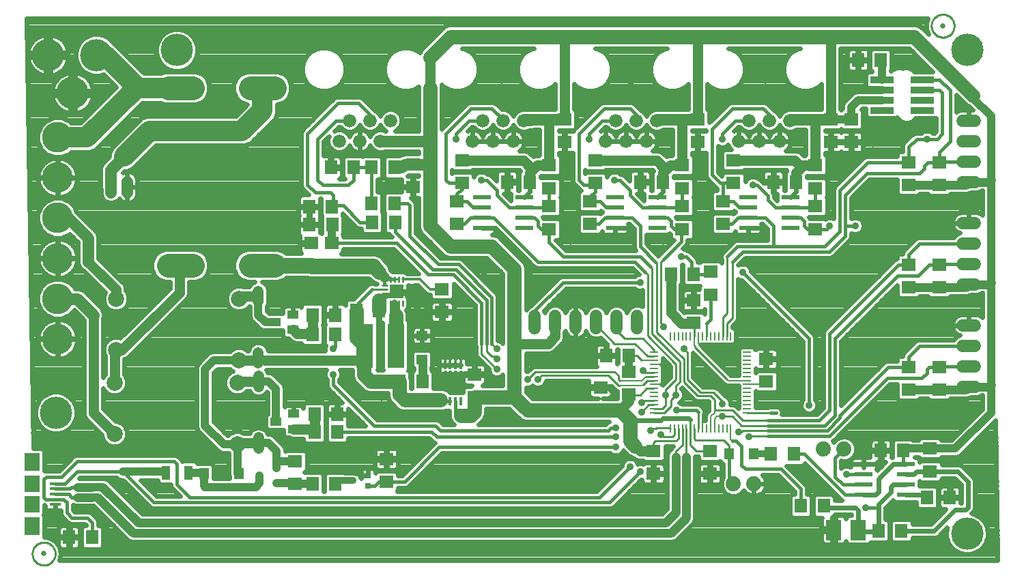
<source format=gtl>
G75*
G70*
%OFA0B0*%
%FSLAX24Y24*%
%IPPOS*%
%LPD*%
%AMOC8*
5,1,8,0,0,1.08239X$1,22.5*
%
%ADD10C,0.0100*%
%ADD11R,0.0630X0.0710*%
%ADD12R,0.0709X0.0630*%
%ADD13R,0.0630X0.0709*%
%ADD14C,0.0660*%
%ADD15C,0.0520*%
%ADD16C,0.0600*%
%ADD17R,0.0866X0.0236*%
%ADD18R,0.0710X0.0630*%
%ADD19C,0.1500*%
%ADD20C,0.1181*%
%ADD21C,0.1575*%
%ADD22C,0.0787*%
%ADD23R,0.0551X0.0394*%
%ADD24C,0.0550*%
%ADD25R,0.1181X0.0354*%
%ADD26R,0.0870X0.0240*%
%ADD27R,0.0768X0.0984*%
%ADD28R,0.0087X0.0394*%
%ADD29R,0.0394X0.0087*%
%ADD30R,0.0472X0.0551*%
%ADD31R,0.0551X0.0472*%
%ADD32C,0.0110*%
%ADD33R,0.0661X0.0661*%
%ADD34R,0.0354X0.0315*%
%ADD35R,0.0276X0.0276*%
%ADD36R,0.0500X0.0579*%
%ADD37R,0.0394X0.0709*%
%ADD38R,0.0846X0.2165*%
%ADD39R,0.0551X0.0157*%
%ADD40R,0.0748X0.0787*%
%ADD41R,0.0748X0.0866*%
%ADD42R,0.0157X0.0433*%
%ADD43C,0.0250*%
%ADD44C,0.0740*%
%ADD45C,0.0240*%
%ADD46C,0.0396*%
%ADD47C,0.0120*%
%ADD48C,0.0700*%
%ADD49C,0.0400*%
%ADD50C,0.0160*%
%ADD51C,0.0080*%
%ADD52C,0.0320*%
%ADD53C,0.0500*%
%ADD54C,0.0760*%
%ADD55C,0.0560*%
%ADD56C,0.0420*%
%ADD57C,0.0360*%
%ADD58C,0.1000*%
%ADD59C,0.1581*%
D10*
X026432Y014452D02*
X026434Y014499D01*
X026440Y014545D01*
X026450Y014591D01*
X026463Y014636D01*
X026480Y014679D01*
X026501Y014721D01*
X026525Y014761D01*
X026553Y014799D01*
X026584Y014835D01*
X026617Y014867D01*
X026653Y014897D01*
X026691Y014924D01*
X026732Y014947D01*
X026774Y014967D01*
X026818Y014984D01*
X026863Y014996D01*
X026909Y015005D01*
X026956Y015010D01*
X027003Y015011D01*
X027049Y015008D01*
X027096Y015001D01*
X027141Y014990D01*
X027186Y014976D01*
X027229Y014958D01*
X027270Y014936D01*
X027310Y014911D01*
X027347Y014883D01*
X027382Y014851D01*
X027414Y014817D01*
X027443Y014781D01*
X027469Y014742D01*
X027492Y014701D01*
X027511Y014658D01*
X027526Y014614D01*
X027538Y014568D01*
X027546Y014522D01*
X027550Y014475D01*
X027550Y014429D01*
X027546Y014382D01*
X027538Y014336D01*
X027526Y014290D01*
X027511Y014246D01*
X027492Y014203D01*
X027469Y014162D01*
X027443Y014123D01*
X027414Y014087D01*
X027382Y014053D01*
X027347Y014021D01*
X027310Y013993D01*
X027271Y013968D01*
X027229Y013946D01*
X027186Y013928D01*
X027141Y013914D01*
X027096Y013903D01*
X027049Y013896D01*
X027003Y013893D01*
X026956Y013894D01*
X026909Y013899D01*
X026863Y013908D01*
X026818Y013920D01*
X026774Y013937D01*
X026732Y013957D01*
X026691Y013980D01*
X026653Y014007D01*
X026617Y014037D01*
X026584Y014069D01*
X026553Y014105D01*
X026525Y014143D01*
X026501Y014183D01*
X026480Y014225D01*
X026463Y014268D01*
X026450Y014313D01*
X026440Y014359D01*
X026434Y014405D01*
X026432Y014452D01*
X048363Y024217D02*
X049113Y023467D01*
X049113Y023967D02*
X048988Y024092D01*
X048863Y024092D01*
X048613Y024342D01*
X048613Y024717D01*
X048363Y024717D02*
X048363Y024217D01*
X048863Y024717D02*
X049113Y024467D01*
X050613Y022967D02*
X050988Y023342D01*
X054863Y023342D01*
X055051Y023155D01*
X055051Y022967D01*
X055113Y022905D01*
X055113Y022655D02*
X055051Y022655D01*
X054551Y023155D01*
X051301Y023155D01*
X051113Y022967D01*
X054113Y025467D02*
X054863Y024717D01*
X055863Y024717D01*
X056483Y024097D01*
X056794Y024097D01*
X056794Y024294D02*
X056794Y024411D01*
X056238Y024967D01*
X055363Y024967D01*
X054963Y025367D01*
X054963Y025773D01*
X054113Y025623D02*
X053963Y025773D01*
X054113Y025623D02*
X054113Y025467D01*
X055547Y024130D02*
X055950Y024130D01*
X056180Y023900D01*
X056238Y023405D02*
X056333Y023310D01*
X056794Y023310D01*
X056794Y023113D02*
X056384Y023113D01*
X056437Y022916D02*
X056238Y022717D01*
X056418Y022523D02*
X056113Y022217D01*
X055553Y022217D01*
X055551Y022220D01*
X056176Y021842D02*
X056265Y021932D01*
X056794Y021932D01*
X056794Y021735D02*
X056506Y021735D01*
X056176Y021380D01*
X056794Y021341D02*
X057300Y021341D01*
X057613Y021655D01*
X057613Y021967D01*
X057863Y022217D01*
X057863Y022655D01*
X058051Y022842D01*
X058051Y023842D01*
X056676Y025217D01*
X056676Y028405D01*
X056613Y028467D01*
X056363Y028217D02*
X056488Y028092D01*
X056488Y025092D01*
X057863Y023717D01*
X057863Y022967D01*
X057363Y022467D01*
X057363Y022217D01*
X057363Y021717D01*
X057184Y021538D01*
X056794Y021538D01*
X056794Y022523D02*
X056418Y022523D01*
X056437Y022916D02*
X056794Y022916D01*
X058238Y022842D02*
X058238Y023967D01*
X056926Y025280D01*
X056926Y028655D01*
X056863Y028717D01*
X057113Y028717D02*
X057238Y028842D01*
X057113Y028717D02*
X057113Y025717D01*
X057238Y025592D01*
X057238Y025530D01*
X058238Y024467D02*
X058426Y024280D01*
X058426Y022967D01*
X059051Y022342D01*
X059676Y022342D01*
X060113Y021905D01*
X060113Y021780D01*
X059738Y021967D02*
X059738Y021467D01*
X060613Y021467D01*
X061113Y020967D01*
X062363Y020967D01*
X062363Y020717D02*
X061051Y020717D01*
X060613Y021155D01*
X060113Y021155D01*
X058960Y021371D02*
X058960Y020554D01*
X058763Y020554D02*
X058763Y020068D01*
X058813Y020017D01*
X060188Y020017D01*
X060467Y019738D01*
X060467Y019318D01*
X059513Y019463D02*
X059509Y019467D01*
X058863Y019467D01*
X058566Y019765D01*
X058566Y020554D01*
X058566Y021015D01*
X058369Y020554D02*
X058369Y019223D01*
X058363Y019217D01*
X057863Y019217D02*
X057863Y019467D01*
X058172Y019776D01*
X058172Y020554D01*
X057975Y020554D02*
X057975Y020080D01*
X057863Y019967D01*
X056863Y019967D01*
X056763Y019867D01*
X056763Y019463D01*
X057238Y020155D02*
X057113Y020280D01*
X057238Y020155D02*
X057676Y020155D01*
X057778Y020258D01*
X057778Y020554D01*
X057582Y020554D02*
X057543Y020592D01*
X056926Y020592D01*
X056887Y020554D01*
X056700Y020554D01*
X056613Y020467D01*
X058926Y022155D02*
X058238Y022842D01*
X058926Y022155D02*
X059551Y022155D01*
X059738Y021967D01*
X060363Y022967D02*
X058801Y024530D01*
X058801Y024592D01*
X058763Y025082D02*
X058763Y025922D01*
X058713Y025721D01*
X059353Y025708D02*
X059353Y025082D01*
X060141Y025082D02*
X060141Y025995D01*
X060363Y026217D01*
X060363Y028967D01*
X060613Y028717D02*
X060613Y025967D01*
X060337Y025692D01*
X060337Y025082D01*
X061322Y021341D02*
X062489Y021341D01*
X062363Y020467D02*
X061113Y020467D01*
X061051Y020405D01*
X060926Y020405D01*
X061426Y020155D02*
X061488Y020217D01*
X062363Y020217D01*
X044453Y026227D02*
X044312Y026369D01*
X044312Y026692D01*
X044115Y026692D01*
X043918Y026692D02*
X043918Y026202D01*
X043953Y026167D01*
X044123Y026167D01*
X044174Y026116D01*
X043883Y026997D02*
X043393Y026997D01*
X043373Y026977D01*
X043633Y026977D02*
X043633Y026997D01*
X043723Y027087D01*
X043903Y027087D01*
X043903Y027017D01*
X043883Y026997D01*
X043633Y026977D02*
X043633Y027174D01*
X044070Y027174D01*
X044113Y027217D01*
X044158Y027217D01*
X044213Y027273D01*
X043633Y027371D02*
X043017Y027371D01*
X043633Y027568D02*
X043633Y027627D01*
X043633Y027627D01*
X044115Y027853D02*
X044312Y027853D01*
X070330Y040239D02*
X070332Y040286D01*
X070338Y040332D01*
X070348Y040378D01*
X070361Y040423D01*
X070378Y040466D01*
X070399Y040508D01*
X070423Y040548D01*
X070451Y040586D01*
X070482Y040622D01*
X070515Y040654D01*
X070551Y040684D01*
X070589Y040711D01*
X070630Y040734D01*
X070672Y040754D01*
X070716Y040771D01*
X070761Y040783D01*
X070807Y040792D01*
X070854Y040797D01*
X070901Y040798D01*
X070947Y040795D01*
X070994Y040788D01*
X071039Y040777D01*
X071084Y040763D01*
X071127Y040745D01*
X071168Y040723D01*
X071208Y040698D01*
X071245Y040670D01*
X071280Y040638D01*
X071312Y040604D01*
X071341Y040568D01*
X071367Y040529D01*
X071390Y040488D01*
X071409Y040445D01*
X071424Y040401D01*
X071436Y040355D01*
X071444Y040309D01*
X071448Y040262D01*
X071448Y040216D01*
X071444Y040169D01*
X071436Y040123D01*
X071424Y040077D01*
X071409Y040033D01*
X071390Y039990D01*
X071367Y039949D01*
X071341Y039910D01*
X071312Y039874D01*
X071280Y039840D01*
X071245Y039808D01*
X071208Y039780D01*
X071169Y039755D01*
X071127Y039733D01*
X071084Y039715D01*
X071039Y039701D01*
X070994Y039690D01*
X070947Y039683D01*
X070901Y039680D01*
X070854Y039681D01*
X070807Y039686D01*
X070761Y039695D01*
X070716Y039707D01*
X070672Y039724D01*
X070630Y039744D01*
X070589Y039767D01*
X070551Y039794D01*
X070515Y039824D01*
X070482Y039856D01*
X070451Y039892D01*
X070423Y039930D01*
X070399Y039970D01*
X070378Y040012D01*
X070361Y040055D01*
X070348Y040100D01*
X070338Y040146D01*
X070332Y040192D01*
X070330Y040239D01*
D11*
X044118Y033318D03*
X042998Y033318D03*
X042998Y031568D03*
X043029Y030648D03*
X041073Y030523D03*
X039953Y030523D03*
X044148Y030648D03*
X044118Y031568D03*
X041223Y026117D03*
X040103Y026117D03*
X040103Y025162D03*
X041223Y025162D03*
X044358Y022867D03*
X045478Y022867D03*
X041323Y021273D03*
X040203Y021273D03*
X040203Y020412D03*
X041323Y020412D03*
X041228Y017867D03*
X040108Y017867D03*
X029354Y015256D03*
X028234Y015256D03*
X057608Y028117D03*
X058728Y028117D03*
X062498Y019318D03*
X063618Y019318D03*
X063953Y016787D03*
X065073Y016787D03*
X067748Y015568D03*
X068868Y015568D03*
D12*
X059513Y018361D03*
X059513Y019463D03*
X056763Y019463D03*
X056763Y018361D03*
X054176Y021479D03*
X054176Y022581D03*
X048013Y022111D03*
X048013Y023213D03*
X046433Y026267D03*
X046433Y027369D03*
X040058Y028517D03*
X040058Y029619D03*
X045013Y032361D03*
X045013Y033463D03*
X052418Y034566D03*
X052418Y035668D03*
X058918Y035668D03*
X058918Y034566D03*
X065418Y034566D03*
X066418Y034566D03*
X066418Y035668D03*
X065418Y035668D03*
X058713Y026824D03*
X058713Y025721D03*
X062263Y023963D03*
X062263Y022861D03*
D13*
X055547Y024130D03*
X054444Y024130D03*
X043359Y026318D03*
X042257Y026318D03*
X041064Y031412D03*
X039961Y031412D03*
X041007Y033318D03*
X042109Y033318D03*
X049617Y032617D03*
X050719Y032617D03*
X056117Y032617D03*
X057219Y032617D03*
X062617Y032617D03*
X063719Y032617D03*
X066757Y038568D03*
X067859Y038568D03*
X067867Y019492D03*
X068969Y019492D03*
X070132Y017193D03*
X071234Y017193D03*
D14*
X030918Y033867D03*
X030918Y037867D03*
X041418Y034617D03*
X042418Y034617D03*
X043418Y034617D03*
X042918Y035617D03*
X041918Y035617D03*
X043918Y035617D03*
X047918Y034617D03*
X048918Y034617D03*
X049918Y034617D03*
X049418Y035617D03*
X048418Y035617D03*
X050418Y035617D03*
X054418Y034617D03*
X055418Y034617D03*
X056418Y034617D03*
X055918Y035617D03*
X054918Y035617D03*
X056918Y035617D03*
X060918Y034617D03*
X061918Y034617D03*
X062918Y034617D03*
X062418Y035617D03*
X061418Y035617D03*
X063418Y035617D03*
D15*
X037463Y027283D02*
X037463Y026763D01*
X037463Y024283D02*
X037463Y023763D01*
X037471Y023127D02*
X037471Y022607D01*
X037471Y020127D02*
X037471Y019607D01*
D16*
X050963Y025473D02*
X050963Y026073D01*
X051963Y026073D02*
X051963Y025473D01*
X052963Y025473D02*
X052963Y026073D01*
X053963Y026073D02*
X053963Y025473D01*
X054963Y025473D02*
X054963Y026073D01*
X055963Y026073D02*
X055963Y025473D01*
X071868Y025617D02*
X072468Y025617D01*
X072468Y024617D02*
X071868Y024617D01*
X071868Y023617D02*
X072468Y023617D01*
X072468Y022617D02*
X071868Y022617D01*
X071868Y027617D02*
X072468Y027617D01*
X072468Y028617D02*
X071868Y028617D01*
X071868Y029617D02*
X072468Y029617D01*
X072468Y030617D02*
X071868Y030617D01*
X071868Y032617D02*
X072468Y032617D01*
X072468Y033617D02*
X071868Y033617D01*
X071868Y034617D02*
X072468Y034617D01*
X072468Y035617D02*
X071868Y035617D01*
D17*
X063442Y031867D03*
X063442Y031367D03*
X063442Y030867D03*
X063442Y030367D03*
X061395Y030367D03*
X061395Y030867D03*
X061395Y031367D03*
X061395Y031867D03*
X056942Y031867D03*
X056942Y031367D03*
X056942Y030867D03*
X056942Y030367D03*
X054895Y030367D03*
X054895Y030867D03*
X054895Y031367D03*
X054895Y031867D03*
X050442Y031867D03*
X050442Y031367D03*
X050442Y030867D03*
X050442Y030367D03*
X048395Y030367D03*
X048395Y030867D03*
X048395Y031367D03*
X048395Y031867D03*
D18*
X047418Y032557D03*
X047168Y031677D03*
X047168Y030557D03*
X051668Y030307D03*
X053668Y030557D03*
X053668Y031677D03*
X053918Y032557D03*
X051668Y032307D03*
X051668Y031427D03*
X051668Y033427D03*
X053918Y033677D03*
X058168Y033427D03*
X058168Y032307D03*
X058168Y031427D03*
X060168Y031677D03*
X060668Y032557D03*
X060668Y033677D03*
X064668Y033427D03*
X064668Y032307D03*
X064668Y031427D03*
X064668Y030307D03*
X069213Y028582D03*
X070713Y028582D03*
X070713Y027463D03*
X069213Y027463D03*
X069213Y023582D03*
X070713Y023582D03*
X070713Y022463D03*
X069213Y022463D03*
X070263Y019597D03*
X070263Y018477D03*
X055551Y022220D03*
X055551Y023340D03*
X059563Y027102D03*
X059563Y028222D03*
X060168Y030557D03*
X058168Y030307D03*
X047418Y033677D03*
X041043Y029627D03*
X041043Y028508D03*
X043713Y019082D03*
X043713Y017963D03*
X039263Y017852D03*
X039263Y018972D03*
X069213Y032463D03*
X070713Y032463D03*
X070713Y033582D03*
X069213Y033582D03*
D19*
X027668Y032820D03*
X027668Y034788D03*
X027668Y030851D03*
X027668Y028883D03*
X027668Y026914D03*
X027668Y024946D03*
D20*
X033078Y028536D02*
X034259Y028536D01*
X037078Y028536D02*
X038259Y028536D01*
X038259Y037198D02*
X037078Y037198D01*
X034259Y037198D02*
X033078Y037198D01*
D21*
X029562Y038814D03*
X027200Y038814D03*
X028400Y036963D03*
D22*
X030521Y026904D03*
X030521Y024404D03*
X030440Y022804D03*
X030440Y020304D03*
X036440Y019804D03*
X036440Y022804D03*
X036521Y023904D03*
X036521Y026904D03*
D23*
X038280Y025773D03*
X039147Y026147D03*
X039147Y025399D03*
X039196Y021286D03*
X038330Y020912D03*
X039196Y020538D03*
D24*
X031068Y032092D02*
X031068Y032642D01*
X030268Y032642D02*
X030268Y032092D01*
D25*
X067934Y036117D03*
X067934Y036617D03*
X067934Y037117D03*
X067934Y037617D03*
X069902Y037617D03*
X069902Y037117D03*
X069902Y036617D03*
X069902Y036117D03*
D26*
X069088Y018818D03*
X069088Y018318D03*
X069088Y017818D03*
X069088Y017318D03*
X067028Y017318D03*
X067028Y017818D03*
X067028Y018318D03*
X067028Y018818D03*
D27*
X066769Y015617D03*
X065568Y015617D03*
D28*
X060534Y020554D03*
X060337Y020554D03*
X060141Y020554D03*
X059944Y020554D03*
X059747Y020554D03*
X059550Y020554D03*
X059353Y020554D03*
X059156Y020554D03*
X058960Y020554D03*
X058763Y020554D03*
X058566Y020554D03*
X058369Y020554D03*
X058172Y020554D03*
X057975Y020554D03*
X057778Y020554D03*
X057582Y020554D03*
X057582Y025082D03*
X057778Y025082D03*
X057975Y025082D03*
X058172Y025082D03*
X058369Y025082D03*
X058566Y025082D03*
X058763Y025082D03*
X058960Y025082D03*
X059156Y025082D03*
X059353Y025082D03*
X059550Y025082D03*
X059747Y025082D03*
X059944Y025082D03*
X060141Y025082D03*
X060337Y025082D03*
X060534Y025082D03*
D29*
X061322Y024294D03*
X061322Y024097D03*
X061322Y023900D03*
X061322Y023704D03*
X061322Y023507D03*
X061322Y023310D03*
X061322Y023113D03*
X061322Y022916D03*
X061322Y022719D03*
X061322Y022523D03*
X061322Y022326D03*
X061322Y022129D03*
X061322Y021932D03*
X061322Y021735D03*
X061322Y021538D03*
X061322Y021341D03*
X056794Y021341D03*
X056794Y021538D03*
X056794Y021735D03*
X056794Y021932D03*
X056794Y022129D03*
X056794Y022326D03*
X056794Y022523D03*
X056794Y022719D03*
X056794Y022916D03*
X056794Y023113D03*
X056794Y023310D03*
X056794Y023507D03*
X056794Y023704D03*
X056794Y023900D03*
X056794Y024097D03*
X056794Y024294D03*
D30*
X060467Y019318D03*
X061649Y019318D03*
D31*
X045463Y023932D03*
X045463Y025113D03*
D32*
X044509Y026580D02*
X044509Y026804D01*
X044312Y026804D02*
X044312Y026580D01*
X044115Y026580D02*
X044115Y026804D01*
X043918Y026804D02*
X043918Y026580D01*
X043745Y026977D02*
X043521Y026977D01*
X043521Y027174D02*
X043745Y027174D01*
X043745Y027371D02*
X043521Y027371D01*
X043521Y027568D02*
X043745Y027568D01*
X043918Y027741D02*
X043918Y027965D01*
X044115Y027965D02*
X044115Y027741D01*
X044312Y027741D02*
X044312Y027965D01*
X044509Y027965D02*
X044509Y027741D01*
X044682Y027568D02*
X044906Y027568D01*
X044906Y027371D02*
X044682Y027371D01*
X044682Y027174D02*
X044906Y027174D01*
X044906Y026977D02*
X044682Y026977D01*
D33*
X044213Y027273D03*
D34*
X038357Y018647D03*
X037530Y018273D03*
X038357Y017899D03*
D35*
X042099Y018023D03*
X042828Y018278D03*
X042828Y017767D03*
D36*
X036515Y018367D03*
X034822Y018367D03*
D37*
X034064Y018412D03*
X032961Y018412D03*
D38*
X042662Y024617D03*
X044174Y024617D03*
D39*
X027540Y017879D03*
X027540Y017623D03*
X027540Y017367D03*
X027540Y017111D03*
X027540Y016855D03*
D40*
X026418Y016875D03*
X026418Y017859D03*
D41*
X026418Y018942D03*
X026418Y015792D03*
D42*
X046580Y021887D03*
X046836Y021887D03*
X047091Y021887D03*
X047347Y021887D03*
X047347Y023658D03*
X047091Y023658D03*
X046836Y023658D03*
X046580Y023658D03*
D43*
X026991Y014452D03*
X070889Y040239D03*
D44*
X066058Y019568D03*
X065058Y019568D03*
X061668Y017867D03*
X060668Y017867D03*
D45*
X060084Y017999D02*
X060082Y017999D01*
X060078Y017985D02*
X060087Y018017D01*
X060087Y018324D01*
X059550Y018324D01*
X059550Y018399D01*
X059475Y018399D01*
X059475Y018896D01*
X059129Y018896D01*
X059073Y018881D01*
X059023Y018852D01*
X058982Y018811D01*
X058953Y018761D01*
X058938Y018705D01*
X058938Y018399D01*
X059475Y018399D01*
X059475Y018324D01*
X058938Y018324D01*
X058938Y018017D01*
X058953Y017961D01*
X058982Y017911D01*
X059023Y017870D01*
X059073Y017841D01*
X059129Y017826D01*
X059475Y017826D01*
X059475Y018324D01*
X059550Y018324D01*
X059550Y017826D01*
X059896Y017826D01*
X059952Y017841D01*
X060002Y017870D01*
X060043Y017911D01*
X060072Y017961D01*
X060078Y017984D01*
X060078Y017750D01*
X060168Y017533D01*
X060334Y017367D01*
X060551Y017277D01*
X060786Y017277D01*
X061002Y017367D01*
X061168Y017533D01*
X061173Y017545D01*
X061218Y017483D01*
X061284Y017417D01*
X061359Y017362D01*
X061442Y017320D01*
X061530Y017292D01*
X061622Y017277D01*
X061668Y017277D01*
X061668Y017867D01*
X061668Y017867D01*
X061668Y017277D01*
X061715Y017277D01*
X061806Y017292D01*
X061895Y017320D01*
X061977Y017362D01*
X062053Y017417D01*
X062118Y017483D01*
X062173Y017558D01*
X062215Y017641D01*
X062244Y017729D01*
X062258Y017821D01*
X062258Y017867D01*
X062258Y017913D01*
X062244Y018005D01*
X062215Y018093D01*
X062173Y018176D01*
X062118Y018251D01*
X062077Y018292D01*
X062864Y018292D01*
X063653Y017503D01*
X063653Y017362D01*
X063547Y017362D01*
X063418Y017233D01*
X063418Y016341D01*
X063547Y016212D01*
X064359Y016212D01*
X064488Y016341D01*
X064488Y017233D01*
X064359Y017362D01*
X064253Y017362D01*
X064253Y017687D01*
X064207Y017798D01*
X064123Y017882D01*
X063262Y018743D01*
X064024Y018743D01*
X064144Y018863D01*
X065943Y017063D01*
X065958Y017057D01*
X065607Y017057D01*
X065607Y017233D01*
X065479Y017362D01*
X064666Y017362D01*
X064538Y017233D01*
X064538Y016341D01*
X064666Y016212D01*
X064990Y016212D01*
X064979Y016194D01*
X064964Y016138D01*
X064964Y015689D01*
X065496Y015689D01*
X065496Y016230D01*
X065607Y016341D01*
X065607Y016377D01*
X066429Y016377D01*
X066429Y016329D01*
X066294Y016329D01*
X066165Y016200D01*
X066165Y016164D01*
X066157Y016194D01*
X066128Y016244D01*
X066087Y016285D01*
X066037Y016314D01*
X065981Y016329D01*
X065640Y016329D01*
X065640Y015689D01*
X065496Y015689D01*
X065496Y015545D01*
X065640Y015545D01*
X065640Y014905D01*
X065981Y014905D01*
X066037Y014920D01*
X066087Y014949D01*
X066128Y014990D01*
X066157Y015040D01*
X066165Y015070D01*
X066165Y015034D01*
X066294Y014905D01*
X067244Y014905D01*
X067337Y014998D01*
X067342Y014993D01*
X068154Y014993D01*
X068283Y015122D01*
X068283Y016014D01*
X068154Y016143D01*
X068088Y016143D01*
X068088Y016712D01*
X068458Y017082D01*
X068562Y016978D01*
X069597Y016978D01*
X069597Y016747D01*
X069726Y016618D01*
X070538Y016618D01*
X070667Y016747D01*
X070667Y017638D01*
X070538Y017767D01*
X069743Y017767D01*
X069743Y018016D01*
X069817Y017942D01*
X070709Y017942D01*
X070838Y018071D01*
X070838Y018137D01*
X071462Y018137D01*
X071773Y017827D01*
X071773Y016932D01*
X071769Y016932D01*
X071769Y017155D01*
X071272Y017155D01*
X071272Y017230D01*
X071769Y017230D01*
X071769Y017576D01*
X071754Y017632D01*
X071725Y017682D01*
X071684Y017723D01*
X071634Y017752D01*
X071578Y017767D01*
X071272Y017767D01*
X071272Y017230D01*
X071197Y017230D01*
X071197Y017155D01*
X070699Y017155D01*
X070699Y016810D01*
X070714Y016754D01*
X070743Y016703D01*
X070784Y016662D01*
X070834Y016633D01*
X070890Y016618D01*
X071033Y016618D01*
X070323Y015908D01*
X069403Y015908D01*
X069403Y016014D01*
X069274Y016143D01*
X068462Y016143D01*
X068333Y016014D01*
X068333Y015122D01*
X068462Y014993D01*
X069274Y014993D01*
X069403Y015122D01*
X069403Y015228D01*
X070531Y015228D01*
X070656Y015280D01*
X070752Y015375D01*
X071101Y015724D01*
X071059Y015569D01*
X071059Y015303D01*
X071128Y015046D01*
X071261Y014815D01*
X071449Y014627D01*
X071680Y014494D01*
X071937Y014425D01*
X072203Y014425D01*
X072460Y014494D01*
X072690Y014627D01*
X072878Y014815D01*
X073011Y015046D01*
X073080Y015303D01*
X073080Y015569D01*
X073011Y015826D01*
X072878Y016056D01*
X072690Y016245D01*
X072460Y016378D01*
X072298Y016421D01*
X072401Y016525D01*
X072453Y016650D01*
X072453Y018035D01*
X072401Y018160D01*
X072306Y018256D01*
X071796Y018766D01*
X071671Y018817D01*
X070838Y018817D01*
X070838Y018884D01*
X070709Y019012D01*
X069817Y019012D01*
X069743Y018939D01*
X069743Y019029D01*
X069614Y019158D01*
X069504Y019158D01*
X069504Y019177D01*
X069702Y019177D01*
X069817Y019062D01*
X070709Y019062D01*
X070824Y019177D01*
X071576Y019177D01*
X071731Y019241D01*
X073460Y020971D01*
X073562Y014127D01*
X027751Y014127D01*
X027820Y014452D01*
X027756Y014753D01*
X027784Y014725D01*
X027834Y014696D01*
X027890Y014681D01*
X028197Y014681D01*
X028197Y015218D01*
X028272Y015218D01*
X028272Y014681D01*
X028578Y014681D01*
X028634Y014696D01*
X028684Y014725D01*
X028725Y014766D01*
X028754Y014816D01*
X028769Y014872D01*
X028769Y015218D01*
X028272Y015218D01*
X028272Y015293D01*
X028769Y015293D01*
X028769Y015640D01*
X028754Y015696D01*
X028725Y015746D01*
X028684Y015787D01*
X028634Y015816D01*
X028578Y015831D01*
X028272Y015831D01*
X028272Y015293D01*
X028197Y015293D01*
X028197Y015218D01*
X027699Y015218D01*
X027699Y014872D01*
X027706Y014847D01*
X027546Y015068D01*
X027247Y015240D01*
X027009Y015265D01*
X027012Y015268D01*
X027012Y016316D01*
X026975Y016353D01*
X027012Y016390D01*
X027012Y016820D01*
X027035Y016811D01*
X027045Y016811D01*
X027045Y016747D01*
X027060Y016692D01*
X027089Y016641D01*
X027130Y016600D01*
X027180Y016571D01*
X027236Y016556D01*
X027540Y016556D01*
X027540Y016811D01*
X027540Y016811D01*
X027540Y016556D01*
X027813Y016556D01*
X027813Y016408D01*
X027859Y016297D01*
X028109Y016047D01*
X028193Y015963D01*
X028303Y015917D01*
X028989Y015917D01*
X029063Y015843D01*
X029063Y015831D01*
X028948Y015831D01*
X028819Y015702D01*
X028819Y014810D01*
X028948Y014681D01*
X029760Y014681D01*
X029889Y014810D01*
X029889Y015702D01*
X029760Y015831D01*
X029663Y015831D01*
X029663Y016027D01*
X029617Y016137D01*
X029283Y016472D01*
X029173Y016517D01*
X028487Y016517D01*
X028413Y016592D01*
X028413Y016835D01*
X028528Y016787D01*
X029435Y016787D01*
X030999Y015224D01*
X031119Y015103D01*
X031278Y015037D01*
X057699Y015037D01*
X057857Y015103D01*
X058607Y015853D01*
X058728Y015974D01*
X058793Y016132D01*
X058793Y019204D01*
X058809Y019197D01*
X058938Y019197D01*
X058938Y019057D01*
X059067Y018929D01*
X059958Y018929D01*
X060011Y018982D01*
X060011Y018951D01*
X060140Y018822D01*
X060167Y018822D01*
X060167Y018200D01*
X060078Y017985D01*
X060078Y017760D02*
X058793Y017760D01*
X058793Y017522D02*
X060179Y017522D01*
X060535Y017283D02*
X058793Y017283D01*
X058793Y017045D02*
X063418Y017045D01*
X063418Y016806D02*
X058793Y016806D01*
X058793Y016568D02*
X063418Y016568D01*
X063430Y016329D02*
X058793Y016329D01*
X058776Y016091D02*
X064964Y016091D01*
X064964Y015852D02*
X058606Y015852D01*
X058368Y015614D02*
X065496Y015614D01*
X065496Y015545D02*
X064964Y015545D01*
X064964Y015096D01*
X064979Y015040D01*
X065008Y014990D01*
X065049Y014949D01*
X065099Y014920D01*
X065155Y014905D01*
X065496Y014905D01*
X065496Y015545D01*
X065496Y015375D02*
X065640Y015375D01*
X065640Y015137D02*
X065496Y015137D01*
X064964Y015137D02*
X057891Y015137D01*
X058129Y015375D02*
X064964Y015375D01*
X065496Y015852D02*
X065640Y015852D01*
X065640Y016091D02*
X065496Y016091D01*
X065596Y016329D02*
X066429Y016329D01*
X066769Y016562D02*
X066613Y016717D01*
X065224Y016717D01*
X065557Y017283D02*
X065723Y017283D01*
X065485Y017522D02*
X064253Y017522D01*
X064223Y017760D02*
X065246Y017760D01*
X065008Y017999D02*
X064006Y017999D01*
X063767Y018237D02*
X064769Y018237D01*
X064531Y018476D02*
X063529Y018476D01*
X063290Y018714D02*
X064292Y018714D01*
X062919Y018237D02*
X062128Y018237D01*
X062245Y017999D02*
X063157Y017999D01*
X063396Y017760D02*
X062249Y017760D01*
X062258Y017867D02*
X061668Y017867D01*
X062258Y017867D01*
X062147Y017522D02*
X063634Y017522D01*
X063468Y017283D02*
X061755Y017283D01*
X061668Y017283D02*
X061668Y017283D01*
X061581Y017283D02*
X060801Y017283D01*
X061157Y017522D02*
X061190Y017522D01*
X061668Y017522D02*
X061668Y017522D01*
X061668Y017760D02*
X061668Y017760D01*
X061668Y017867D02*
X061668Y017867D01*
X060167Y018237D02*
X060087Y018237D01*
X060087Y018399D02*
X060087Y018705D01*
X060072Y018761D01*
X060043Y018811D01*
X060002Y018852D01*
X059952Y018881D01*
X059896Y018896D01*
X059550Y018896D01*
X059550Y018399D01*
X060087Y018399D01*
X060087Y018476D02*
X060167Y018476D01*
X060167Y018714D02*
X060084Y018714D01*
X060011Y018953D02*
X059983Y018953D01*
X059550Y018714D02*
X059475Y018714D01*
X059475Y018476D02*
X059550Y018476D01*
X059550Y018237D02*
X059475Y018237D01*
X059475Y017999D02*
X059550Y017999D01*
X058943Y017999D02*
X058793Y017999D01*
X058793Y018237D02*
X058938Y018237D01*
X058938Y018476D02*
X058793Y018476D01*
X058793Y018714D02*
X058941Y018714D01*
X059043Y018953D02*
X058793Y018953D01*
X058793Y019191D02*
X058938Y019191D01*
X057711Y019697D02*
X057710Y019696D01*
X057634Y019620D01*
X057617Y019580D01*
X057499Y019461D01*
X057433Y019303D01*
X057433Y016646D01*
X057185Y016397D01*
X031791Y016397D01*
X030107Y018082D01*
X029949Y018147D01*
X029778Y018147D01*
X029753Y018137D01*
X029473Y018137D01*
X029449Y018147D01*
X028717Y018147D01*
X028737Y018167D01*
X030569Y018167D01*
X030625Y018111D01*
X030780Y018047D01*
X030859Y018047D01*
X032109Y016797D01*
X032193Y016713D01*
X032303Y016667D01*
X054673Y016667D01*
X054783Y016713D01*
X056137Y018067D01*
X056188Y018067D01*
X056188Y018017D01*
X056203Y017961D01*
X056232Y017911D01*
X056273Y017870D01*
X056323Y017841D01*
X056379Y017826D01*
X056725Y017826D01*
X056725Y018324D01*
X056800Y018324D01*
X056800Y018399D01*
X056725Y018399D01*
X056725Y018896D01*
X056379Y018896D01*
X056323Y018881D01*
X056273Y018852D01*
X056260Y018839D01*
X056193Y018867D01*
X056034Y018867D01*
X055991Y018850D01*
X055952Y018944D01*
X055840Y019057D01*
X055693Y019117D01*
X055534Y019117D01*
X055386Y019057D01*
X055274Y018944D01*
X055213Y018797D01*
X055213Y018742D01*
X053989Y017517D01*
X044249Y017517D01*
X044288Y017557D01*
X044288Y017667D01*
X044673Y017667D01*
X044783Y017713D01*
X044867Y017797D01*
X044867Y017797D01*
X046425Y019355D01*
X054660Y019355D01*
X054699Y019316D01*
X054846Y019255D01*
X055005Y019255D01*
X055152Y019316D01*
X055265Y019428D01*
X055289Y019486D01*
X055540Y019234D01*
X055750Y019147D01*
X055768Y019147D01*
X055851Y019065D01*
X056024Y018993D01*
X056252Y018993D01*
X056317Y018929D01*
X057208Y018929D01*
X057337Y019057D01*
X057337Y019697D01*
X057711Y019697D01*
X057682Y019668D02*
X057337Y019668D01*
X057337Y019430D02*
X057486Y019430D01*
X057433Y019191D02*
X057337Y019191D01*
X057433Y018953D02*
X057233Y018953D01*
X057202Y018881D02*
X057146Y018896D01*
X056800Y018896D01*
X056800Y018399D01*
X057337Y018399D01*
X057337Y018705D01*
X057322Y018761D01*
X057293Y018811D01*
X057252Y018852D01*
X057202Y018881D01*
X057334Y018714D02*
X057433Y018714D01*
X057433Y018476D02*
X057337Y018476D01*
X057337Y018324D02*
X057337Y018017D01*
X057322Y017961D01*
X057293Y017911D01*
X057252Y017870D01*
X057202Y017841D01*
X057146Y017826D01*
X056800Y017826D01*
X056800Y018324D01*
X057337Y018324D01*
X057337Y018237D02*
X057433Y018237D01*
X057433Y017999D02*
X057332Y017999D01*
X057433Y017760D02*
X055830Y017760D01*
X055592Y017522D02*
X057433Y017522D01*
X057433Y017283D02*
X055353Y017283D01*
X055115Y017045D02*
X057433Y017045D01*
X057433Y016806D02*
X054876Y016806D01*
X053993Y017522D02*
X044254Y017522D01*
X044830Y017760D02*
X054232Y017760D01*
X054470Y017999D02*
X045069Y017999D01*
X045307Y018237D02*
X054709Y018237D01*
X054947Y018476D02*
X045546Y018476D01*
X045784Y018714D02*
X055186Y018714D01*
X055283Y018953D02*
X046023Y018953D01*
X046261Y019191D02*
X055643Y019191D01*
X055344Y019430D02*
X055265Y019430D01*
X055943Y018953D02*
X056293Y018953D01*
X056725Y018714D02*
X056800Y018714D01*
X056800Y018476D02*
X056725Y018476D01*
X056725Y018237D02*
X056800Y018237D01*
X056800Y017999D02*
X056725Y017999D01*
X056193Y017999D02*
X056069Y017999D01*
X057355Y016568D02*
X031621Y016568D01*
X031382Y016806D02*
X032100Y016806D01*
X032109Y016797D02*
X032109Y016797D01*
X031861Y017045D02*
X031144Y017045D01*
X030905Y017283D02*
X031623Y017283D01*
X031384Y017522D02*
X030667Y017522D01*
X030428Y017760D02*
X031146Y017760D01*
X030907Y017999D02*
X030190Y017999D01*
X031707Y018047D02*
X032487Y017267D01*
X033639Y017267D01*
X033234Y017672D01*
X033188Y017783D01*
X033188Y017838D01*
X032674Y017838D01*
X032545Y017967D01*
X032545Y018047D01*
X031707Y018047D01*
X031756Y017999D02*
X032545Y017999D01*
X032233Y017522D02*
X033384Y017522D01*
X033197Y017760D02*
X031994Y017760D01*
X032471Y017283D02*
X033623Y017283D01*
X035292Y018137D02*
X035292Y018748D01*
X035163Y018876D01*
X034481Y018876D01*
X034471Y018867D01*
X034352Y018987D01*
X033776Y018987D01*
X033760Y018970D01*
X033742Y019012D01*
X033658Y019097D01*
X033533Y019222D01*
X033423Y019267D01*
X033303Y019267D01*
X028553Y019267D01*
X028443Y019222D01*
X028359Y019137D01*
X027739Y018517D01*
X027053Y018517D01*
X027012Y018500D01*
X027012Y019466D01*
X026883Y019595D01*
X026481Y019595D01*
X026168Y040606D01*
X070165Y040606D01*
X070078Y040411D01*
X070078Y040067D01*
X070184Y039827D01*
X069811Y040201D01*
X069601Y040287D01*
X046750Y040287D01*
X046540Y040201D01*
X046380Y040040D01*
X045380Y039040D01*
X045340Y038944D01*
X045319Y038965D01*
X045077Y039105D01*
X044808Y039177D01*
X044529Y039177D01*
X044259Y039105D01*
X044017Y038965D01*
X043820Y038768D01*
X043680Y038526D01*
X043608Y038257D01*
X043608Y037977D01*
X043680Y037708D01*
X043820Y037466D01*
X044017Y037269D01*
X044259Y037129D01*
X044529Y037057D01*
X044808Y037057D01*
X045077Y037129D01*
X045293Y037254D01*
X045293Y035117D01*
X044148Y035117D01*
X044230Y035151D01*
X044384Y035305D01*
X044468Y035508D01*
X044468Y035726D01*
X044384Y035929D01*
X044230Y036083D01*
X044028Y036167D01*
X043809Y036167D01*
X043607Y036083D01*
X043452Y035929D01*
X043418Y035847D01*
X043384Y035929D01*
X043230Y036083D01*
X043130Y036124D01*
X042617Y036637D01*
X042533Y036722D01*
X042423Y036767D01*
X041303Y036767D01*
X041193Y036722D01*
X039693Y035222D01*
X039609Y035137D01*
X039563Y035027D01*
X039563Y032408D01*
X039609Y032297D01*
X039920Y031987D01*
X039618Y031987D01*
X039562Y031972D01*
X039511Y031943D01*
X039470Y031902D01*
X039442Y031852D01*
X039427Y031796D01*
X039427Y031450D01*
X039924Y031450D01*
X039924Y031375D01*
X039427Y031375D01*
X039427Y031029D01*
X039441Y030976D01*
X039433Y030962D01*
X039418Y030906D01*
X039418Y030560D01*
X039916Y030560D01*
X039916Y030838D01*
X039924Y030838D01*
X039924Y031375D01*
X039999Y031375D01*
X039999Y031450D01*
X040496Y031450D01*
X040496Y031792D01*
X040529Y031792D01*
X040529Y030967D01*
X040538Y030958D01*
X040538Y030115D01*
X040497Y030139D01*
X040488Y030141D01*
X040488Y030485D01*
X039991Y030485D01*
X039991Y030560D01*
X040488Y030560D01*
X040488Y030906D01*
X040474Y030960D01*
X040481Y030973D01*
X040496Y031029D01*
X040496Y031375D01*
X039999Y031375D01*
X039999Y031097D01*
X039991Y031097D01*
X039991Y030560D01*
X039916Y030560D01*
X039916Y030485D01*
X039418Y030485D01*
X039418Y030139D01*
X039433Y030083D01*
X039462Y030033D01*
X039494Y030001D01*
X039484Y029963D01*
X039484Y029656D01*
X040020Y029656D01*
X040020Y029581D01*
X039484Y029581D01*
X039484Y029275D01*
X039499Y029219D01*
X039528Y029169D01*
X039560Y029136D01*
X038805Y029136D01*
X038718Y029223D01*
X038420Y029347D01*
X036916Y029347D01*
X036618Y029223D01*
X036390Y028995D01*
X036267Y028698D01*
X036267Y028375D01*
X036390Y028077D01*
X036618Y027849D01*
X036916Y027726D01*
X037279Y027726D01*
X037192Y027689D01*
X037057Y027554D01*
X037031Y027493D01*
X036704Y027493D01*
X036643Y027518D01*
X036398Y027518D01*
X036173Y027425D01*
X036000Y027252D01*
X035907Y027026D01*
X035907Y026782D01*
X036000Y026557D01*
X036173Y026384D01*
X036398Y026291D01*
X036643Y026291D01*
X036868Y026384D01*
X037033Y026549D01*
X037043Y026522D01*
X037043Y026033D01*
X037107Y025879D01*
X037226Y025761D01*
X037570Y025416D01*
X037724Y025353D01*
X038364Y025353D01*
X038372Y025356D01*
X038647Y025356D01*
X038651Y025360D01*
X038651Y025111D01*
X038780Y024982D01*
X038925Y024982D01*
X038941Y024975D01*
X038965Y024951D01*
X039097Y024819D01*
X039270Y024747D01*
X039568Y024747D01*
X039568Y024716D01*
X039697Y024587D01*
X040509Y024587D01*
X040638Y024716D01*
X040638Y025608D01*
X040607Y025640D01*
X040638Y025671D01*
X040638Y026563D01*
X040509Y026692D01*
X039697Y026692D01*
X039568Y026563D01*
X039568Y026508D01*
X039557Y026519D01*
X039507Y026548D01*
X039451Y026563D01*
X039147Y026563D01*
X039147Y026147D01*
X039147Y026147D01*
X039147Y026563D01*
X038842Y026563D01*
X038786Y026548D01*
X038736Y026519D01*
X038695Y026478D01*
X038666Y026428D01*
X038651Y026372D01*
X038651Y026186D01*
X038647Y026189D01*
X038372Y026189D01*
X038364Y026193D01*
X037982Y026193D01*
X037883Y026291D01*
X037883Y026522D01*
X037943Y026667D01*
X037943Y027378D01*
X037870Y027554D01*
X037735Y027689D01*
X037648Y027726D01*
X038420Y027726D01*
X038718Y027849D01*
X038805Y027936D01*
X039891Y027936D01*
X039939Y027917D01*
X040902Y027917D01*
X040924Y027908D01*
X042867Y027908D01*
X043040Y027734D01*
X043250Y027647D01*
X043256Y027647D01*
X043253Y027641D01*
X043149Y027641D01*
X043076Y027671D01*
X042957Y027671D01*
X042847Y027625D01*
X042193Y026972D01*
X042114Y026892D01*
X041851Y026892D01*
X041722Y026763D01*
X041722Y026593D01*
X041714Y026607D01*
X041673Y026648D01*
X041623Y026677D01*
X041567Y026692D01*
X041260Y026692D01*
X041260Y026154D01*
X041185Y026154D01*
X041185Y026080D01*
X040688Y026080D01*
X040688Y025733D01*
X040703Y025677D01*
X040723Y025643D01*
X040688Y025608D01*
X040688Y024716D01*
X040755Y024649D01*
X040713Y024547D01*
X040713Y024388D01*
X040719Y024374D01*
X037943Y024374D01*
X037943Y024378D01*
X037870Y024554D01*
X037735Y024689D01*
X037559Y024763D01*
X037368Y024763D01*
X037192Y024689D01*
X037057Y024554D01*
X036983Y024378D01*
X036983Y024374D01*
X036918Y024374D01*
X036868Y024425D01*
X036643Y024518D01*
X036398Y024518D01*
X036173Y024425D01*
X036073Y024324D01*
X035217Y024324D01*
X035062Y024260D01*
X034625Y023823D01*
X034507Y023705D01*
X034443Y023551D01*
X034443Y020634D01*
X034507Y020479D01*
X035420Y019566D01*
X035539Y019448D01*
X035693Y019384D01*
X035992Y019384D01*
X036020Y019356D01*
X036020Y018283D01*
X036045Y018224D01*
X036045Y018137D01*
X035292Y018137D01*
X035292Y018237D02*
X036039Y018237D01*
X036020Y018476D02*
X035292Y018476D01*
X035292Y018714D02*
X036020Y018714D01*
X036020Y018953D02*
X034386Y018953D01*
X033563Y019191D02*
X036020Y019191D01*
X035582Y019430D02*
X027012Y019430D01*
X027012Y019191D02*
X028413Y019191D01*
X028174Y018953D02*
X027012Y018953D01*
X027012Y018714D02*
X027936Y018714D01*
X026480Y019668D02*
X035318Y019668D01*
X035080Y019907D02*
X030911Y019907D01*
X030960Y019956D02*
X031054Y020182D01*
X031054Y020426D01*
X030960Y020652D01*
X030787Y020824D01*
X030562Y020918D01*
X030491Y020918D01*
X029888Y021520D01*
X029888Y022532D01*
X029920Y022456D01*
X030092Y022284D01*
X030318Y022190D01*
X030562Y022190D01*
X030787Y022284D01*
X030960Y022456D01*
X031054Y022682D01*
X031054Y022926D01*
X030960Y023152D01*
X030910Y023202D01*
X030910Y023926D01*
X030936Y023952D01*
X031066Y024006D01*
X033879Y026819D01*
X034012Y026951D01*
X034083Y027124D01*
X034083Y027726D01*
X034420Y027726D01*
X034718Y027849D01*
X034946Y028077D01*
X035069Y028375D01*
X035069Y028698D01*
X034946Y028995D01*
X034718Y029223D01*
X034420Y029347D01*
X032916Y029347D01*
X032618Y029223D01*
X032390Y028995D01*
X032267Y028698D01*
X032267Y028375D01*
X032390Y028077D01*
X032618Y027849D01*
X032916Y027726D01*
X033143Y027726D01*
X033143Y027412D01*
X030718Y024987D01*
X030643Y025018D01*
X030398Y025018D01*
X030173Y024925D01*
X030000Y024752D01*
X029907Y024526D01*
X029907Y024282D01*
X029970Y024130D01*
X029970Y023202D01*
X029920Y023152D01*
X029888Y023076D01*
X029888Y025945D01*
X029918Y026018D01*
X029918Y026216D01*
X029842Y026400D01*
X028904Y027338D01*
X028720Y027414D01*
X028511Y027414D01*
X028491Y027464D01*
X028218Y027737D01*
X027861Y027884D01*
X027475Y027884D01*
X027119Y027737D01*
X026846Y027464D01*
X026698Y027107D01*
X026698Y026721D01*
X026846Y026365D01*
X027119Y026092D01*
X027475Y025944D01*
X027861Y025944D01*
X028218Y026092D01*
X028477Y026351D01*
X028948Y025880D01*
X028948Y021232D01*
X029020Y021059D01*
X029826Y020253D01*
X029826Y020182D01*
X029920Y019956D01*
X030092Y019784D01*
X030318Y019690D01*
X030562Y019690D01*
X030787Y019784D01*
X030960Y019956D01*
X031038Y020145D02*
X034841Y020145D01*
X034603Y020384D02*
X031054Y020384D01*
X030972Y020622D02*
X034448Y020622D01*
X034443Y020861D02*
X030699Y020861D01*
X030309Y021099D02*
X034443Y021099D01*
X034443Y021338D02*
X030071Y021338D01*
X029888Y021576D02*
X034443Y021576D01*
X034443Y021815D02*
X029888Y021815D01*
X029888Y022053D02*
X034443Y022053D01*
X034443Y022292D02*
X030796Y022292D01*
X030991Y022530D02*
X034443Y022530D01*
X034443Y022769D02*
X031054Y022769D01*
X031020Y023007D02*
X034443Y023007D01*
X034443Y023246D02*
X030910Y023246D01*
X030910Y023484D02*
X034443Y023484D01*
X034525Y023723D02*
X030910Y023723D01*
X030959Y023961D02*
X034763Y023961D01*
X035002Y024200D02*
X031260Y024200D01*
X031499Y024438D02*
X036206Y024438D01*
X036835Y024438D02*
X037008Y024438D01*
X037179Y024677D02*
X031737Y024677D01*
X031976Y024915D02*
X039000Y024915D01*
X038651Y025154D02*
X032214Y025154D01*
X032453Y025392D02*
X037628Y025392D01*
X037356Y025631D02*
X032691Y025631D01*
X032930Y025869D02*
X037117Y025869D01*
X037043Y026108D02*
X033168Y026108D01*
X033407Y026346D02*
X036264Y026346D01*
X035989Y026585D02*
X033645Y026585D01*
X033884Y026823D02*
X035907Y026823D01*
X035922Y027062D02*
X034057Y027062D01*
X034083Y027300D02*
X036049Y027300D01*
X036452Y028016D02*
X034885Y028016D01*
X035019Y028254D02*
X036317Y028254D01*
X036267Y028493D02*
X035069Y028493D01*
X035055Y028731D02*
X036281Y028731D01*
X036380Y028970D02*
X034956Y028970D01*
X034733Y029208D02*
X036603Y029208D01*
X038733Y029208D02*
X039505Y029208D01*
X039484Y029447D02*
X029668Y029447D01*
X029668Y029685D02*
X039484Y029685D01*
X039484Y029924D02*
X029668Y029924D01*
X029668Y029966D02*
X029592Y030150D01*
X029451Y030291D01*
X028596Y031146D01*
X028491Y031401D01*
X028218Y031674D01*
X027861Y031821D01*
X027475Y031821D01*
X027119Y031674D01*
X026846Y031401D01*
X026698Y031044D01*
X026698Y030658D01*
X026846Y030302D01*
X027119Y030029D01*
X027475Y029881D01*
X027861Y029881D01*
X028218Y030029D01*
X028258Y030070D01*
X028668Y029660D01*
X028668Y028618D01*
X028744Y028434D01*
X028885Y028294D01*
X028957Y028264D01*
X029991Y027230D01*
X029907Y027026D01*
X029907Y026782D01*
X030000Y026557D01*
X030173Y026384D01*
X030398Y026291D01*
X030643Y026291D01*
X030868Y026384D01*
X031041Y026557D01*
X031134Y026782D01*
X031134Y027026D01*
X031041Y027252D01*
X030991Y027302D01*
X030991Y027459D01*
X030919Y027631D01*
X029668Y028882D01*
X029668Y029966D01*
X029580Y030162D02*
X039418Y030162D01*
X039418Y030401D02*
X029341Y030401D01*
X029451Y030291D02*
X029451Y030291D01*
X029103Y030639D02*
X039418Y030639D01*
X039418Y030878D02*
X028864Y030878D01*
X028626Y031116D02*
X039427Y031116D01*
X039427Y031355D02*
X028509Y031355D01*
X028298Y031593D02*
X039427Y031593D01*
X039436Y031832D02*
X031491Y031832D01*
X031492Y031833D02*
X031527Y031902D01*
X031551Y031976D01*
X031563Y032053D01*
X031563Y032367D01*
X031068Y032367D01*
X031068Y033137D01*
X031029Y033137D01*
X030952Y033125D01*
X030878Y033101D01*
X030839Y033081D01*
X030905Y033147D01*
X031061Y033147D01*
X031326Y033257D01*
X032466Y034397D01*
X036811Y034397D01*
X037076Y034507D01*
X038076Y035507D01*
X038279Y035709D01*
X038388Y035974D01*
X038388Y036387D01*
X038420Y036387D01*
X038718Y036511D01*
X038946Y036739D01*
X039069Y037036D01*
X039069Y037359D01*
X038946Y037657D01*
X038718Y037885D01*
X038420Y038008D01*
X036916Y038008D01*
X036618Y037885D01*
X036390Y037657D01*
X036267Y037359D01*
X036267Y037036D01*
X036390Y036739D01*
X036618Y036511D01*
X036916Y036387D01*
X036920Y036387D01*
X036370Y035837D01*
X032025Y035837D01*
X031760Y035727D01*
X030308Y034275D01*
X030198Y034010D01*
X030198Y033854D01*
X029844Y033500D01*
X029768Y033316D01*
X029768Y032268D01*
X029773Y032255D01*
X029773Y031994D01*
X029849Y031812D01*
X029988Y031672D01*
X030170Y031597D01*
X030367Y031597D01*
X030549Y031672D01*
X030672Y031796D01*
X030691Y031770D01*
X030746Y031714D01*
X030809Y031669D01*
X030878Y031633D01*
X030952Y031609D01*
X031029Y031597D01*
X031068Y031597D01*
X031068Y032367D01*
X031068Y032367D01*
X031068Y032367D01*
X031068Y033137D01*
X031107Y033137D01*
X031184Y033125D01*
X031258Y033101D01*
X031328Y033065D01*
X031391Y033020D01*
X031446Y032964D01*
X031492Y032901D01*
X031527Y032832D01*
X031551Y032758D01*
X031563Y032681D01*
X031563Y032367D01*
X031068Y032367D01*
X031068Y031597D01*
X031107Y031597D01*
X031184Y031609D01*
X031258Y031633D01*
X031328Y031669D01*
X031391Y031714D01*
X031446Y031770D01*
X031492Y031833D01*
X031563Y032070D02*
X039836Y032070D01*
X039604Y032309D02*
X031563Y032309D01*
X031563Y032547D02*
X039563Y032547D01*
X039563Y032786D02*
X031542Y032786D01*
X031384Y033024D02*
X039563Y033024D01*
X039563Y033263D02*
X031332Y033263D01*
X031571Y033501D02*
X039563Y033501D01*
X039563Y033740D02*
X031809Y033740D01*
X032048Y033978D02*
X039563Y033978D01*
X039563Y034217D02*
X032286Y034217D01*
X030965Y034932D02*
X030252Y034932D01*
X030013Y034694D02*
X030727Y034694D01*
X030488Y034455D02*
X029775Y034455D01*
X029536Y034217D02*
X030284Y034217D01*
X030198Y033978D02*
X028230Y033978D01*
X028218Y033966D02*
X028320Y034068D01*
X029233Y034068D01*
X029497Y034178D01*
X031797Y036478D01*
X032698Y036478D01*
X032916Y036387D01*
X034420Y036387D01*
X034718Y036511D01*
X034946Y036739D01*
X035069Y037036D01*
X035069Y037359D01*
X034946Y037657D01*
X034718Y037885D01*
X034420Y038008D01*
X032916Y038008D01*
X032698Y037918D01*
X031886Y037918D01*
X031326Y038477D01*
X030379Y039424D01*
X030371Y039428D01*
X030368Y039432D01*
X030180Y039620D01*
X029951Y039753D01*
X029695Y039821D01*
X029429Y039821D01*
X029173Y039753D01*
X028943Y039620D01*
X028756Y039432D01*
X028623Y039203D01*
X028554Y038946D01*
X028554Y038681D01*
X028623Y038425D01*
X028756Y038195D01*
X028943Y038008D01*
X029173Y037875D01*
X029429Y037806D01*
X029695Y037806D01*
X029904Y037863D01*
X030308Y037459D01*
X030525Y037242D01*
X028791Y035508D01*
X028320Y035508D01*
X028218Y035611D01*
X027861Y035758D01*
X027475Y035758D01*
X027119Y035611D01*
X026846Y035338D01*
X026698Y034981D01*
X026698Y034595D01*
X026846Y034239D01*
X027119Y033966D01*
X027475Y033818D01*
X027861Y033818D01*
X028218Y033966D01*
X028040Y033717D02*
X027937Y033753D01*
X027831Y033778D01*
X027723Y033790D01*
X027686Y033790D01*
X027686Y032838D01*
X027650Y032838D01*
X027650Y033790D01*
X027614Y033790D01*
X027505Y033778D01*
X027399Y033753D01*
X027296Y033717D01*
X027198Y033670D01*
X027106Y033612D01*
X027021Y033544D01*
X026944Y033467D01*
X026876Y033382D01*
X026818Y033290D01*
X026771Y033192D01*
X026735Y033089D01*
X026710Y032983D01*
X026698Y032874D01*
X026698Y032838D01*
X027650Y032838D01*
X027650Y032802D01*
X026698Y032802D01*
X026698Y032765D01*
X026710Y032657D01*
X026735Y032551D01*
X026771Y032448D01*
X026818Y032350D01*
X026876Y032258D01*
X026944Y032172D01*
X027021Y032095D01*
X027106Y032027D01*
X027198Y031969D01*
X027296Y031922D01*
X027399Y031886D01*
X027505Y031862D01*
X027614Y031850D01*
X027650Y031850D01*
X027650Y032802D01*
X027686Y032802D01*
X027686Y032838D01*
X028638Y032838D01*
X028638Y032874D01*
X028626Y032983D01*
X028602Y033089D01*
X028566Y033192D01*
X028518Y033290D01*
X028461Y033382D01*
X028393Y033467D01*
X028316Y033544D01*
X028230Y033612D01*
X028138Y033670D01*
X028040Y033717D01*
X027975Y033740D02*
X030084Y033740D01*
X029845Y033501D02*
X028358Y033501D01*
X028531Y033263D02*
X029768Y033263D01*
X029768Y033024D02*
X028616Y033024D01*
X028638Y032802D02*
X027686Y032802D01*
X027686Y031850D01*
X027723Y031850D01*
X027831Y031862D01*
X027937Y031886D01*
X028040Y031922D01*
X028138Y031969D01*
X028230Y032027D01*
X028316Y032095D01*
X028393Y032172D01*
X028461Y032258D01*
X028518Y032350D01*
X028566Y032448D01*
X028602Y032551D01*
X028626Y032657D01*
X028638Y032765D01*
X028638Y032802D01*
X028638Y032786D02*
X029768Y032786D01*
X029768Y032547D02*
X028601Y032547D01*
X028493Y032309D02*
X029768Y032309D01*
X029773Y032070D02*
X028284Y032070D01*
X027686Y032070D02*
X027650Y032070D01*
X027650Y032309D02*
X027686Y032309D01*
X027686Y032547D02*
X027650Y032547D01*
X027650Y032786D02*
X027686Y032786D01*
X027686Y033024D02*
X027650Y033024D01*
X027650Y033263D02*
X027686Y033263D01*
X027686Y033501D02*
X027650Y033501D01*
X027650Y033740D02*
X027686Y033740D01*
X027361Y033740D02*
X026270Y033740D01*
X026267Y033978D02*
X027106Y033978D01*
X026868Y034217D02*
X026263Y034217D01*
X026260Y034455D02*
X026756Y034455D01*
X026698Y034694D02*
X026256Y034694D01*
X026253Y034932D02*
X026698Y034932D01*
X026777Y035171D02*
X026249Y035171D01*
X026246Y035409D02*
X026918Y035409D01*
X027209Y035648D02*
X026242Y035648D01*
X026238Y035886D02*
X029169Y035886D01*
X028984Y036141D02*
X029073Y036211D01*
X029153Y036291D01*
X029223Y036380D01*
X029284Y036475D01*
X029333Y036577D01*
X029370Y036684D01*
X029395Y036794D01*
X029401Y036843D01*
X028520Y036843D01*
X028520Y035963D01*
X028569Y035969D01*
X028680Y035994D01*
X028787Y036031D01*
X028889Y036080D01*
X028984Y036141D01*
X028959Y036125D02*
X029408Y036125D01*
X029210Y036363D02*
X029646Y036363D01*
X029885Y036602D02*
X029341Y036602D01*
X029400Y036840D02*
X030123Y036840D01*
X030362Y037079D02*
X028520Y037079D01*
X028520Y037083D02*
X029401Y037083D01*
X029395Y037132D01*
X029370Y037243D01*
X029333Y037350D01*
X029284Y037452D01*
X029223Y037547D01*
X029153Y037636D01*
X029073Y037716D01*
X028984Y037786D01*
X028889Y037847D01*
X028787Y037896D01*
X028680Y037933D01*
X028569Y037958D01*
X028520Y037964D01*
X028520Y037083D01*
X028520Y036843D01*
X028280Y036843D01*
X028280Y035963D01*
X028231Y035969D01*
X028121Y035994D01*
X028014Y036031D01*
X027912Y036080D01*
X027817Y036141D01*
X027728Y036211D01*
X027648Y036291D01*
X027578Y036380D01*
X027517Y036475D01*
X027468Y036577D01*
X027431Y036684D01*
X027406Y036794D01*
X027400Y036843D01*
X028280Y036843D01*
X028280Y037083D01*
X027400Y037083D01*
X027406Y037132D01*
X027431Y037243D01*
X027468Y037350D01*
X027517Y037452D01*
X027578Y037547D01*
X027648Y037636D01*
X027728Y037716D01*
X027817Y037786D01*
X027912Y037847D01*
X028014Y037896D01*
X028121Y037933D01*
X028231Y037958D01*
X028280Y037964D01*
X028280Y037083D01*
X028520Y037083D01*
X028520Y037317D02*
X028280Y037317D01*
X028280Y037079D02*
X026221Y037079D01*
X026217Y037317D02*
X027457Y037317D01*
X027584Y037556D02*
X026214Y037556D01*
X026210Y037794D02*
X027829Y037794D01*
X027688Y037931D02*
X027784Y037991D01*
X027872Y038062D01*
X027952Y038142D01*
X028023Y038230D01*
X028083Y038326D01*
X028132Y038428D01*
X028169Y038535D01*
X028194Y038645D01*
X028200Y038694D01*
X027320Y038694D01*
X027320Y038934D01*
X028200Y038934D01*
X028194Y038983D01*
X028169Y039093D01*
X028132Y039200D01*
X028083Y039302D01*
X028023Y039398D01*
X027952Y039486D01*
X027872Y039566D01*
X027784Y039637D01*
X027688Y039697D01*
X027586Y039746D01*
X027479Y039783D01*
X027369Y039809D01*
X027320Y039814D01*
X027320Y038934D01*
X027080Y038934D01*
X027080Y039814D01*
X027031Y039809D01*
X026920Y039783D01*
X026814Y039746D01*
X026712Y039697D01*
X026616Y039637D01*
X026527Y039566D01*
X026447Y039486D01*
X026377Y039398D01*
X026317Y039302D01*
X026268Y039200D01*
X026230Y039093D01*
X026205Y038983D01*
X026199Y038934D01*
X027080Y038934D01*
X027080Y038694D01*
X027320Y038694D01*
X027320Y037814D01*
X027369Y037819D01*
X027479Y037844D01*
X027586Y037882D01*
X027688Y037931D01*
X027836Y038033D02*
X028918Y038033D01*
X028971Y037794D02*
X029973Y037794D01*
X030211Y037556D02*
X029217Y037556D01*
X029344Y037317D02*
X030450Y037317D01*
X031532Y038271D02*
X032844Y038271D01*
X032867Y038249D02*
X033097Y038116D01*
X033354Y038047D01*
X033620Y038047D01*
X033877Y038116D01*
X034108Y038249D01*
X034296Y038437D01*
X034429Y038668D01*
X034498Y038925D01*
X034498Y039191D01*
X034429Y039448D01*
X034296Y039678D01*
X034108Y039867D01*
X033877Y040000D01*
X033620Y040069D01*
X033354Y040069D01*
X033097Y040000D01*
X032867Y039867D01*
X032678Y039678D01*
X032545Y039448D01*
X032477Y039191D01*
X032477Y038925D01*
X032545Y038668D01*
X032678Y038437D01*
X032867Y038249D01*
X032637Y038510D02*
X031294Y038510D01*
X031055Y038748D02*
X032524Y038748D01*
X032477Y038987D02*
X030817Y038987D01*
X030578Y039225D02*
X032486Y039225D01*
X032555Y039464D02*
X030336Y039464D01*
X030038Y039702D02*
X032702Y039702D01*
X032995Y039941D02*
X026178Y039941D01*
X026175Y040179D02*
X046519Y040179D01*
X046280Y039941D02*
X033979Y039941D01*
X034272Y039702D02*
X046042Y039702D01*
X045803Y039464D02*
X034420Y039464D01*
X034488Y039225D02*
X045565Y039225D01*
X045358Y038987D02*
X045281Y038987D01*
X044055Y038987D02*
X041281Y038987D01*
X041319Y038965D02*
X041077Y039105D01*
X040808Y039177D01*
X040529Y039177D01*
X040259Y039105D01*
X040017Y038965D01*
X039820Y038768D01*
X039680Y038526D01*
X039608Y038257D01*
X039608Y037977D01*
X039680Y037708D01*
X039820Y037466D01*
X040017Y037269D01*
X040259Y037129D01*
X040529Y037057D01*
X040808Y037057D01*
X041077Y037129D01*
X041319Y037269D01*
X041516Y037466D01*
X041656Y037708D01*
X041728Y037977D01*
X041728Y038257D01*
X041656Y038526D01*
X041516Y038768D01*
X041319Y038965D01*
X041528Y038748D02*
X043809Y038748D01*
X043676Y038510D02*
X041660Y038510D01*
X041724Y038271D02*
X043612Y038271D01*
X043608Y038033D02*
X041728Y038033D01*
X041679Y037794D02*
X043657Y037794D01*
X043768Y037556D02*
X041568Y037556D01*
X041368Y037317D02*
X043969Y037317D01*
X044447Y037079D02*
X040890Y037079D01*
X040447Y037079D02*
X039069Y037079D01*
X039069Y037317D02*
X039969Y037317D01*
X039768Y037556D02*
X038988Y037556D01*
X038808Y037794D02*
X039657Y037794D01*
X039608Y038033D02*
X031771Y038033D01*
X034130Y038271D02*
X039612Y038271D01*
X039676Y038510D02*
X034338Y038510D01*
X034450Y038748D02*
X039809Y038748D01*
X040055Y038987D02*
X034498Y038987D01*
X034808Y037794D02*
X036528Y037794D01*
X036349Y037556D02*
X034988Y037556D01*
X035069Y037317D02*
X036267Y037317D01*
X036267Y037079D02*
X035069Y037079D01*
X034988Y036840D02*
X036348Y036840D01*
X036527Y036602D02*
X034809Y036602D01*
X036419Y035886D02*
X031206Y035886D01*
X030967Y035648D02*
X031681Y035648D01*
X031442Y035409D02*
X030729Y035409D01*
X030490Y035171D02*
X031204Y035171D01*
X031444Y036125D02*
X036658Y036125D01*
X036896Y036363D02*
X031683Y036363D01*
X028931Y035648D02*
X028128Y035648D01*
X028280Y036125D02*
X028520Y036125D01*
X028520Y036363D02*
X028280Y036363D01*
X028280Y036602D02*
X028520Y036602D01*
X028520Y036840D02*
X028280Y036840D01*
X028280Y037556D02*
X028520Y037556D01*
X028520Y037794D02*
X028280Y037794D01*
X028049Y038271D02*
X028712Y038271D01*
X028600Y038510D02*
X028161Y038510D01*
X028554Y038748D02*
X027320Y038748D01*
X027320Y038510D02*
X027080Y038510D01*
X027080Y038694D02*
X027080Y037814D01*
X027031Y037819D01*
X026920Y037844D01*
X026814Y037882D01*
X026712Y037931D01*
X026616Y037991D01*
X026527Y038062D01*
X026447Y038142D01*
X026377Y038230D01*
X026317Y038326D01*
X026268Y038428D01*
X026230Y038535D01*
X026205Y038645D01*
X026199Y038694D01*
X027080Y038694D01*
X027080Y038748D02*
X026196Y038748D01*
X026200Y038510D02*
X026239Y038510D01*
X026203Y038271D02*
X026351Y038271D01*
X026207Y038033D02*
X026563Y038033D01*
X027080Y038033D02*
X027320Y038033D01*
X027320Y038271D02*
X027080Y038271D01*
X027080Y038987D02*
X027320Y038987D01*
X027320Y039225D02*
X027080Y039225D01*
X027080Y039464D02*
X027320Y039464D01*
X027320Y039702D02*
X027080Y039702D01*
X026723Y039702D02*
X026182Y039702D01*
X026185Y039464D02*
X026430Y039464D01*
X026280Y039225D02*
X026189Y039225D01*
X026192Y038987D02*
X026206Y038987D01*
X027676Y039702D02*
X029086Y039702D01*
X028787Y039464D02*
X027970Y039464D01*
X028120Y039225D02*
X028636Y039225D01*
X028565Y038987D02*
X028193Y038987D01*
X026171Y040418D02*
X070081Y040418D01*
X070078Y040179D02*
X069832Y040179D01*
X070071Y039941D02*
X070134Y039941D01*
X069252Y039147D02*
X070385Y038014D01*
X069495Y038014D01*
X069403Y038107D01*
X069191Y038194D01*
X068961Y038194D01*
X068918Y038177D01*
X068876Y038194D01*
X068646Y038194D01*
X068434Y038107D01*
X068354Y038027D01*
X068354Y038082D01*
X068394Y038122D01*
X068394Y039013D01*
X068265Y039142D01*
X067453Y039142D01*
X067324Y039013D01*
X067324Y038122D01*
X067432Y038014D01*
X067252Y038014D01*
X067123Y037885D01*
X067123Y037349D01*
X067129Y037343D01*
X067123Y037323D01*
X067123Y037117D01*
X067123Y037037D01*
X066679Y037037D01*
X066525Y036973D01*
X066062Y036510D01*
X065998Y036356D01*
X065998Y036203D01*
X065973Y036203D01*
X065918Y036149D01*
X065888Y036179D01*
X065888Y039147D01*
X069252Y039147D01*
X069412Y038987D02*
X068394Y038987D01*
X068394Y038748D02*
X069651Y038748D01*
X069889Y038510D02*
X068394Y038510D01*
X068394Y038271D02*
X070128Y038271D01*
X070366Y038033D02*
X069476Y038033D01*
X068360Y038033D02*
X068354Y038033D01*
X067414Y038033D02*
X067199Y038033D01*
X067207Y038037D02*
X067248Y038078D01*
X067277Y038129D01*
X067292Y038185D01*
X067292Y038530D01*
X066794Y038530D01*
X066794Y037993D01*
X067101Y037993D01*
X067157Y038008D01*
X067207Y038037D01*
X067292Y038271D02*
X067324Y038271D01*
X067324Y038510D02*
X067292Y038510D01*
X067292Y038605D02*
X067292Y038951D01*
X067277Y039007D01*
X067248Y039057D01*
X067207Y039098D01*
X067157Y039127D01*
X067101Y039142D01*
X066794Y039142D01*
X066794Y038605D01*
X067292Y038605D01*
X067292Y038748D02*
X067324Y038748D01*
X067324Y038987D02*
X067282Y038987D01*
X066794Y038987D02*
X066719Y038987D01*
X066719Y039142D02*
X066413Y039142D01*
X066357Y039127D01*
X066307Y039098D01*
X066266Y039057D01*
X066237Y039007D01*
X066222Y038951D01*
X066222Y038605D01*
X066719Y038605D01*
X066719Y038530D01*
X066222Y038530D01*
X066222Y038185D01*
X066237Y038129D01*
X066266Y038078D01*
X066307Y038037D01*
X066357Y038008D01*
X066413Y037993D01*
X066719Y037993D01*
X066719Y038530D01*
X066794Y038530D01*
X066794Y038605D01*
X066719Y038605D01*
X066719Y039142D01*
X066719Y038748D02*
X066794Y038748D01*
X066794Y038510D02*
X066719Y038510D01*
X066719Y038271D02*
X066794Y038271D01*
X066794Y038033D02*
X066719Y038033D01*
X066315Y038033D02*
X065888Y038033D01*
X065888Y038271D02*
X066222Y038271D01*
X066222Y038510D02*
X065888Y038510D01*
X065888Y038748D02*
X066222Y038748D01*
X066231Y038987D02*
X065888Y038987D01*
X063918Y039147D02*
X063759Y039105D01*
X063517Y038965D01*
X063320Y038768D01*
X063180Y038526D01*
X063108Y038257D01*
X063108Y037977D01*
X063180Y037708D01*
X063320Y037466D01*
X063517Y037269D01*
X063759Y037129D01*
X064029Y037057D01*
X064308Y037057D01*
X064577Y037129D01*
X064819Y037269D01*
X064948Y037398D01*
X064948Y036179D01*
X064938Y036168D01*
X063319Y036168D01*
X063316Y036167D01*
X063309Y036167D01*
X063107Y036083D01*
X062952Y035929D01*
X062918Y035847D01*
X062884Y035929D01*
X062730Y036083D01*
X062630Y036124D01*
X062367Y036387D01*
X062367Y036387D01*
X062283Y036472D01*
X062173Y036517D01*
X060553Y036517D01*
X060443Y036472D01*
X059493Y035521D01*
X059493Y036074D01*
X059388Y036179D01*
X059388Y037398D01*
X059517Y037269D01*
X059759Y037129D01*
X060029Y037057D01*
X060308Y037057D01*
X060577Y037129D01*
X060819Y037269D01*
X061016Y037466D01*
X061156Y037708D01*
X061228Y037977D01*
X061228Y038257D01*
X061156Y038526D01*
X061016Y038768D01*
X060819Y038965D01*
X060577Y039105D01*
X060418Y039147D01*
X063918Y039147D01*
X063555Y038987D02*
X060781Y038987D01*
X061028Y038748D02*
X063309Y038748D01*
X063176Y038510D02*
X061160Y038510D01*
X061224Y038271D02*
X063112Y038271D01*
X063108Y038033D02*
X061228Y038033D01*
X061179Y037794D02*
X063157Y037794D01*
X063268Y037556D02*
X061068Y037556D01*
X060868Y037317D02*
X063469Y037317D01*
X063947Y037079D02*
X060390Y037079D01*
X059947Y037079D02*
X059388Y037079D01*
X059388Y037317D02*
X059469Y037317D01*
X059388Y036840D02*
X064948Y036840D01*
X064948Y036602D02*
X059388Y036602D01*
X059388Y036363D02*
X060335Y036363D01*
X060096Y036125D02*
X059442Y036125D01*
X059493Y035886D02*
X059858Y035886D01*
X059619Y035648D02*
X059493Y035648D01*
X059313Y035133D02*
X059313Y035098D01*
X059301Y035101D01*
X058956Y035101D01*
X058956Y034603D01*
X058881Y034603D01*
X058881Y035101D01*
X058638Y035101D01*
X058638Y035133D01*
X059313Y035133D01*
X058956Y034932D02*
X058881Y034932D01*
X058881Y034694D02*
X058956Y034694D01*
X058956Y034528D02*
X058956Y034031D01*
X059301Y034031D01*
X059313Y034034D01*
X059313Y032908D01*
X059359Y032797D01*
X059769Y032387D01*
X059853Y032303D01*
X059868Y032297D01*
X059868Y032212D01*
X059722Y032212D01*
X059593Y032083D01*
X059593Y031271D01*
X059722Y031142D01*
X060614Y031142D01*
X060689Y031217D01*
X060741Y031165D01*
X060741Y031158D01*
X060760Y031139D01*
X060718Y031121D01*
X060651Y031055D01*
X060614Y031092D01*
X059722Y031092D01*
X059593Y030963D01*
X059593Y030151D01*
X059722Y030022D01*
X060614Y030022D01*
X060743Y030151D01*
X060743Y030214D01*
X060756Y030164D01*
X060785Y030114D01*
X060826Y030073D01*
X060877Y030044D01*
X060933Y030029D01*
X061395Y030029D01*
X061857Y030029D01*
X061913Y030044D01*
X061963Y030073D01*
X062004Y030114D01*
X062033Y030164D01*
X062048Y030220D01*
X062048Y030367D01*
X062048Y030514D01*
X062033Y030567D01*
X062089Y030567D01*
X062313Y030343D01*
X062313Y029767D01*
X060803Y029767D01*
X060693Y029722D01*
X060109Y029137D01*
X060063Y029027D01*
X060063Y028908D01*
X060093Y028835D01*
X060093Y028673D01*
X060009Y028757D01*
X059117Y028757D01*
X059051Y028692D01*
X058913Y028692D01*
X058913Y028777D01*
X058867Y028887D01*
X058783Y028972D01*
X058533Y029222D01*
X058423Y029267D01*
X058379Y029267D01*
X058340Y029307D01*
X058193Y029367D01*
X058187Y029367D01*
X058367Y029547D01*
X058413Y029658D01*
X058413Y029772D01*
X058614Y029772D01*
X058743Y029901D01*
X058743Y030713D01*
X058614Y030842D01*
X057886Y030842D01*
X057867Y030887D01*
X057863Y030892D01*
X058614Y030892D01*
X058743Y031021D01*
X058743Y031833D01*
X058709Y031867D01*
X058743Y031901D01*
X058743Y032713D01*
X058614Y032842D01*
X057754Y032842D01*
X057754Y032892D01*
X058614Y032892D01*
X058743Y033021D01*
X058743Y033833D01*
X058638Y033938D01*
X058638Y034031D01*
X058881Y034031D01*
X058881Y034528D01*
X058956Y034528D01*
X058956Y034455D02*
X058881Y034455D01*
X058881Y034217D02*
X058956Y034217D01*
X058638Y033978D02*
X059313Y033978D01*
X059313Y033740D02*
X058743Y033740D01*
X058743Y033501D02*
X059313Y033501D01*
X059313Y033263D02*
X058743Y033263D01*
X058743Y033024D02*
X059313Y033024D01*
X059370Y032786D02*
X058670Y032786D01*
X058743Y032547D02*
X059609Y032547D01*
X059769Y032387D02*
X059769Y032387D01*
X059847Y032309D02*
X058743Y032309D01*
X058743Y032070D02*
X059593Y032070D01*
X059593Y031832D02*
X058743Y031832D01*
X058743Y031593D02*
X059593Y031593D01*
X059593Y031355D02*
X058743Y031355D01*
X058743Y031116D02*
X060713Y031116D01*
X059593Y030878D02*
X057871Y030878D01*
X058743Y030639D02*
X059593Y030639D01*
X059593Y030401D02*
X058743Y030401D01*
X058743Y030162D02*
X059593Y030162D01*
X058743Y029924D02*
X062313Y029924D01*
X062313Y030162D02*
X062032Y030162D01*
X062048Y030367D02*
X061395Y030367D01*
X062048Y030367D01*
X062048Y030401D02*
X062255Y030401D01*
X061395Y030367D02*
X061395Y030367D01*
X061395Y030029D01*
X061395Y030367D01*
X061395Y030367D01*
X061395Y030162D02*
X061395Y030162D01*
X060757Y030162D02*
X060743Y030162D01*
X060657Y029685D02*
X058413Y029685D01*
X058267Y029447D02*
X060418Y029447D01*
X060180Y029208D02*
X058546Y029208D01*
X058785Y028970D02*
X060063Y028970D01*
X060034Y028731D02*
X060093Y028731D01*
X060883Y028563D02*
X061237Y028917D01*
X065423Y028917D01*
X065533Y028963D01*
X065617Y029047D01*
X066367Y029797D01*
X066413Y029908D01*
X066413Y030117D01*
X066534Y030067D01*
X066693Y030067D01*
X066840Y030128D01*
X066952Y030241D01*
X067013Y030388D01*
X067013Y030547D01*
X066952Y030694D01*
X066840Y030807D01*
X066693Y030867D01*
X066534Y030867D01*
X066413Y030818D01*
X066413Y031843D01*
X067300Y032730D01*
X068639Y032730D01*
X068639Y032057D01*
X068767Y031928D01*
X069660Y031928D01*
X069764Y032033D01*
X070162Y032033D01*
X070267Y031928D01*
X071160Y031928D01*
X071264Y032033D01*
X072099Y032033D01*
X072255Y032097D01*
X072572Y032097D01*
X072763Y032176D01*
X072774Y032187D01*
X072818Y032187D01*
X072818Y031003D01*
X072807Y031014D01*
X072741Y031062D01*
X072668Y031099D01*
X072590Y031124D01*
X072509Y031137D01*
X072168Y031137D01*
X071827Y031137D01*
X071746Y031124D01*
X071669Y031099D01*
X071596Y031062D01*
X071529Y031014D01*
X071472Y030956D01*
X071423Y030890D01*
X071386Y030817D01*
X071361Y030739D01*
X071348Y030658D01*
X071348Y030617D01*
X071348Y030576D01*
X071361Y030495D01*
X071386Y030417D01*
X071423Y030344D01*
X071472Y030278D01*
X071529Y030220D01*
X071596Y030172D01*
X071669Y030135D01*
X071720Y030118D01*
X071574Y030058D01*
X071433Y029917D01*
X069703Y029917D01*
X069593Y029871D01*
X069044Y029322D01*
X068959Y029238D01*
X068913Y029127D01*
X068913Y029117D01*
X068767Y029117D01*
X068639Y028988D01*
X068639Y028870D01*
X068558Y028837D01*
X068474Y028752D01*
X065193Y025472D01*
X065109Y025387D01*
X065063Y025277D01*
X065063Y021592D01*
X064739Y021267D01*
X063033Y021267D01*
X063039Y021282D01*
X063039Y021401D01*
X062993Y021511D01*
X062909Y021596D01*
X062799Y021641D01*
X062429Y021641D01*
X062357Y021611D01*
X061739Y021611D01*
X061739Y021798D01*
X061739Y022405D01*
X061817Y022326D01*
X062708Y022326D01*
X062837Y022455D01*
X062837Y023267D01*
X062708Y023396D01*
X061817Y023396D01*
X061739Y023317D01*
X061739Y023507D01*
X061773Y023472D01*
X061823Y023443D01*
X061879Y023429D01*
X062225Y023429D01*
X062225Y023926D01*
X062300Y023926D01*
X062300Y023429D01*
X062646Y023429D01*
X062702Y023443D01*
X062752Y023472D01*
X062793Y023513D01*
X062822Y023564D01*
X062837Y023620D01*
X062837Y023926D01*
X062300Y023926D01*
X062300Y024001D01*
X062225Y024001D01*
X062225Y024498D01*
X061879Y024498D01*
X061823Y024483D01*
X061773Y024454D01*
X061739Y024420D01*
X061739Y024429D01*
X061610Y024557D01*
X061034Y024557D01*
X060905Y024429D01*
X060905Y023176D01*
X060536Y023176D01*
X059071Y024642D01*
X059071Y024646D01*
X059063Y024665D01*
X060669Y024665D01*
X060798Y024794D01*
X060798Y025370D01*
X060669Y025498D01*
X060607Y025498D01*
X060607Y025580D01*
X060766Y025739D01*
X060842Y025814D01*
X060883Y025914D01*
X060883Y027882D01*
X060886Y027878D01*
X061034Y027817D01*
X061089Y027817D01*
X064063Y024843D01*
X064063Y021983D01*
X064024Y021944D01*
X063963Y021797D01*
X063963Y021638D01*
X064024Y021491D01*
X064136Y021378D01*
X064284Y021317D01*
X064443Y021317D01*
X064590Y021378D01*
X064702Y021491D01*
X064763Y021638D01*
X064763Y021797D01*
X064702Y021944D01*
X064663Y021983D01*
X064663Y025027D01*
X064617Y025137D01*
X061513Y028242D01*
X061513Y028297D01*
X061452Y028444D01*
X061340Y028557D01*
X061193Y028617D01*
X061034Y028617D01*
X060886Y028557D01*
X060883Y028553D01*
X060883Y028563D01*
X061051Y028731D02*
X068453Y028731D01*
X068474Y028752D02*
X068474Y028752D01*
X068639Y028970D02*
X065540Y028970D01*
X065778Y029208D02*
X068947Y029208D01*
X069168Y029447D02*
X066017Y029447D01*
X066255Y029685D02*
X069407Y029685D01*
X071440Y029924D02*
X066413Y029924D01*
X066874Y030162D02*
X071615Y030162D01*
X071395Y030401D02*
X067013Y030401D01*
X066975Y030639D02*
X071348Y030639D01*
X071348Y030617D02*
X072168Y030617D01*
X071348Y030617D01*
X071418Y030878D02*
X066413Y030878D01*
X066413Y031116D02*
X071722Y031116D01*
X072168Y031116D02*
X072168Y031116D01*
X072168Y031137D02*
X072168Y030617D01*
X072168Y030617D01*
X072168Y030617D01*
X072168Y031137D01*
X072168Y030878D02*
X072168Y030878D01*
X072168Y030639D02*
X072168Y030639D01*
X072614Y031116D02*
X072818Y031116D01*
X072818Y031355D02*
X066413Y031355D01*
X066413Y031593D02*
X072818Y031593D01*
X072818Y031832D02*
X066413Y031832D01*
X066640Y032070D02*
X068639Y032070D01*
X068639Y032309D02*
X066879Y032309D01*
X067117Y032547D02*
X068639Y032547D01*
X067058Y033837D02*
X065693Y032472D01*
X065609Y032387D01*
X065563Y032277D01*
X065563Y030818D01*
X065443Y030867D01*
X065284Y030867D01*
X065146Y030810D01*
X065114Y030842D01*
X064386Y030842D01*
X064367Y030887D01*
X064363Y030892D01*
X065114Y030892D01*
X065243Y031021D01*
X065243Y031833D01*
X065209Y031867D01*
X065243Y031901D01*
X065243Y032713D01*
X065114Y032842D01*
X064254Y032842D01*
X064254Y032892D01*
X065114Y032892D01*
X065243Y033021D01*
X065243Y033833D01*
X065138Y033938D01*
X065138Y034031D01*
X065381Y034031D01*
X065381Y034528D01*
X065456Y034528D01*
X065456Y034603D01*
X066381Y034603D01*
X066381Y034528D01*
X066456Y034528D01*
X066456Y034603D01*
X066993Y034603D01*
X066993Y034910D01*
X066978Y034966D01*
X066949Y035016D01*
X066908Y035057D01*
X066857Y035086D01*
X066801Y035101D01*
X066456Y035101D01*
X066456Y034603D01*
X066381Y034603D01*
X066381Y035101D01*
X066035Y035101D01*
X065979Y035086D01*
X065929Y035057D01*
X065918Y035046D01*
X065908Y035057D01*
X065857Y035086D01*
X065801Y035101D01*
X065456Y035101D01*
X065456Y034603D01*
X065381Y034603D01*
X065381Y035101D01*
X065138Y035101D01*
X065138Y035133D01*
X065864Y035133D01*
X065918Y035188D01*
X065973Y035133D01*
X066864Y035133D01*
X066993Y035262D01*
X066993Y036074D01*
X066903Y036164D01*
X066937Y036197D01*
X067123Y036197D01*
X067123Y035849D01*
X067252Y035720D01*
X068616Y035720D01*
X068660Y035764D01*
X068676Y035727D01*
X068821Y035581D01*
X069012Y035502D01*
X069218Y035502D01*
X069409Y035581D01*
X069547Y035720D01*
X070563Y035720D01*
X070563Y035092D01*
X070489Y035017D01*
X070379Y035017D01*
X070340Y035057D01*
X070193Y035117D01*
X070034Y035117D01*
X069886Y035057D01*
X069847Y035017D01*
X069553Y035017D01*
X069443Y034972D01*
X069359Y034887D01*
X068959Y034488D01*
X068913Y034377D01*
X068913Y034117D01*
X068767Y034117D01*
X068639Y033988D01*
X068639Y033882D01*
X067168Y033882D01*
X067058Y033837D01*
X066961Y033740D02*
X065243Y033740D01*
X065243Y033501D02*
X066723Y033501D01*
X066484Y033263D02*
X065243Y033263D01*
X065243Y033024D02*
X066246Y033024D01*
X066007Y032786D02*
X065170Y032786D01*
X065243Y032547D02*
X065769Y032547D01*
X065576Y032309D02*
X065243Y032309D01*
X065243Y032070D02*
X065563Y032070D01*
X065563Y031832D02*
X065243Y031832D01*
X065243Y031593D02*
X065563Y031593D01*
X065563Y031355D02*
X065243Y031355D01*
X065243Y031116D02*
X065563Y031116D01*
X065563Y030878D02*
X064371Y030878D01*
X062789Y031716D02*
X062638Y031867D01*
X062638Y032002D01*
X062592Y032112D01*
X062580Y032125D01*
X062580Y032580D01*
X062125Y032580D01*
X062067Y032637D01*
X062067Y032637D01*
X061983Y032722D01*
X061883Y032763D01*
X061840Y032807D01*
X061693Y032867D01*
X061534Y032867D01*
X061386Y032807D01*
X061274Y032694D01*
X061243Y032619D01*
X061243Y032963D01*
X061114Y033092D01*
X060222Y033092D01*
X060093Y032963D01*
X060093Y032911D01*
X059913Y033092D01*
X059913Y034367D01*
X060034Y034317D01*
X060193Y034317D01*
X060340Y034378D01*
X060398Y034437D01*
X060408Y034406D01*
X060448Y034329D01*
X060499Y034259D01*
X060546Y034212D01*
X060222Y034212D01*
X060093Y034083D01*
X060093Y033271D01*
X060222Y033142D01*
X061114Y033142D01*
X061179Y033207D01*
X063266Y033207D01*
X063249Y033167D01*
X063249Y033127D01*
X063184Y033062D01*
X063184Y032205D01*
X063144Y032205D01*
X063152Y032234D01*
X063152Y032580D01*
X062654Y032580D01*
X062654Y032043D01*
X062789Y032043D01*
X062789Y031716D01*
X062789Y031832D02*
X062673Y031832D01*
X062654Y032070D02*
X062610Y032070D01*
X062580Y032309D02*
X062654Y032309D01*
X062654Y032547D02*
X062580Y032547D01*
X062580Y032580D02*
X062654Y032580D01*
X062654Y032654D01*
X062580Y032654D01*
X062580Y032580D01*
X062580Y032654D02*
X062082Y032654D01*
X062082Y033000D01*
X062097Y033056D01*
X062126Y033106D01*
X062167Y033147D01*
X062217Y033176D01*
X062273Y033191D01*
X062580Y033191D01*
X062580Y032654D01*
X062654Y032654D02*
X062654Y033191D01*
X062961Y033191D01*
X063017Y033176D01*
X063067Y033147D01*
X063108Y033106D01*
X063137Y033056D01*
X063152Y033000D01*
X063152Y032654D01*
X062654Y032654D01*
X062654Y032786D02*
X062580Y032786D01*
X062580Y033024D02*
X062654Y033024D01*
X063146Y033024D02*
X063184Y033024D01*
X063184Y032786D02*
X063152Y032786D01*
X063152Y032547D02*
X063184Y032547D01*
X063184Y032309D02*
X063152Y032309D01*
X063442Y031867D02*
X063719Y032145D01*
X063719Y032617D01*
X062082Y032786D02*
X061860Y032786D01*
X062089Y033024D02*
X061182Y033024D01*
X061243Y032786D02*
X061366Y032786D01*
X060154Y033024D02*
X059980Y033024D01*
X059913Y033263D02*
X060101Y033263D01*
X060093Y033501D02*
X059913Y033501D01*
X059913Y033740D02*
X060093Y033740D01*
X060093Y033978D02*
X059913Y033978D01*
X059913Y034217D02*
X060540Y034217D01*
X060918Y034617D02*
X060918Y035167D01*
X060875Y035167D01*
X060789Y035153D01*
X060707Y035127D01*
X060686Y035116D01*
X060887Y035317D01*
X060947Y035317D01*
X060952Y035305D01*
X061107Y035151D01*
X061309Y035067D01*
X061528Y035067D01*
X061730Y035151D01*
X061884Y035305D01*
X061918Y035387D01*
X061952Y035305D01*
X062107Y035151D01*
X062309Y035067D01*
X062528Y035067D01*
X062730Y035151D01*
X062884Y035305D01*
X062918Y035387D01*
X062952Y035305D01*
X063107Y035151D01*
X063309Y035067D01*
X063528Y035067D01*
X063730Y035151D01*
X063747Y035168D01*
X064198Y035168D01*
X064198Y033938D01*
X064157Y033897D01*
X064098Y033897D01*
X063920Y034075D01*
X063747Y034147D01*
X063207Y034147D01*
X063276Y034197D01*
X063338Y034259D01*
X063389Y034329D01*
X063428Y034406D01*
X063455Y034488D01*
X063468Y034574D01*
X063468Y034617D01*
X063468Y034660D01*
X063455Y034746D01*
X063428Y034828D01*
X063389Y034905D01*
X063338Y034975D01*
X063276Y035037D01*
X063206Y035087D01*
X063129Y035127D01*
X063047Y035153D01*
X062961Y035167D01*
X062918Y035167D01*
X062875Y035167D01*
X062789Y035153D01*
X062707Y035127D01*
X062630Y035087D01*
X062560Y035037D01*
X062499Y034975D01*
X062448Y034905D01*
X062418Y034847D01*
X062389Y034905D01*
X062338Y034975D01*
X062276Y035037D01*
X062206Y035087D01*
X062129Y035127D01*
X062047Y035153D01*
X061961Y035167D01*
X061918Y035167D01*
X061875Y035167D01*
X061789Y035153D01*
X061707Y035127D01*
X061630Y035087D01*
X061560Y035037D01*
X061499Y034975D01*
X061448Y034905D01*
X061418Y034847D01*
X061389Y034905D01*
X061338Y034975D01*
X061276Y035037D01*
X061206Y035087D01*
X061129Y035127D01*
X061047Y035153D01*
X060961Y035167D01*
X060918Y035167D01*
X060918Y034617D01*
X060918Y034617D01*
X061368Y034617D01*
X061918Y034617D01*
X060918Y034617D01*
X060918Y034617D01*
X060918Y034694D02*
X060918Y034694D01*
X060918Y034932D02*
X060918Y034932D01*
X061086Y035171D02*
X060741Y035171D01*
X061369Y034932D02*
X061468Y034932D01*
X061750Y035171D02*
X062086Y035171D01*
X061918Y035167D02*
X061918Y034617D01*
X061918Y034617D01*
X061918Y035167D01*
X061918Y034932D02*
X061918Y034932D01*
X061918Y034694D02*
X061918Y034694D01*
X061918Y034617D02*
X061918Y034617D01*
X062918Y034617D01*
X062468Y034617D01*
X061918Y034617D01*
X061918Y034617D01*
X062369Y034932D02*
X062468Y034932D01*
X062750Y035171D02*
X063086Y035171D01*
X062918Y035167D02*
X062918Y034617D01*
X062918Y034617D01*
X062918Y035167D01*
X062918Y034932D02*
X062918Y034932D01*
X062918Y034694D02*
X062918Y034694D01*
X062918Y034617D02*
X062918Y034617D01*
X063468Y034617D01*
X062918Y034617D01*
X062918Y034617D01*
X063369Y034932D02*
X064198Y034932D01*
X064198Y034694D02*
X063463Y034694D01*
X063444Y034455D02*
X064198Y034455D01*
X064198Y034217D02*
X063296Y034217D01*
X064017Y033978D02*
X064198Y033978D01*
X065138Y033978D02*
X068639Y033978D01*
X068913Y034217D02*
X066991Y034217D01*
X066993Y034222D02*
X066993Y034528D01*
X066456Y034528D01*
X066456Y034031D01*
X066801Y034031D01*
X066857Y034046D01*
X066908Y034075D01*
X066949Y034116D01*
X066978Y034166D01*
X066993Y034222D01*
X066993Y034455D02*
X068946Y034455D01*
X069165Y034694D02*
X066993Y034694D01*
X066986Y034932D02*
X069404Y034932D01*
X070563Y035171D02*
X066901Y035171D01*
X066993Y035409D02*
X070563Y035409D01*
X070563Y035648D02*
X069476Y035648D01*
X068755Y035648D02*
X066993Y035648D01*
X066993Y035886D02*
X067123Y035886D01*
X067123Y036125D02*
X066942Y036125D01*
X066154Y036602D02*
X065888Y036602D01*
X065888Y036840D02*
X066392Y036840D01*
X065888Y037079D02*
X067123Y037079D01*
X067123Y037117D02*
X067934Y037117D01*
X067934Y037117D01*
X067123Y037117D01*
X067123Y037317D02*
X065888Y037317D01*
X065888Y037556D02*
X067123Y037556D01*
X067123Y037794D02*
X065888Y037794D01*
X064948Y037317D02*
X064868Y037317D01*
X064948Y037079D02*
X064390Y037079D01*
X064948Y036363D02*
X062391Y036363D01*
X062630Y036125D02*
X063207Y036125D01*
X062934Y035886D02*
X062902Y035886D01*
X065381Y034932D02*
X065456Y034932D01*
X065456Y034694D02*
X065381Y034694D01*
X065456Y034528D02*
X065993Y034528D01*
X066381Y034528D01*
X066381Y034031D01*
X066035Y034031D01*
X065979Y034046D01*
X065929Y034075D01*
X065918Y034085D01*
X065908Y034075D01*
X065857Y034046D01*
X065801Y034031D01*
X065456Y034031D01*
X065456Y034528D01*
X065456Y034455D02*
X065381Y034455D01*
X065381Y034217D02*
X065456Y034217D01*
X066381Y034217D02*
X066456Y034217D01*
X066456Y034455D02*
X066381Y034455D01*
X066381Y034694D02*
X066456Y034694D01*
X066456Y034932D02*
X066381Y034932D01*
X065935Y035171D02*
X065901Y035171D01*
X065888Y036363D02*
X066001Y036363D01*
X071538Y036363D02*
X072036Y036363D01*
X072040Y036359D02*
X071538Y036861D01*
X071538Y036020D01*
X071596Y036062D01*
X071669Y036099D01*
X071746Y036124D01*
X071827Y036137D01*
X072168Y036137D01*
X072168Y035617D01*
X072168Y035617D01*
X072168Y036137D01*
X072349Y036137D01*
X072189Y036298D01*
X072040Y036359D01*
X072168Y036125D02*
X072168Y036125D01*
X072168Y035886D02*
X072168Y035886D01*
X072168Y035648D02*
X072168Y035648D01*
X071751Y036125D02*
X071538Y036125D01*
X071538Y036602D02*
X071797Y036602D01*
X071559Y036840D02*
X071538Y036840D01*
X072191Y032070D02*
X072818Y032070D01*
X068214Y028493D02*
X061403Y028493D01*
X061513Y028254D02*
X067976Y028254D01*
X067737Y028016D02*
X061739Y028016D01*
X061977Y027777D02*
X067499Y027777D01*
X067260Y027539D02*
X062216Y027539D01*
X062454Y027300D02*
X067022Y027300D01*
X066783Y027062D02*
X062693Y027062D01*
X062931Y026823D02*
X066545Y026823D01*
X066306Y026585D02*
X063170Y026585D01*
X063408Y026346D02*
X066068Y026346D01*
X065829Y026108D02*
X063647Y026108D01*
X063885Y025869D02*
X065591Y025869D01*
X065352Y025631D02*
X064124Y025631D01*
X064362Y025392D02*
X065114Y025392D01*
X065193Y025472D02*
X065193Y025472D01*
X065063Y025154D02*
X064601Y025154D01*
X064663Y024915D02*
X065063Y024915D01*
X065063Y024677D02*
X064663Y024677D01*
X064663Y024438D02*
X065063Y024438D01*
X065063Y024200D02*
X064663Y024200D01*
X064663Y023961D02*
X065063Y023961D01*
X065063Y023723D02*
X064663Y023723D01*
X064663Y023484D02*
X065063Y023484D01*
X065063Y023246D02*
X064663Y023246D01*
X064663Y023007D02*
X065063Y023007D01*
X065063Y022769D02*
X064663Y022769D01*
X064663Y022530D02*
X065063Y022530D01*
X065063Y022292D02*
X064663Y022292D01*
X064663Y022053D02*
X065063Y022053D01*
X065063Y021815D02*
X064756Y021815D01*
X064738Y021576D02*
X065048Y021576D01*
X064809Y021338D02*
X064492Y021338D01*
X064234Y021338D02*
X063039Y021338D01*
X062928Y021576D02*
X063989Y021576D01*
X063971Y021815D02*
X061739Y021815D01*
X061739Y022053D02*
X064063Y022053D01*
X064063Y022292D02*
X061739Y022292D01*
X060905Y022292D02*
X060108Y022292D01*
X060239Y022161D02*
X059904Y022495D01*
X059829Y022571D01*
X059729Y022612D01*
X059162Y022612D01*
X058696Y023079D01*
X058696Y024253D01*
X060210Y022739D01*
X060234Y022729D01*
X060267Y022696D01*
X060363Y022656D01*
X060905Y022656D01*
X060905Y021557D01*
X060842Y021620D01*
X060766Y021696D01*
X060667Y021737D01*
X060513Y021737D01*
X060513Y021859D01*
X060452Y022006D01*
X060340Y022119D01*
X060239Y022161D01*
X060405Y022053D02*
X060905Y022053D01*
X060905Y021815D02*
X060513Y021815D01*
X060886Y021576D02*
X060905Y021576D01*
X059468Y021576D02*
X059178Y021576D01*
X059214Y021541D02*
X059117Y021637D01*
X059033Y021722D01*
X058923Y021767D01*
X058166Y021767D01*
X058127Y021807D01*
X058022Y021850D01*
X058090Y021878D01*
X058202Y021991D01*
X058263Y022138D01*
X058263Y022297D01*
X058202Y022444D01*
X058133Y022513D01*
X058133Y022543D01*
X058144Y022554D01*
X058773Y021926D01*
X058872Y021885D01*
X059439Y021885D01*
X059468Y021856D01*
X059468Y021440D01*
X059330Y021302D01*
X059290Y021206D01*
X059290Y020971D01*
X059230Y020971D01*
X059230Y021239D01*
X059260Y021311D01*
X059260Y021431D01*
X059214Y021541D01*
X059260Y021338D02*
X059366Y021338D01*
X059290Y021099D02*
X059230Y021099D01*
X058566Y021015D02*
X058501Y021080D01*
X057225Y021080D01*
X057113Y020967D01*
X055613Y020967D01*
X054593Y020897D02*
X054531Y020872D01*
X054426Y020767D01*
X048219Y020767D01*
X048346Y020895D01*
X048496Y021044D01*
X048583Y021254D01*
X048583Y021541D01*
X049733Y021541D01*
X050130Y021145D01*
X050130Y021145D01*
X050290Y020984D01*
X050500Y020897D01*
X054593Y020897D01*
X054520Y020861D02*
X048313Y020861D01*
X048519Y021099D02*
X050175Y021099D01*
X049936Y021338D02*
X048583Y021338D01*
X047007Y020767D02*
X046487Y020767D01*
X046283Y020972D01*
X046173Y021017D01*
X043237Y021017D01*
X041413Y022842D01*
X041413Y022952D01*
X041452Y022991D01*
X041513Y023138D01*
X041513Y023297D01*
X041456Y023434D01*
X042028Y023434D01*
X042043Y023419D01*
X042043Y023104D01*
X042130Y022895D01*
X042480Y022544D01*
X042641Y022384D01*
X042850Y022297D01*
X043788Y022297D01*
X043788Y022109D01*
X043875Y021899D01*
X044130Y021645D01*
X044290Y021484D01*
X044500Y021397D01*
X046476Y021397D01*
X046604Y021450D01*
X046791Y021450D01*
X046791Y021179D01*
X046793Y021175D01*
X046793Y021104D01*
X046880Y020895D01*
X047007Y020767D01*
X046913Y020861D02*
X046394Y020861D01*
X046795Y021099D02*
X043155Y021099D01*
X042917Y021338D02*
X046791Y021338D01*
X044198Y021576D02*
X042678Y021576D01*
X042440Y021815D02*
X043959Y021815D01*
X043811Y022053D02*
X042201Y022053D01*
X041963Y022292D02*
X043788Y022292D01*
X044928Y022537D02*
X044928Y022980D01*
X044893Y023065D01*
X044893Y023313D01*
X044790Y023416D01*
X044817Y023443D01*
X044817Y025791D01*
X044744Y025864D01*
X044744Y026230D01*
X044723Y026281D01*
X044687Y026369D01*
X044742Y026424D01*
X044784Y026525D01*
X044784Y026702D01*
X044794Y026702D01*
X044794Y026977D01*
X044794Y026977D01*
X044794Y026702D01*
X044933Y026702D01*
X044987Y026713D01*
X045037Y026733D01*
X045082Y026764D01*
X045120Y026802D01*
X045150Y026847D01*
X045171Y026897D01*
X045181Y026950D01*
X045181Y026977D01*
X045099Y026977D01*
X045181Y026977D01*
X045181Y027004D01*
X045171Y027057D01*
X045163Y027076D01*
X045171Y027094D01*
X045181Y027147D01*
X045181Y027174D01*
X045099Y027174D01*
X045099Y027174D01*
X045181Y027174D01*
X045181Y027201D01*
X045171Y027254D01*
X045163Y027273D01*
X045171Y027291D01*
X045181Y027344D01*
X045181Y027371D01*
X045181Y027398D01*
X045171Y027451D01*
X045163Y027469D01*
X045171Y027488D01*
X045181Y027541D01*
X045181Y027568D01*
X045181Y027573D01*
X045247Y027573D01*
X045689Y027132D01*
X045792Y027089D01*
X045859Y027089D01*
X045859Y026963D01*
X045987Y026834D01*
X046878Y026834D01*
X047007Y026963D01*
X047007Y027649D01*
X048063Y026593D01*
X048063Y024658D01*
X048093Y024585D01*
X048093Y024164D01*
X048134Y024064D01*
X048210Y023989D01*
X048483Y023715D01*
X048452Y023733D01*
X048396Y023748D01*
X048050Y023748D01*
X048050Y023251D01*
X047975Y023251D01*
X047975Y023176D01*
X047438Y023176D01*
X047438Y022870D01*
X047453Y022814D01*
X047482Y022763D01*
X047523Y022722D01*
X047573Y022693D01*
X047629Y022679D01*
X047893Y022679D01*
X047815Y022646D01*
X047567Y022646D01*
X047438Y022517D01*
X047438Y022323D01*
X046813Y022323D01*
X046686Y022451D01*
X046476Y022537D01*
X046013Y022537D01*
X046013Y023313D01*
X045908Y023418D01*
X045908Y023554D01*
X045959Y023605D01*
X045959Y024259D01*
X045830Y024388D01*
X045097Y024388D01*
X044968Y024259D01*
X044968Y023605D01*
X045048Y023524D01*
X045048Y023418D01*
X044943Y023313D01*
X044943Y022537D01*
X044928Y022537D01*
X044928Y022769D02*
X044943Y022769D01*
X044943Y023007D02*
X044917Y023007D01*
X044893Y023246D02*
X044943Y023246D01*
X045048Y023484D02*
X044817Y023484D01*
X044817Y023723D02*
X044968Y023723D01*
X044968Y023961D02*
X044817Y023961D01*
X044817Y024200D02*
X044968Y024200D01*
X044817Y024438D02*
X048093Y024438D01*
X048093Y024200D02*
X045959Y024200D01*
X045959Y023961D02*
X046297Y023961D01*
X046296Y023960D02*
X046281Y023904D01*
X046281Y023658D01*
X046281Y023413D01*
X046296Y023357D01*
X046325Y023307D01*
X046366Y023266D01*
X046416Y023237D01*
X046472Y023222D01*
X046580Y023222D01*
X046687Y023222D01*
X046708Y023227D01*
X046728Y023222D01*
X046836Y023222D01*
X046943Y023222D01*
X046963Y023227D01*
X046984Y023222D01*
X047091Y023222D01*
X047091Y023309D01*
X047091Y023309D01*
X047091Y023309D01*
X047091Y023222D01*
X047199Y023222D01*
X047219Y023227D01*
X047240Y023222D01*
X047347Y023222D01*
X047347Y023309D01*
X047347Y023222D01*
X047455Y023222D01*
X047511Y023237D01*
X047535Y023251D01*
X047975Y023251D01*
X047975Y023748D01*
X047646Y023748D01*
X047646Y023904D01*
X047631Y023960D01*
X047602Y024010D01*
X047561Y024051D01*
X047511Y024080D01*
X047455Y024095D01*
X047347Y024095D01*
X047240Y024095D01*
X047219Y024089D01*
X047199Y024095D01*
X047091Y024095D01*
X046984Y024095D01*
X046963Y024089D01*
X046943Y024095D01*
X046836Y024095D01*
X046836Y024008D01*
X046836Y024008D01*
X046836Y024008D01*
X046836Y024095D01*
X046728Y024095D01*
X046708Y024089D01*
X046687Y024095D01*
X046580Y024095D01*
X046580Y024008D01*
X046580Y024008D01*
X046580Y024095D01*
X046472Y024095D01*
X046416Y024080D01*
X046366Y024051D01*
X046325Y024010D01*
X046296Y023960D01*
X046281Y023723D02*
X045959Y023723D01*
X045908Y023484D02*
X046281Y023484D01*
X046281Y023658D02*
X046580Y023658D01*
X046580Y023658D01*
X046835Y023658D01*
X046835Y023658D01*
X046793Y023658D01*
X046580Y023658D01*
X046580Y023658D01*
X046281Y023658D01*
X046400Y023246D02*
X046013Y023246D01*
X046013Y023007D02*
X047438Y023007D01*
X047479Y022769D02*
X046013Y022769D01*
X046493Y022530D02*
X047452Y022530D01*
X048406Y022681D02*
X048452Y022693D01*
X048502Y022722D01*
X048543Y022763D01*
X048572Y022814D01*
X048587Y022870D01*
X048587Y023176D01*
X048050Y023176D01*
X048050Y023251D01*
X048587Y023251D01*
X048587Y023557D01*
X048572Y023613D01*
X048554Y023645D01*
X048713Y023486D01*
X048713Y023388D01*
X048774Y023241D01*
X048886Y023128D01*
X049034Y023067D01*
X049193Y023067D01*
X049340Y023128D01*
X049399Y023188D01*
X049399Y022681D01*
X048406Y022681D01*
X048546Y022769D02*
X049399Y022769D01*
X049399Y023007D02*
X048587Y023007D01*
X048772Y023246D02*
X048050Y023246D01*
X047975Y023246D02*
X047527Y023246D01*
X047347Y023246D02*
X047347Y023246D01*
X047347Y023309D02*
X047347Y023309D01*
X047091Y023246D02*
X047091Y023246D01*
X046836Y023246D02*
X046836Y023246D01*
X046836Y023222D02*
X046836Y023309D01*
X046836Y023309D01*
X046836Y023309D01*
X046836Y023222D01*
X046580Y023222D02*
X046580Y023309D01*
X046580Y023309D01*
X046580Y023222D01*
X046580Y023246D02*
X046580Y023246D01*
X046836Y023658D02*
X046836Y023658D01*
X047091Y023658D01*
X047091Y023658D01*
X046836Y023658D01*
X047091Y023658D02*
X047347Y023658D01*
X047091Y023658D01*
X047091Y023658D01*
X047347Y023658D02*
X047347Y023658D01*
X047347Y024008D02*
X047347Y024008D01*
X047347Y024095D01*
X047347Y024008D01*
X047091Y024008D02*
X047091Y024008D01*
X047091Y024095D01*
X047091Y024008D01*
X047091Y024008D01*
X047630Y023961D02*
X048237Y023961D01*
X048050Y023723D02*
X047975Y023723D01*
X047975Y023484D02*
X048050Y023484D01*
X048470Y023723D02*
X048476Y023723D01*
X048587Y023484D02*
X048713Y023484D01*
X050539Y023484D02*
X050748Y023484D01*
X050835Y023571D02*
X050631Y023367D01*
X050539Y023367D01*
X050539Y024247D01*
X051707Y024247D01*
X051879Y024319D01*
X052012Y024451D01*
X052362Y024802D01*
X052433Y024974D01*
X052433Y025248D01*
X052465Y025324D01*
X052482Y025273D01*
X052519Y025200D01*
X052567Y025134D01*
X052625Y025076D01*
X052691Y025028D01*
X052764Y024991D01*
X052842Y024965D01*
X052923Y024953D01*
X052963Y024953D01*
X052963Y025773D01*
X052963Y026593D01*
X052923Y026593D01*
X052842Y026580D01*
X052764Y026554D01*
X052691Y026517D01*
X052625Y026469D01*
X052567Y026411D01*
X052519Y026345D01*
X052482Y026272D01*
X052465Y026221D01*
X052404Y026367D01*
X052258Y026513D01*
X052067Y026593D01*
X051860Y026593D01*
X051669Y026513D01*
X051523Y026367D01*
X051463Y026224D01*
X051414Y026344D01*
X052487Y027417D01*
X055847Y027417D01*
X055886Y027378D01*
X056034Y027317D01*
X056193Y027317D01*
X056218Y027328D01*
X056218Y026530D01*
X056067Y026593D01*
X055860Y026593D01*
X055669Y026513D01*
X055523Y026367D01*
X055463Y026224D01*
X055404Y026367D01*
X055258Y026513D01*
X055067Y026593D01*
X054860Y026593D01*
X054669Y026513D01*
X054523Y026367D01*
X054463Y026224D01*
X054404Y026367D01*
X054258Y026513D01*
X054067Y026593D01*
X053860Y026593D01*
X053669Y026513D01*
X053523Y026367D01*
X053462Y026221D01*
X053445Y026272D01*
X053408Y026345D01*
X053360Y026411D01*
X053302Y026469D01*
X053236Y026517D01*
X053163Y026554D01*
X053085Y026580D01*
X053004Y026593D01*
X052963Y026593D01*
X052963Y025773D01*
X052963Y025773D01*
X052963Y025773D01*
X052963Y024953D01*
X053004Y024953D01*
X053085Y024965D01*
X053163Y024991D01*
X053236Y025028D01*
X053302Y025076D01*
X053360Y025134D01*
X053408Y025200D01*
X053445Y025273D01*
X053462Y025324D01*
X053523Y025178D01*
X053669Y025032D01*
X053860Y024953D01*
X054067Y024953D01*
X054194Y025005D01*
X054494Y024705D01*
X054482Y024705D01*
X054482Y024168D01*
X054979Y024168D01*
X054979Y024447D01*
X055012Y024447D01*
X055012Y023782D01*
X054979Y023749D01*
X054979Y024093D01*
X054482Y024093D01*
X054482Y024168D01*
X054407Y024168D01*
X054407Y024705D01*
X054100Y024705D01*
X054044Y024690D01*
X053994Y024661D01*
X053953Y024620D01*
X053924Y024570D01*
X053909Y024514D01*
X053909Y024168D01*
X054407Y024168D01*
X054407Y024093D01*
X053909Y024093D01*
X053909Y023747D01*
X053924Y023691D01*
X053953Y023641D01*
X053982Y023612D01*
X050934Y023612D01*
X050835Y023571D01*
X050539Y023723D02*
X053916Y023723D01*
X053909Y023961D02*
X050539Y023961D01*
X050539Y024200D02*
X053909Y024200D01*
X053909Y024438D02*
X051999Y024438D01*
X052237Y024677D02*
X054022Y024677D01*
X054283Y024915D02*
X052409Y024915D01*
X052433Y025154D02*
X052552Y025154D01*
X052963Y025154D02*
X052963Y025154D01*
X052963Y025392D02*
X052963Y025392D01*
X052963Y025631D02*
X052963Y025631D01*
X052963Y025869D02*
X052963Y025869D01*
X052963Y026108D02*
X052963Y026108D01*
X052963Y026346D02*
X052963Y026346D01*
X052963Y026585D02*
X052963Y026585D01*
X052875Y026585D02*
X052085Y026585D01*
X051842Y026585D02*
X051655Y026585D01*
X051514Y026346D02*
X051416Y026346D01*
X051045Y026823D02*
X050539Y026823D01*
X050539Y026585D02*
X050806Y026585D01*
X050781Y026560D02*
X052109Y027887D01*
X052193Y027972D01*
X052303Y028017D01*
X055847Y028017D01*
X055886Y028057D01*
X056034Y028117D01*
X056039Y028117D01*
X055739Y028417D01*
X051053Y028417D01*
X050943Y028463D01*
X050859Y028547D01*
X049048Y030359D01*
X049048Y030220D01*
X049033Y030164D01*
X049004Y030114D01*
X048963Y030073D01*
X048913Y030044D01*
X048888Y030037D01*
X048976Y030037D01*
X049186Y029951D01*
X050453Y028684D01*
X050539Y028474D01*
X050539Y026384D01*
X050669Y026513D01*
X050781Y026560D01*
X050539Y027062D02*
X051283Y027062D01*
X051522Y027300D02*
X050539Y027300D01*
X050539Y027539D02*
X051760Y027539D01*
X051999Y027777D02*
X050539Y027777D01*
X050539Y028016D02*
X052300Y028016D01*
X052370Y027300D02*
X056218Y027300D01*
X056218Y027062D02*
X052132Y027062D01*
X051893Y026823D02*
X056218Y026823D01*
X056218Y026585D02*
X056085Y026585D01*
X055842Y026585D02*
X055085Y026585D01*
X054842Y026585D02*
X054085Y026585D01*
X053842Y026585D02*
X053052Y026585D01*
X053407Y026346D02*
X053514Y026346D01*
X054413Y026346D02*
X054514Y026346D01*
X055413Y026346D02*
X055514Y026346D01*
X058078Y026417D02*
X058078Y026692D01*
X058089Y026820D01*
X058078Y026855D01*
X058078Y027606D01*
X058143Y027671D01*
X058143Y028563D01*
X058139Y028567D01*
X058193Y028567D01*
X058201Y028571D01*
X058193Y028563D01*
X058193Y027671D01*
X058322Y027542D01*
X059021Y027542D01*
X058988Y027509D01*
X058988Y027359D01*
X058751Y027359D01*
X058751Y026861D01*
X058676Y026861D01*
X058676Y026786D01*
X058751Y026786D01*
X058751Y026289D01*
X059097Y026289D01*
X059153Y026304D01*
X059203Y026333D01*
X059244Y026374D01*
X059263Y026406D01*
X059263Y026153D01*
X059159Y026256D01*
X058268Y026256D01*
X058253Y026242D01*
X058078Y026417D01*
X058154Y026424D02*
X058183Y026374D01*
X058224Y026333D01*
X058274Y026304D01*
X058330Y026289D01*
X058676Y026289D01*
X058676Y026786D01*
X058139Y026786D01*
X058139Y026480D01*
X058154Y026424D01*
X058149Y026346D02*
X058210Y026346D01*
X058139Y026585D02*
X058078Y026585D01*
X058088Y026823D02*
X058676Y026823D01*
X058676Y026861D02*
X058139Y026861D01*
X058139Y027168D01*
X058154Y027224D01*
X058183Y027274D01*
X058224Y027315D01*
X058274Y027344D01*
X058330Y027359D01*
X058676Y027359D01*
X058676Y026861D01*
X058676Y027062D02*
X058751Y027062D01*
X058751Y027300D02*
X058676Y027300D01*
X059018Y027539D02*
X058078Y027539D01*
X058078Y027300D02*
X058210Y027300D01*
X058139Y027062D02*
X058078Y027062D01*
X058676Y026585D02*
X058751Y026585D01*
X058751Y026346D02*
X058676Y026346D01*
X059217Y026346D02*
X059263Y026346D01*
X060658Y025631D02*
X063275Y025631D01*
X063037Y025869D02*
X060865Y025869D01*
X060883Y026108D02*
X062798Y026108D01*
X062560Y026346D02*
X060883Y026346D01*
X060883Y026585D02*
X062321Y026585D01*
X062083Y026823D02*
X060883Y026823D01*
X060883Y027062D02*
X061844Y027062D01*
X061606Y027300D02*
X060883Y027300D01*
X060883Y027539D02*
X061367Y027539D01*
X061129Y027777D02*
X060883Y027777D01*
X059091Y028731D02*
X058913Y028731D01*
X058193Y028493D02*
X058143Y028493D01*
X058143Y028254D02*
X058193Y028254D01*
X058193Y028016D02*
X058143Y028016D01*
X058143Y027777D02*
X058193Y027777D01*
X055902Y028254D02*
X050539Y028254D01*
X050532Y028493D02*
X050913Y028493D01*
X050675Y028731D02*
X050405Y028731D01*
X050436Y028970D02*
X050167Y028970D01*
X050198Y029208D02*
X049928Y029208D01*
X049959Y029447D02*
X049690Y029447D01*
X049721Y029685D02*
X049451Y029685D01*
X049482Y029924D02*
X049213Y029924D01*
X049244Y030162D02*
X049032Y030162D01*
X049039Y030367D02*
X048395Y030367D01*
X049039Y030367D01*
X049039Y030367D01*
X048395Y030367D02*
X048395Y030367D01*
X049789Y031716D02*
X049462Y032043D01*
X049580Y032043D01*
X049580Y032580D01*
X049654Y032580D01*
X049654Y032043D01*
X049789Y032043D01*
X049789Y031716D01*
X049789Y031832D02*
X049673Y031832D01*
X049654Y032070D02*
X049580Y032070D01*
X049580Y032309D02*
X049654Y032309D01*
X049654Y032547D02*
X049580Y032547D01*
X049654Y032580D02*
X049654Y032654D01*
X049580Y032654D01*
X049580Y033191D01*
X049273Y033191D01*
X049217Y033176D01*
X049167Y033147D01*
X049126Y033106D01*
X049097Y033056D01*
X049082Y033000D01*
X049082Y032673D01*
X048783Y032972D01*
X048673Y033017D01*
X048629Y033017D01*
X048590Y033057D01*
X048443Y033117D01*
X048284Y033117D01*
X048136Y033057D01*
X048024Y032944D01*
X047993Y032869D01*
X047993Y032963D01*
X047864Y033092D01*
X046972Y033092D01*
X046913Y033033D01*
X046913Y033201D01*
X046972Y033142D01*
X047864Y033142D01*
X047929Y033207D01*
X050209Y033207D01*
X050249Y033166D01*
X050249Y033127D01*
X050184Y033062D01*
X050184Y032205D01*
X050144Y032205D01*
X050152Y032234D01*
X050152Y032580D01*
X049654Y032580D01*
X049654Y032654D02*
X050152Y032654D01*
X050152Y033000D01*
X050137Y033056D01*
X050108Y033106D01*
X050067Y033147D01*
X050017Y033176D01*
X049961Y033191D01*
X049654Y033191D01*
X049654Y032654D01*
X049654Y032786D02*
X049580Y032786D01*
X049580Y033024D02*
X049654Y033024D01*
X050146Y033024D02*
X050184Y033024D01*
X050184Y032786D02*
X050152Y032786D01*
X050152Y032547D02*
X050184Y032547D01*
X050184Y032309D02*
X050152Y032309D01*
X050442Y031867D02*
X050719Y032145D01*
X050719Y032617D01*
X051254Y032842D02*
X051254Y032892D01*
X052114Y032892D01*
X052243Y033021D01*
X052243Y033833D01*
X052138Y033938D01*
X052138Y034031D01*
X052381Y034031D01*
X052381Y034528D01*
X052456Y034528D01*
X052456Y034031D01*
X052801Y034031D01*
X052813Y034034D01*
X052813Y032658D01*
X052859Y032547D01*
X052243Y032547D01*
X052243Y032713D02*
X052243Y031901D01*
X052209Y031867D01*
X052243Y031833D01*
X052243Y031021D01*
X052114Y030892D01*
X051363Y030892D01*
X051367Y030887D01*
X051386Y030842D01*
X052114Y030842D01*
X052243Y030713D01*
X052243Y029901D01*
X052114Y029772D01*
X051983Y029772D01*
X052487Y029267D01*
X055889Y029267D01*
X055859Y029297D01*
X055813Y029408D01*
X055813Y030343D01*
X055589Y030567D01*
X055533Y030567D01*
X055548Y030514D01*
X055548Y030367D01*
X054895Y030367D01*
X054895Y030367D01*
X055548Y030367D01*
X055548Y030220D01*
X055533Y030164D01*
X055504Y030114D01*
X055463Y030073D01*
X055413Y030044D01*
X055357Y030029D01*
X054895Y030029D01*
X054895Y030367D01*
X054895Y030367D01*
X054895Y030029D01*
X054433Y030029D01*
X054377Y030044D01*
X054326Y030073D01*
X054285Y030114D01*
X054256Y030164D01*
X054243Y030214D01*
X054243Y030151D01*
X054114Y030022D01*
X053222Y030022D01*
X053093Y030151D01*
X053093Y030963D01*
X053222Y031092D01*
X054114Y031092D01*
X054151Y031055D01*
X054218Y031121D01*
X054260Y031139D01*
X054241Y031158D01*
X054241Y031165D01*
X054189Y031217D01*
X054114Y031142D01*
X053222Y031142D01*
X053093Y031271D01*
X053093Y032083D01*
X053215Y032204D01*
X053193Y032213D01*
X053109Y032297D01*
X052859Y032547D01*
X052813Y032786D02*
X052170Y032786D01*
X052114Y032842D02*
X051254Y032842D01*
X052114Y032842D02*
X052243Y032713D01*
X052243Y033024D02*
X052813Y033024D01*
X052813Y033263D02*
X052243Y033263D01*
X052243Y033501D02*
X052813Y033501D01*
X052813Y033740D02*
X052243Y033740D01*
X052138Y033978D02*
X052813Y033978D01*
X052456Y034217D02*
X052381Y034217D01*
X052381Y034455D02*
X052456Y034455D01*
X052456Y034603D02*
X052381Y034603D01*
X052381Y035101D01*
X052138Y035101D01*
X052138Y035133D01*
X052857Y035133D01*
X052839Y035091D01*
X052801Y035101D01*
X052456Y035101D01*
X052456Y034603D01*
X052456Y034694D02*
X052381Y034694D01*
X052381Y034932D02*
X052456Y034932D01*
X052993Y035271D02*
X052993Y036074D01*
X052888Y036179D01*
X052888Y037398D01*
X053017Y037269D01*
X053259Y037129D01*
X053529Y037057D01*
X053808Y037057D01*
X054077Y037129D01*
X054319Y037269D01*
X054516Y037466D01*
X054656Y037708D01*
X054728Y037977D01*
X054728Y038257D01*
X054656Y038526D01*
X054516Y038768D01*
X054319Y038965D01*
X054077Y039105D01*
X053918Y039147D01*
X057418Y039147D01*
X057259Y039105D01*
X057017Y038965D01*
X056820Y038768D01*
X056680Y038526D01*
X056608Y038257D01*
X056608Y037977D01*
X056680Y037708D01*
X056820Y037466D01*
X057017Y037269D01*
X057259Y037129D01*
X057529Y037057D01*
X057808Y037057D01*
X058077Y037129D01*
X058319Y037269D01*
X058448Y037398D01*
X058448Y036179D01*
X058438Y036168D01*
X056819Y036168D01*
X056816Y036167D01*
X056809Y036167D01*
X056607Y036083D01*
X056452Y035929D01*
X056418Y035847D01*
X056384Y035929D01*
X056230Y036083D01*
X056130Y036124D01*
X055867Y036387D01*
X055783Y036472D01*
X055673Y036517D01*
X054303Y036517D01*
X054193Y036472D01*
X052993Y035271D01*
X052993Y035409D02*
X053131Y035409D01*
X052993Y035648D02*
X053369Y035648D01*
X053608Y035886D02*
X052993Y035886D01*
X052942Y036125D02*
X053846Y036125D01*
X054085Y036363D02*
X052888Y036363D01*
X052888Y036602D02*
X058448Y036602D01*
X058448Y036840D02*
X052888Y036840D01*
X052888Y037079D02*
X053447Y037079D01*
X053890Y037079D02*
X057447Y037079D01*
X057890Y037079D02*
X058448Y037079D01*
X058448Y037317D02*
X058368Y037317D01*
X056969Y037317D02*
X054368Y037317D01*
X054568Y037556D02*
X056768Y037556D01*
X056657Y037794D02*
X054679Y037794D01*
X054728Y038033D02*
X056608Y038033D01*
X056612Y038271D02*
X054724Y038271D01*
X054660Y038510D02*
X056676Y038510D01*
X056809Y038748D02*
X054528Y038748D01*
X054281Y038987D02*
X057055Y038987D01*
X052969Y037317D02*
X052888Y037317D01*
X051948Y037317D02*
X051868Y037317D01*
X051819Y037269D02*
X051948Y037398D01*
X051948Y036179D01*
X051938Y036168D01*
X050319Y036168D01*
X050316Y036167D01*
X050309Y036167D01*
X050107Y036083D01*
X049952Y035929D01*
X049918Y035847D01*
X049884Y035929D01*
X049730Y036083D01*
X049528Y036167D01*
X049338Y036167D01*
X049117Y036387D01*
X049033Y036472D01*
X048923Y036517D01*
X047803Y036517D01*
X047693Y036472D01*
X046443Y035222D01*
X046433Y035212D01*
X046433Y037331D01*
X046417Y037369D01*
X046517Y037269D01*
X046759Y037129D01*
X047029Y037057D01*
X047308Y037057D01*
X047577Y037129D01*
X047819Y037269D01*
X048016Y037466D01*
X048156Y037708D01*
X048228Y037977D01*
X048228Y038257D01*
X048156Y038526D01*
X048016Y038768D01*
X047819Y038965D01*
X047577Y039105D01*
X047418Y039147D01*
X050918Y039147D01*
X050759Y039105D01*
X050517Y038965D01*
X050320Y038768D01*
X050180Y038526D01*
X050108Y038257D01*
X050108Y037977D01*
X050180Y037708D01*
X050320Y037466D01*
X050517Y037269D01*
X050759Y037129D01*
X051029Y037057D01*
X051308Y037057D01*
X051577Y037129D01*
X051819Y037269D01*
X051948Y037079D02*
X051390Y037079D01*
X050947Y037079D02*
X047390Y037079D01*
X046947Y037079D02*
X046433Y037079D01*
X046433Y037317D02*
X046469Y037317D01*
X046433Y036840D02*
X051948Y036840D01*
X051948Y036602D02*
X046433Y036602D01*
X046433Y036363D02*
X047585Y036363D01*
X047346Y036125D02*
X046433Y036125D01*
X046433Y035886D02*
X047108Y035886D01*
X046869Y035648D02*
X046433Y035648D01*
X046433Y035409D02*
X046631Y035409D01*
X047686Y035116D02*
X047887Y035317D01*
X047947Y035317D01*
X047952Y035305D01*
X048107Y035151D01*
X048309Y035067D01*
X048528Y035067D01*
X048730Y035151D01*
X048884Y035305D01*
X048918Y035387D01*
X048952Y035305D01*
X049107Y035151D01*
X049309Y035067D01*
X049528Y035067D01*
X049730Y035151D01*
X049884Y035305D01*
X049918Y035387D01*
X049952Y035305D01*
X050107Y035151D01*
X050309Y035067D01*
X050528Y035067D01*
X050721Y035147D01*
X050856Y035147D01*
X050907Y035168D01*
X051198Y035168D01*
X051198Y033938D01*
X051157Y033897D01*
X050979Y033897D01*
X050887Y033859D01*
X050670Y034075D01*
X050497Y034147D01*
X050207Y034147D01*
X050276Y034197D01*
X050338Y034259D01*
X050389Y034329D01*
X050428Y034406D01*
X050455Y034488D01*
X050468Y034574D01*
X050468Y034617D01*
X050468Y034660D01*
X050455Y034746D01*
X050428Y034828D01*
X050389Y034905D01*
X050338Y034975D01*
X050276Y035037D01*
X050206Y035087D01*
X050129Y035127D01*
X050047Y035153D01*
X049961Y035167D01*
X049918Y035167D01*
X049875Y035167D01*
X049789Y035153D01*
X049707Y035127D01*
X049630Y035087D01*
X049560Y035037D01*
X049499Y034975D01*
X049448Y034905D01*
X049418Y034847D01*
X049389Y034905D01*
X049338Y034975D01*
X049276Y035037D01*
X049206Y035087D01*
X049129Y035127D01*
X049047Y035153D01*
X048961Y035167D01*
X048918Y035167D01*
X048875Y035167D01*
X048789Y035153D01*
X048707Y035127D01*
X048630Y035087D01*
X048560Y035037D01*
X048499Y034975D01*
X048448Y034905D01*
X048418Y034847D01*
X048389Y034905D01*
X048338Y034975D01*
X048276Y035037D01*
X048206Y035087D01*
X048129Y035127D01*
X048047Y035153D01*
X047961Y035167D01*
X047918Y035167D01*
X047875Y035167D01*
X047789Y035153D01*
X047707Y035127D01*
X047686Y035116D01*
X047741Y035171D02*
X048086Y035171D01*
X047918Y035167D02*
X047918Y034617D01*
X047918Y035167D01*
X047918Y034932D02*
X047918Y034932D01*
X047918Y034694D02*
X047918Y034694D01*
X047918Y034617D02*
X047918Y034617D01*
X048468Y034617D01*
X048918Y034617D01*
X047918Y034617D01*
X047918Y034617D01*
X048369Y034932D02*
X048468Y034932D01*
X048750Y035171D02*
X049086Y035171D01*
X048918Y035167D02*
X048918Y034617D01*
X048918Y034617D01*
X048918Y035167D01*
X048918Y034932D02*
X048918Y034932D01*
X048918Y034694D02*
X048918Y034694D01*
X048918Y034617D02*
X048918Y034617D01*
X049918Y034617D01*
X049368Y034617D01*
X048918Y034617D01*
X048918Y034617D01*
X049369Y034932D02*
X049468Y034932D01*
X049750Y035171D02*
X050086Y035171D01*
X049918Y035167D02*
X049918Y034617D01*
X049918Y034617D01*
X049918Y035167D01*
X049918Y034932D02*
X049918Y034932D01*
X049918Y034694D02*
X049918Y034694D01*
X049918Y034617D02*
X049918Y034617D01*
X050468Y034617D01*
X049918Y034617D01*
X049918Y034617D01*
X050369Y034932D02*
X051198Y034932D01*
X051198Y034694D02*
X050463Y034694D01*
X050444Y034455D02*
X051198Y034455D01*
X051198Y034217D02*
X050296Y034217D01*
X050767Y033978D02*
X051198Y033978D01*
X049089Y033024D02*
X048622Y033024D01*
X048969Y032786D02*
X049082Y032786D01*
X048104Y033024D02*
X047932Y033024D01*
X045293Y032929D02*
X045293Y032896D01*
X045050Y032896D01*
X045050Y032399D01*
X044975Y032399D01*
X044975Y032896D01*
X044749Y032896D01*
X044781Y032929D01*
X045293Y032929D01*
X045050Y032786D02*
X044975Y032786D01*
X044975Y032547D02*
X045050Y032547D01*
X044975Y032399D02*
X044975Y032324D01*
X044438Y032324D01*
X044438Y032143D01*
X043712Y032143D01*
X043583Y032014D01*
X043583Y031122D01*
X043613Y031091D01*
X043613Y030201D01*
X043742Y030073D01*
X043869Y030073D01*
X043894Y030012D01*
X043979Y029927D01*
X041618Y029927D01*
X041618Y030033D01*
X041591Y030060D01*
X041608Y030076D01*
X041608Y030969D01*
X041599Y030978D01*
X041599Y031057D01*
X042179Y030478D01*
X042263Y030393D01*
X042373Y030348D01*
X042494Y030348D01*
X042494Y030201D01*
X042623Y030073D01*
X043435Y030073D01*
X043564Y030201D01*
X043564Y031094D01*
X043533Y031124D01*
X043533Y032014D01*
X043404Y032143D01*
X043298Y032143D01*
X043298Y032743D01*
X043404Y032743D01*
X043533Y032872D01*
X043533Y033764D01*
X043404Y033893D01*
X042592Y033893D01*
X042553Y033854D01*
X042515Y033892D01*
X041703Y033892D01*
X041574Y033763D01*
X041574Y032872D01*
X041679Y032767D01*
X041422Y032767D01*
X041457Y032787D01*
X041498Y032828D01*
X041527Y032879D01*
X041542Y032935D01*
X041542Y033280D01*
X041044Y033280D01*
X041044Y033355D01*
X041542Y033355D01*
X041542Y033701D01*
X041527Y033757D01*
X041498Y033807D01*
X041457Y033848D01*
X041407Y033877D01*
X041351Y033892D01*
X041044Y033892D01*
X041044Y033355D01*
X040969Y033355D01*
X040969Y033892D01*
X040663Y033892D01*
X040663Y034593D01*
X040919Y034849D01*
X040868Y034726D01*
X040868Y034508D01*
X040952Y034305D01*
X041107Y034151D01*
X041309Y034067D01*
X041528Y034067D01*
X041730Y034151D01*
X041884Y034305D01*
X041918Y034387D01*
X041948Y034329D01*
X041999Y034259D01*
X042060Y034197D01*
X042130Y034147D01*
X042207Y034107D01*
X042289Y034081D01*
X042375Y034067D01*
X042418Y034067D01*
X042418Y034617D01*
X042418Y035167D01*
X042375Y035167D01*
X042289Y035153D01*
X042207Y035127D01*
X042130Y035087D01*
X042060Y035037D01*
X041999Y034975D01*
X041948Y034905D01*
X041918Y034847D01*
X041884Y034929D01*
X041730Y035083D01*
X041528Y035167D01*
X041309Y035167D01*
X041186Y035116D01*
X041387Y035317D01*
X041447Y035317D01*
X041452Y035305D01*
X041607Y035151D01*
X041809Y035067D01*
X042028Y035067D01*
X042230Y035151D01*
X042384Y035305D01*
X042418Y035387D01*
X042452Y035305D01*
X042607Y035151D01*
X042809Y035067D01*
X043028Y035067D01*
X043230Y035151D01*
X043384Y035305D01*
X043418Y035387D01*
X043452Y035305D01*
X043607Y035151D01*
X043688Y035117D01*
X043648Y035117D01*
X043528Y035167D01*
X043309Y035167D01*
X043107Y035083D01*
X042952Y034929D01*
X042918Y034847D01*
X042889Y034905D01*
X042838Y034975D01*
X042776Y035037D01*
X042706Y035087D01*
X042629Y035127D01*
X042547Y035153D01*
X042461Y035167D01*
X042418Y035167D01*
X042418Y034617D01*
X042418Y034617D01*
X042418Y034617D01*
X042418Y034067D01*
X042461Y034067D01*
X042547Y034081D01*
X042629Y034107D01*
X042706Y034147D01*
X042776Y034197D01*
X042838Y034259D01*
X042889Y034329D01*
X042918Y034387D01*
X042952Y034305D01*
X043107Y034151D01*
X043309Y034067D01*
X043528Y034067D01*
X043648Y034117D01*
X045293Y034117D01*
X045293Y033998D01*
X044567Y033998D01*
X044536Y033967D01*
X044514Y033967D01*
X044333Y033893D01*
X043712Y033893D01*
X043583Y033764D01*
X043583Y032872D01*
X043712Y032743D01*
X044448Y032743D01*
X044438Y032705D01*
X044438Y032399D01*
X044975Y032399D01*
X044975Y032324D02*
X045050Y032324D01*
X045050Y031826D01*
X045293Y031826D01*
X045293Y030354D01*
X045380Y030145D01*
X045540Y029984D01*
X046380Y029145D01*
X046540Y028984D01*
X046750Y028897D01*
X048627Y028897D01*
X049399Y028125D01*
X049399Y024747D01*
X049340Y024807D01*
X049193Y024867D01*
X049163Y024867D01*
X049163Y027027D01*
X049117Y027137D01*
X049033Y027222D01*
X047408Y028847D01*
X047298Y028892D01*
X046362Y028892D01*
X045163Y030092D01*
X045163Y031527D01*
X045117Y031637D01*
X045033Y031722D01*
X044933Y031822D01*
X044923Y031826D01*
X044975Y031826D01*
X044975Y032324D01*
X044975Y032309D02*
X045050Y032309D01*
X045050Y032070D02*
X044975Y032070D01*
X044975Y031832D02*
X045050Y031832D01*
X045136Y031593D02*
X045293Y031593D01*
X045293Y031355D02*
X045163Y031355D01*
X045163Y031116D02*
X045293Y031116D01*
X045293Y030878D02*
X045163Y030878D01*
X045163Y030639D02*
X045293Y030639D01*
X045293Y030401D02*
X045163Y030401D01*
X045163Y030162D02*
X045372Y030162D01*
X045331Y029924D02*
X045600Y029924D01*
X045540Y029984D02*
X045540Y029984D01*
X045569Y029685D02*
X045839Y029685D01*
X045808Y029447D02*
X046077Y029447D01*
X046046Y029208D02*
X046316Y029208D01*
X046285Y028970D02*
X046575Y028970D01*
X047523Y028731D02*
X048793Y028731D01*
X049031Y028493D02*
X047762Y028493D01*
X048000Y028254D02*
X049270Y028254D01*
X049399Y028016D02*
X048239Y028016D01*
X048477Y027777D02*
X049399Y027777D01*
X049399Y027539D02*
X048716Y027539D01*
X048954Y027300D02*
X049399Y027300D01*
X049399Y027062D02*
X049149Y027062D01*
X049163Y026823D02*
X049399Y026823D01*
X049399Y026585D02*
X049163Y026585D01*
X049163Y026346D02*
X049399Y026346D01*
X049399Y026108D02*
X049163Y026108D01*
X049163Y025869D02*
X049399Y025869D01*
X049399Y025631D02*
X049163Y025631D01*
X049163Y025392D02*
X049399Y025392D01*
X049399Y025154D02*
X049163Y025154D01*
X049163Y024915D02*
X049399Y024915D01*
X048063Y024915D02*
X045959Y024915D01*
X045959Y024848D02*
X045959Y025113D01*
X045463Y025113D01*
X044968Y025113D01*
X044968Y024848D01*
X044983Y024792D01*
X045012Y024742D01*
X045053Y024701D01*
X045103Y024672D01*
X045159Y024657D01*
X045463Y024657D01*
X045463Y025113D01*
X045463Y025113D01*
X044968Y025113D01*
X044968Y025378D01*
X044983Y025434D01*
X045012Y025484D01*
X045053Y025525D01*
X045103Y025554D01*
X045159Y025569D01*
X045463Y025569D01*
X045463Y025113D01*
X045463Y025113D01*
X045463Y025113D01*
X045463Y024657D01*
X045768Y024657D01*
X045824Y024672D01*
X045874Y024701D01*
X045915Y024742D01*
X045944Y024792D01*
X045959Y024848D01*
X045833Y024677D02*
X048063Y024677D01*
X048063Y025154D02*
X045959Y025154D01*
X045959Y025113D02*
X045959Y025378D01*
X045944Y025434D01*
X045915Y025484D01*
X045874Y025525D01*
X045824Y025554D01*
X045768Y025569D01*
X045463Y025569D01*
X045463Y025113D01*
X045463Y025113D01*
X045959Y025113D01*
X045955Y025392D02*
X048063Y025392D01*
X048063Y025631D02*
X044817Y025631D01*
X044817Y025392D02*
X044972Y025392D01*
X044968Y025154D02*
X044817Y025154D01*
X044817Y024915D02*
X044968Y024915D01*
X045094Y024677D02*
X044817Y024677D01*
X045463Y024677D02*
X045463Y024677D01*
X045463Y024915D02*
X045463Y024915D01*
X045463Y025154D02*
X045463Y025154D01*
X045463Y025392D02*
X045463Y025392D01*
X045903Y025817D02*
X045944Y025776D01*
X045994Y025747D01*
X046050Y025732D01*
X046395Y025732D01*
X046395Y026229D01*
X045859Y026229D01*
X045859Y025923D01*
X045874Y025867D01*
X045903Y025817D01*
X045873Y025869D02*
X044744Y025869D01*
X044744Y026108D02*
X045859Y026108D01*
X045859Y026304D02*
X045859Y026611D01*
X045874Y026666D01*
X045903Y026717D01*
X045944Y026758D01*
X045994Y026787D01*
X046050Y026802D01*
X046395Y026802D01*
X046395Y026304D01*
X046395Y026229D01*
X046470Y026229D01*
X046470Y025732D01*
X046816Y025732D01*
X046872Y025747D01*
X046922Y025776D01*
X046963Y025817D01*
X046992Y025867D01*
X047007Y025923D01*
X047007Y026229D01*
X046470Y026229D01*
X046470Y026304D01*
X046395Y026304D01*
X045859Y026304D01*
X045859Y026346D02*
X044696Y026346D01*
X044723Y026281D02*
X044723Y026281D01*
X044784Y026585D02*
X045859Y026585D01*
X045859Y027062D02*
X045169Y027062D01*
X045099Y026977D02*
X045099Y026977D01*
X045134Y026823D02*
X047833Y026823D01*
X048063Y026585D02*
X047007Y026585D01*
X047007Y026611D02*
X046992Y026666D01*
X046963Y026717D01*
X046922Y026758D01*
X046872Y026787D01*
X046816Y026802D01*
X046470Y026802D01*
X046470Y026304D01*
X047007Y026304D01*
X047007Y026611D01*
X047007Y026346D02*
X048063Y026346D01*
X048063Y026108D02*
X047007Y026108D01*
X046993Y025869D02*
X048063Y025869D01*
X046470Y025869D02*
X046395Y025869D01*
X046395Y026108D02*
X046470Y026108D01*
X046470Y026346D02*
X046395Y026346D01*
X046395Y026585D02*
X046470Y026585D01*
X047007Y027062D02*
X047594Y027062D01*
X047356Y027300D02*
X047007Y027300D01*
X047007Y027539D02*
X047117Y027539D01*
X045520Y027300D02*
X045173Y027300D01*
X045181Y027371D02*
X045099Y027371D01*
X045181Y027371D01*
X045099Y027371D02*
X045099Y027371D01*
X045099Y027371D01*
X045181Y027539D02*
X045281Y027539D01*
X045181Y027568D02*
X045099Y027568D01*
X045099Y027568D01*
X045181Y027568D01*
X044794Y027568D02*
X044794Y027371D01*
X044794Y027568D01*
X044794Y027568D01*
X044794Y027539D02*
X044794Y027539D01*
X044794Y027371D02*
X044794Y027371D01*
X044794Y027371D01*
X044794Y027174D01*
X044794Y027174D01*
X044794Y026977D01*
X044794Y026977D01*
X044794Y027096D01*
X044794Y027174D01*
X044794Y027174D01*
X044794Y027371D01*
X044794Y027300D02*
X044794Y027300D01*
X044794Y027062D02*
X044794Y027062D01*
X044794Y026823D02*
X044794Y026823D01*
X045099Y027174D02*
X045099Y027174D01*
X043633Y027096D02*
X043633Y026977D01*
X043633Y026977D01*
X043633Y027096D01*
X043633Y027096D01*
X043633Y027062D02*
X043633Y027062D01*
X043397Y026731D02*
X043397Y026355D01*
X043322Y026355D01*
X043322Y026787D01*
X043345Y026764D01*
X043390Y026733D01*
X043397Y026731D01*
X043397Y026585D02*
X043322Y026585D01*
X043322Y026280D02*
X043397Y026280D01*
X043397Y025743D01*
X043531Y025743D01*
X043531Y023443D01*
X043537Y023437D01*
X043299Y023437D01*
X043306Y023443D01*
X043306Y025743D01*
X043322Y025743D01*
X043322Y026280D01*
X043322Y026108D02*
X043397Y026108D01*
X043397Y025869D02*
X043322Y025869D01*
X043306Y025631D02*
X043531Y025631D01*
X043531Y025392D02*
X043306Y025392D01*
X043306Y025154D02*
X043531Y025154D01*
X043531Y024915D02*
X043306Y024915D01*
X043306Y024677D02*
X043531Y024677D01*
X043531Y024438D02*
X043306Y024438D01*
X043306Y024200D02*
X043531Y024200D01*
X043531Y023961D02*
X043306Y023961D01*
X043306Y023723D02*
X043531Y023723D01*
X043531Y023484D02*
X043306Y023484D01*
X042255Y022769D02*
X041486Y022769D01*
X041459Y023007D02*
X042083Y023007D01*
X042043Y023246D02*
X041513Y023246D01*
X040813Y022952D02*
X040813Y022658D01*
X040859Y022547D01*
X041559Y021847D01*
X041360Y021847D01*
X041360Y021310D01*
X041285Y021310D01*
X041285Y021235D01*
X040788Y021235D01*
X040788Y020889D01*
X040794Y020865D01*
X040788Y020858D01*
X040788Y019966D01*
X040917Y019837D01*
X041729Y019837D01*
X041858Y019966D01*
X041858Y020112D01*
X045794Y020112D01*
X045921Y019985D01*
X045921Y019985D01*
X046006Y019901D01*
X046088Y019866D01*
X044489Y018267D01*
X044288Y018267D01*
X044288Y018369D01*
X044160Y018498D01*
X043267Y018498D01*
X043185Y018416D01*
X043185Y018445D01*
X043170Y018501D01*
X043141Y018551D01*
X043101Y018592D01*
X043050Y018621D01*
X042994Y018636D01*
X042828Y018636D01*
X042828Y018278D01*
X042470Y018278D01*
X042470Y018121D01*
X042457Y018152D01*
X042457Y018251D01*
X042328Y018380D01*
X042228Y018380D01*
X042175Y018403D01*
X041674Y018403D01*
X041634Y018442D01*
X040822Y018442D01*
X040693Y018313D01*
X040693Y017517D01*
X040643Y017517D01*
X040643Y018313D01*
X040514Y018442D01*
X039713Y018442D01*
X039838Y018566D01*
X039838Y019378D01*
X039709Y019507D01*
X038817Y019507D01*
X038783Y019474D01*
X038783Y019551D01*
X038719Y019705D01*
X038601Y019823D01*
X038201Y020223D01*
X038047Y020287D01*
X037925Y020287D01*
X037878Y020399D01*
X037743Y020534D01*
X037567Y020607D01*
X037376Y020607D01*
X037199Y020534D01*
X037064Y020399D01*
X037039Y020337D01*
X036757Y020337D01*
X036562Y020418D01*
X036318Y020418D01*
X036092Y020324D01*
X035992Y020224D01*
X035950Y020224D01*
X035283Y020891D01*
X035283Y023293D01*
X035474Y023484D01*
X036073Y023484D01*
X036173Y023384D01*
X036205Y023371D01*
X036092Y023324D01*
X035920Y023152D01*
X035826Y022926D01*
X035826Y022682D01*
X035920Y022456D01*
X036092Y022284D01*
X036318Y022190D01*
X036562Y022190D01*
X036787Y022284D01*
X036901Y022397D01*
X037039Y022397D01*
X037064Y022335D01*
X037199Y022200D01*
X037376Y022127D01*
X037567Y022127D01*
X037743Y022200D01*
X037878Y022335D01*
X037885Y022351D01*
X037910Y022327D01*
X037910Y021276D01*
X037834Y021200D01*
X037834Y020624D01*
X037963Y020495D01*
X038238Y020495D01*
X038246Y020492D01*
X038413Y020492D01*
X038421Y020495D01*
X038696Y020495D01*
X038700Y020499D01*
X038700Y020250D01*
X038829Y020121D01*
X038974Y020121D01*
X039102Y020068D01*
X039668Y020068D01*
X039668Y019966D01*
X039797Y019837D01*
X040609Y019837D01*
X040738Y019966D01*
X040738Y021719D01*
X040609Y021847D01*
X039797Y021847D01*
X039668Y021719D01*
X039668Y021582D01*
X039647Y021618D01*
X039606Y021659D01*
X039556Y021688D01*
X039500Y021703D01*
X039196Y021703D01*
X039196Y021286D01*
X039196Y021286D01*
X039196Y021703D01*
X038891Y021703D01*
X038835Y021688D01*
X038785Y021659D01*
X038750Y021624D01*
X038750Y022584D01*
X038686Y022739D01*
X038201Y023223D01*
X038047Y023287D01*
X037925Y023287D01*
X037878Y023399D01*
X037843Y023434D01*
X040770Y023434D01*
X040713Y023297D01*
X040713Y023138D01*
X040774Y022991D01*
X040813Y022952D01*
X040767Y023007D02*
X038417Y023007D01*
X038656Y022769D02*
X040813Y022769D01*
X040876Y022530D02*
X038750Y022530D01*
X038750Y022292D02*
X041114Y022292D01*
X041353Y022053D02*
X038750Y022053D01*
X038750Y021815D02*
X039765Y021815D01*
X039196Y021576D02*
X039196Y021576D01*
X039196Y021338D02*
X039196Y021338D01*
X040642Y021815D02*
X040893Y021815D01*
X040873Y021803D02*
X040832Y021763D01*
X040803Y021712D01*
X040788Y021656D01*
X040788Y021310D01*
X041285Y021310D01*
X041285Y021847D01*
X040979Y021847D01*
X040923Y021832D01*
X040873Y021803D01*
X040788Y021576D02*
X040738Y021576D01*
X040738Y021338D02*
X040788Y021338D01*
X040788Y021099D02*
X040738Y021099D01*
X040738Y020861D02*
X040791Y020861D01*
X040788Y020622D02*
X040738Y020622D01*
X040738Y020384D02*
X040788Y020384D01*
X040788Y020145D02*
X040738Y020145D01*
X040679Y019907D02*
X040847Y019907D01*
X041799Y019907D02*
X045999Y019907D01*
X045890Y019668D02*
X038734Y019668D01*
X038518Y019907D02*
X039728Y019907D01*
X039786Y019430D02*
X043140Y019430D01*
X043139Y019426D02*
X043139Y019120D01*
X043676Y019120D01*
X043676Y019617D01*
X043330Y019617D01*
X043274Y019602D01*
X043223Y019573D01*
X043182Y019532D01*
X043154Y019482D01*
X043139Y019426D01*
X043139Y019191D02*
X039838Y019191D01*
X039838Y018953D02*
X043139Y018953D01*
X043139Y019045D02*
X043139Y018738D01*
X043154Y018682D01*
X043182Y018632D01*
X043223Y018591D01*
X043274Y018562D01*
X043330Y018547D01*
X043676Y018547D01*
X043676Y019045D01*
X043139Y019045D01*
X043145Y018714D02*
X039838Y018714D01*
X039747Y018476D02*
X042478Y018476D01*
X042485Y018501D02*
X042470Y018445D01*
X042470Y018278D01*
X042828Y018278D01*
X042828Y018278D01*
X042828Y018278D01*
X042828Y018636D01*
X042661Y018636D01*
X042605Y018621D01*
X042555Y018592D01*
X042514Y018551D01*
X042485Y018501D01*
X042470Y018237D02*
X042457Y018237D01*
X042828Y018476D02*
X042828Y018476D01*
X043177Y018476D02*
X043246Y018476D01*
X043676Y018714D02*
X043751Y018714D01*
X043751Y018547D02*
X044097Y018547D01*
X044153Y018562D01*
X044203Y018591D01*
X044244Y018632D01*
X044273Y018682D01*
X044288Y018738D01*
X044288Y019045D01*
X043751Y019045D01*
X043751Y019120D01*
X043676Y019120D01*
X043676Y019045D01*
X043751Y019045D01*
X043751Y018547D01*
X043751Y018953D02*
X043676Y018953D01*
X043751Y019120D02*
X044288Y019120D01*
X044288Y019426D01*
X044273Y019482D01*
X044244Y019532D01*
X044203Y019573D01*
X044153Y019602D01*
X044097Y019617D01*
X043751Y019617D01*
X043751Y019120D01*
X043751Y019191D02*
X043676Y019191D01*
X043676Y019430D02*
X043751Y019430D01*
X044287Y019430D02*
X045651Y019430D01*
X045413Y019191D02*
X044288Y019191D01*
X044288Y018953D02*
X045174Y018953D01*
X044936Y018714D02*
X044282Y018714D01*
X044181Y018476D02*
X044697Y018476D01*
X040693Y018237D02*
X040643Y018237D01*
X040643Y017999D02*
X040693Y017999D01*
X040693Y017760D02*
X040643Y017760D01*
X040643Y017522D02*
X040693Y017522D01*
X038805Y020145D02*
X038279Y020145D01*
X037884Y020384D02*
X038700Y020384D01*
X037836Y020622D02*
X035552Y020622D01*
X035791Y020384D02*
X036236Y020384D01*
X036644Y020384D02*
X037058Y020384D01*
X037834Y020861D02*
X035314Y020861D01*
X035283Y021099D02*
X037834Y021099D01*
X037910Y021338D02*
X035283Y021338D01*
X035283Y021576D02*
X037910Y021576D01*
X037910Y021815D02*
X035283Y021815D01*
X035283Y022053D02*
X037910Y022053D01*
X037910Y022292D02*
X037835Y022292D01*
X037108Y022292D02*
X036796Y022292D01*
X036084Y022292D02*
X035283Y022292D01*
X035283Y022530D02*
X035889Y022530D01*
X035826Y022769D02*
X035283Y022769D01*
X035283Y023007D02*
X035860Y023007D01*
X036014Y023246D02*
X035283Y023246D01*
X037748Y024677D02*
X039608Y024677D01*
X040599Y024677D02*
X040727Y024677D01*
X040713Y024438D02*
X037918Y024438D01*
X040638Y024915D02*
X040688Y024915D01*
X040688Y025154D02*
X040638Y025154D01*
X040638Y025392D02*
X040688Y025392D01*
X040711Y025631D02*
X040616Y025631D01*
X040638Y025869D02*
X040688Y025869D01*
X040638Y026108D02*
X041185Y026108D01*
X041185Y026154D02*
X040688Y026154D01*
X040688Y026501D01*
X040703Y026557D01*
X040732Y026607D01*
X040773Y026648D01*
X040823Y026677D01*
X040879Y026692D01*
X041185Y026692D01*
X041185Y026154D01*
X041185Y026346D02*
X041260Y026346D01*
X041260Y026585D02*
X041185Y026585D01*
X040719Y026585D02*
X040616Y026585D01*
X040638Y026346D02*
X040688Y026346D01*
X039590Y026585D02*
X037909Y026585D01*
X037883Y026346D02*
X038651Y026346D01*
X039147Y026346D02*
X039147Y026346D01*
X037943Y026823D02*
X041782Y026823D01*
X042283Y027062D02*
X037943Y027062D01*
X037943Y027300D02*
X042522Y027300D01*
X042760Y027539D02*
X037877Y027539D01*
X038545Y027777D02*
X042997Y027777D01*
X043933Y028312D02*
X043933Y028331D01*
X043846Y028540D01*
X043612Y028775D01*
X043582Y028847D01*
X043413Y029016D01*
X043192Y029108D01*
X041505Y029108D01*
X041618Y029221D01*
X041618Y029327D01*
X044079Y029327D01*
X045273Y028133D01*
X044730Y028133D01*
X044665Y028199D01*
X044563Y028241D01*
X044454Y028241D01*
X044410Y028222D01*
X044367Y028241D01*
X044257Y028241D01*
X044213Y028222D01*
X044170Y028241D01*
X044060Y028241D01*
X044017Y028222D01*
X044016Y028223D01*
X044012Y028234D01*
X043933Y028312D01*
X043991Y028254D02*
X045152Y028254D01*
X044913Y028493D02*
X043866Y028493D01*
X043655Y028731D02*
X044675Y028731D01*
X044436Y028970D02*
X043459Y028970D01*
X044198Y029208D02*
X041605Y029208D01*
X041608Y030162D02*
X042533Y030162D01*
X042255Y030401D02*
X041608Y030401D01*
X041608Y030639D02*
X042017Y030639D01*
X041778Y030878D02*
X041608Y030878D01*
X040538Y030878D02*
X040488Y030878D01*
X040496Y031116D02*
X040529Y031116D01*
X040529Y031355D02*
X040496Y031355D01*
X040496Y031593D02*
X040529Y031593D01*
X039999Y031355D02*
X039924Y031355D01*
X039924Y031116D02*
X039999Y031116D01*
X039991Y030878D02*
X039924Y030878D01*
X039916Y030639D02*
X039991Y030639D01*
X040488Y030639D02*
X040538Y030639D01*
X040538Y030401D02*
X040488Y030401D01*
X040488Y030162D02*
X040538Y030162D01*
X043525Y030162D02*
X043652Y030162D01*
X043613Y030401D02*
X043564Y030401D01*
X043564Y030639D02*
X043613Y030639D01*
X043613Y030878D02*
X043564Y030878D01*
X043541Y031116D02*
X043588Y031116D01*
X043583Y031355D02*
X043533Y031355D01*
X043533Y031593D02*
X043583Y031593D01*
X043583Y031832D02*
X043533Y031832D01*
X043476Y032070D02*
X043639Y032070D01*
X043298Y032309D02*
X044438Y032309D01*
X044438Y032547D02*
X043298Y032547D01*
X043447Y032786D02*
X043669Y032786D01*
X043583Y033024D02*
X043533Y033024D01*
X043533Y033263D02*
X043583Y033263D01*
X043583Y033501D02*
X043533Y033501D01*
X043533Y033740D02*
X043583Y033740D01*
X043040Y034217D02*
X042796Y034217D01*
X042418Y034217D02*
X042418Y034217D01*
X042418Y034455D02*
X042418Y034455D01*
X042418Y034694D02*
X042418Y034694D01*
X042418Y034932D02*
X042418Y034932D01*
X042250Y035171D02*
X042586Y035171D01*
X042869Y034932D02*
X042956Y034932D01*
X043250Y035171D02*
X043586Y035171D01*
X044250Y035171D02*
X045293Y035171D01*
X045293Y035409D02*
X044428Y035409D01*
X044468Y035648D02*
X045293Y035648D01*
X045293Y035886D02*
X044402Y035886D01*
X044129Y036125D02*
X045293Y036125D01*
X045293Y036363D02*
X042891Y036363D01*
X043130Y036125D02*
X043707Y036125D01*
X043434Y035886D02*
X043402Y035886D01*
X042653Y036602D02*
X045293Y036602D01*
X045293Y036840D02*
X038988Y036840D01*
X038809Y036602D02*
X041073Y036602D01*
X040835Y036363D02*
X038388Y036363D01*
X038388Y036125D02*
X040596Y036125D01*
X040358Y035886D02*
X038352Y035886D01*
X038217Y035648D02*
X040119Y035648D01*
X039881Y035409D02*
X037979Y035409D01*
X038076Y035507D02*
X038076Y035507D01*
X037740Y035171D02*
X039642Y035171D01*
X039563Y034932D02*
X037502Y034932D01*
X037263Y034694D02*
X039563Y034694D01*
X039563Y034455D02*
X036952Y034455D01*
X040663Y034455D02*
X040890Y034455D01*
X040868Y034694D02*
X040764Y034694D01*
X040663Y034217D02*
X041040Y034217D01*
X040663Y033978D02*
X044547Y033978D01*
X042040Y034217D02*
X041796Y034217D01*
X041574Y033740D02*
X041531Y033740D01*
X041542Y033501D02*
X041574Y033501D01*
X041574Y033263D02*
X041542Y033263D01*
X041542Y033024D02*
X041574Y033024D01*
X041661Y032786D02*
X041454Y032786D01*
X041044Y033501D02*
X040969Y033501D01*
X040969Y033740D02*
X041044Y033740D01*
X041881Y034932D02*
X041968Y034932D01*
X041586Y035171D02*
X041241Y035171D01*
X044890Y037079D02*
X045293Y037079D01*
X047868Y037317D02*
X050469Y037317D01*
X050268Y037556D02*
X048068Y037556D01*
X048179Y037794D02*
X050157Y037794D01*
X050108Y038033D02*
X048228Y038033D01*
X048224Y038271D02*
X050112Y038271D01*
X050176Y038510D02*
X048160Y038510D01*
X048028Y038748D02*
X050309Y038748D01*
X050555Y038987D02*
X047781Y038987D01*
X049141Y036363D02*
X051948Y036363D01*
X050207Y036125D02*
X049629Y036125D01*
X049902Y035886D02*
X049934Y035886D01*
X054186Y035116D02*
X054387Y035317D01*
X054447Y035317D01*
X054452Y035305D01*
X054607Y035151D01*
X054809Y035067D01*
X055028Y035067D01*
X055230Y035151D01*
X055384Y035305D01*
X055418Y035387D01*
X055452Y035305D01*
X055607Y035151D01*
X055809Y035067D01*
X056028Y035067D01*
X056230Y035151D01*
X056384Y035305D01*
X056418Y035387D01*
X056452Y035305D01*
X056607Y035151D01*
X056809Y035067D01*
X057028Y035067D01*
X057230Y035151D01*
X057247Y035168D01*
X057698Y035168D01*
X057698Y033938D01*
X057657Y033897D01*
X057479Y033897D01*
X057387Y033859D01*
X057170Y034075D01*
X056997Y034147D01*
X056707Y034147D01*
X056776Y034197D01*
X056838Y034259D01*
X056889Y034329D01*
X056928Y034406D01*
X056955Y034488D01*
X056968Y034574D01*
X056968Y034617D01*
X056968Y034660D01*
X056955Y034746D01*
X056928Y034828D01*
X056889Y034905D01*
X056838Y034975D01*
X056776Y035037D01*
X056706Y035087D01*
X056629Y035127D01*
X056547Y035153D01*
X056461Y035167D01*
X056418Y035167D01*
X056375Y035167D01*
X056289Y035153D01*
X056207Y035127D01*
X056130Y035087D01*
X056060Y035037D01*
X055999Y034975D01*
X055948Y034905D01*
X055918Y034847D01*
X055889Y034905D01*
X055838Y034975D01*
X055776Y035037D01*
X055706Y035087D01*
X055629Y035127D01*
X055547Y035153D01*
X055461Y035167D01*
X055418Y035167D01*
X055375Y035167D01*
X055289Y035153D01*
X055207Y035127D01*
X055130Y035087D01*
X055060Y035037D01*
X054999Y034975D01*
X054948Y034905D01*
X054918Y034847D01*
X054889Y034905D01*
X054838Y034975D01*
X054776Y035037D01*
X054706Y035087D01*
X054629Y035127D01*
X054547Y035153D01*
X054461Y035167D01*
X054418Y035167D01*
X054375Y035167D01*
X054289Y035153D01*
X054207Y035127D01*
X054186Y035116D01*
X054241Y035171D02*
X054586Y035171D01*
X054418Y035167D02*
X054418Y034617D01*
X054418Y035167D01*
X054418Y034932D02*
X054418Y034932D01*
X054418Y034694D02*
X054418Y034694D01*
X054418Y034617D02*
X054418Y034617D01*
X054968Y034617D01*
X055418Y034617D01*
X054418Y034617D01*
X054418Y034617D01*
X054869Y034932D02*
X054968Y034932D01*
X055250Y035171D02*
X055586Y035171D01*
X055418Y035167D02*
X055418Y034617D01*
X055418Y034617D01*
X055418Y035167D01*
X055418Y034932D02*
X055418Y034932D01*
X055418Y034694D02*
X055418Y034694D01*
X055418Y034617D02*
X055418Y034617D01*
X056418Y034617D01*
X055868Y034617D01*
X055418Y034617D01*
X055418Y034617D01*
X055869Y034932D02*
X055968Y034932D01*
X056250Y035171D02*
X056586Y035171D01*
X056418Y035167D02*
X056418Y034617D01*
X056418Y034617D01*
X056418Y035167D01*
X056418Y034932D02*
X056418Y034932D01*
X056418Y034694D02*
X056418Y034694D01*
X056418Y034617D02*
X056418Y034617D01*
X056968Y034617D01*
X056418Y034617D01*
X056418Y034617D01*
X056869Y034932D02*
X057698Y034932D01*
X057698Y034694D02*
X056963Y034694D01*
X056944Y034455D02*
X057698Y034455D01*
X057698Y034217D02*
X056796Y034217D01*
X057267Y033978D02*
X057698Y033978D01*
X056749Y033166D02*
X056749Y033127D01*
X056684Y033062D01*
X056684Y032205D01*
X056644Y032205D01*
X056652Y032234D01*
X056652Y032580D01*
X056154Y032580D01*
X056154Y032043D01*
X056289Y032043D01*
X056289Y031716D01*
X055962Y032043D01*
X056080Y032043D01*
X056080Y032580D01*
X056154Y032580D01*
X056154Y032654D01*
X056080Y032654D01*
X056080Y033191D01*
X055773Y033191D01*
X055717Y033176D01*
X055667Y033147D01*
X055626Y033106D01*
X055597Y033056D01*
X055582Y033000D01*
X055582Y032673D01*
X055283Y032972D01*
X055173Y033017D01*
X055129Y033017D01*
X055090Y033057D01*
X054943Y033117D01*
X054784Y033117D01*
X054636Y033057D01*
X054524Y032944D01*
X054493Y032869D01*
X054493Y032963D01*
X054364Y033092D01*
X053472Y033092D01*
X053413Y033033D01*
X053413Y033201D01*
X053472Y033142D01*
X054364Y033142D01*
X054429Y033207D01*
X056709Y033207D01*
X056749Y033166D01*
X056608Y033106D02*
X056567Y033147D01*
X056517Y033176D01*
X056461Y033191D01*
X056154Y033191D01*
X056154Y032654D01*
X056652Y032654D01*
X056652Y033000D01*
X056637Y033056D01*
X056608Y033106D01*
X056646Y033024D02*
X056684Y033024D01*
X056684Y032786D02*
X056652Y032786D01*
X056652Y032547D02*
X056684Y032547D01*
X056684Y032309D02*
X056652Y032309D01*
X056154Y032309D02*
X056080Y032309D01*
X056080Y032547D02*
X056154Y032547D01*
X056154Y032786D02*
X056080Y032786D01*
X056080Y033024D02*
X056154Y033024D01*
X055589Y033024D02*
X055122Y033024D01*
X055469Y032786D02*
X055582Y032786D01*
X054604Y033024D02*
X054432Y033024D01*
X053097Y032309D02*
X052243Y032309D01*
X052243Y032070D02*
X053093Y032070D01*
X053093Y031832D02*
X052243Y031832D01*
X052243Y031593D02*
X053093Y031593D01*
X053093Y031355D02*
X052243Y031355D01*
X052243Y031116D02*
X054213Y031116D01*
X053093Y030878D02*
X051371Y030878D01*
X052243Y030639D02*
X053093Y030639D01*
X053093Y030401D02*
X052243Y030401D01*
X052243Y030162D02*
X053093Y030162D01*
X052243Y029924D02*
X055813Y029924D01*
X055813Y030162D02*
X055532Y030162D01*
X055548Y030401D02*
X055755Y030401D01*
X056413Y030033D02*
X056413Y029592D01*
X056988Y029017D01*
X057744Y029772D01*
X057722Y029772D01*
X057593Y029901D01*
X057593Y030063D01*
X057547Y030110D01*
X057466Y030029D01*
X056418Y030029D01*
X056413Y030033D01*
X056413Y029924D02*
X057593Y029924D01*
X057657Y029685D02*
X056413Y029685D01*
X056558Y029447D02*
X057418Y029447D01*
X057180Y029208D02*
X056796Y029208D01*
X055813Y029447D02*
X052308Y029447D01*
X052069Y029685D02*
X055813Y029685D01*
X054895Y030162D02*
X054895Y030162D01*
X054257Y030162D02*
X054243Y030162D01*
X056173Y031832D02*
X056289Y031832D01*
X056154Y032070D02*
X056080Y032070D01*
X056942Y031867D02*
X057219Y032145D01*
X057219Y032617D01*
X056434Y035886D02*
X056402Y035886D01*
X056130Y036125D02*
X056707Y036125D01*
X055891Y036363D02*
X058448Y036363D01*
X068370Y027300D02*
X068639Y027300D01*
X068639Y027062D02*
X068132Y027062D01*
X067893Y026823D02*
X072818Y026823D01*
X072818Y026585D02*
X067655Y026585D01*
X067416Y026346D02*
X072818Y026346D01*
X072818Y026108D02*
X072640Y026108D01*
X072668Y026099D02*
X072590Y026124D01*
X072509Y026137D01*
X072168Y026137D01*
X071827Y026137D01*
X071746Y026124D01*
X071669Y026099D01*
X071596Y026062D01*
X071529Y026014D01*
X071472Y025956D01*
X071423Y025890D01*
X071386Y025817D01*
X071361Y025739D01*
X071348Y025658D01*
X071348Y025617D01*
X071348Y025576D01*
X071361Y025495D01*
X071386Y025417D01*
X071423Y025344D01*
X071472Y025278D01*
X071529Y025220D01*
X071596Y025172D01*
X071669Y025135D01*
X071720Y025118D01*
X071574Y025058D01*
X071433Y024917D01*
X069703Y024917D01*
X069593Y024871D01*
X069044Y024322D01*
X068959Y024238D01*
X068913Y024127D01*
X068913Y024117D01*
X068767Y024117D01*
X068639Y023988D01*
X068639Y023882D01*
X068168Y023882D01*
X068058Y023837D01*
X065913Y021692D01*
X065913Y024843D01*
X068639Y027569D01*
X068639Y027057D01*
X068767Y026928D01*
X069660Y026928D01*
X069764Y027033D01*
X070162Y027033D01*
X070267Y026928D01*
X071160Y026928D01*
X071264Y027033D01*
X072099Y027033D01*
X072255Y027097D01*
X072572Y027097D01*
X072763Y027176D01*
X072774Y027187D01*
X072818Y027187D01*
X072818Y026003D01*
X072807Y026014D01*
X072741Y026062D01*
X072668Y026099D01*
X072168Y026108D02*
X072168Y026108D01*
X072168Y026137D02*
X072168Y025617D01*
X071348Y025617D01*
X072168Y025617D01*
X072168Y025617D01*
X072168Y025617D01*
X072168Y026137D01*
X072168Y025869D02*
X072168Y025869D01*
X072168Y025631D02*
X072168Y025631D01*
X071696Y026108D02*
X067178Y026108D01*
X066939Y025869D02*
X071413Y025869D01*
X071348Y025631D02*
X066701Y025631D01*
X066462Y025392D02*
X071399Y025392D01*
X071632Y025154D02*
X066224Y025154D01*
X065985Y024915D02*
X069699Y024915D01*
X069398Y024677D02*
X065913Y024677D01*
X065913Y024438D02*
X069160Y024438D01*
X068943Y024200D02*
X065913Y024200D01*
X065913Y023961D02*
X068639Y023961D01*
X067944Y023723D02*
X065913Y023723D01*
X065913Y023484D02*
X067706Y023484D01*
X067467Y023246D02*
X065913Y023246D01*
X065913Y023007D02*
X067229Y023007D01*
X066990Y022769D02*
X065913Y022769D01*
X065913Y022530D02*
X066752Y022530D01*
X066513Y022292D02*
X065913Y022292D01*
X065913Y022053D02*
X066275Y022053D01*
X066036Y021815D02*
X065913Y021815D01*
X066669Y021099D02*
X072401Y021099D01*
X072163Y020861D02*
X066431Y020861D01*
X066192Y020622D02*
X071924Y020622D01*
X071686Y020384D02*
X065954Y020384D01*
X065941Y020158D02*
X065724Y020068D01*
X065558Y019902D01*
X065508Y019953D01*
X065533Y019963D01*
X065617Y020047D01*
X068300Y022730D01*
X068639Y022730D01*
X068639Y022057D01*
X068767Y021928D01*
X069660Y021928D01*
X069764Y022033D01*
X070162Y022033D01*
X070267Y021928D01*
X071160Y021928D01*
X071264Y022033D01*
X072099Y022033D01*
X072255Y022097D01*
X072572Y022097D01*
X072763Y022176D01*
X072774Y022187D01*
X072818Y022187D01*
X072818Y021516D01*
X071319Y020017D01*
X070824Y020017D01*
X070709Y020132D01*
X069817Y020132D01*
X069702Y020017D01*
X069425Y020017D01*
X069375Y020066D01*
X068563Y020066D01*
X068434Y019937D01*
X068434Y019158D01*
X068402Y019158D01*
X068402Y019455D01*
X067904Y019455D01*
X067904Y018918D01*
X068083Y018918D01*
X067683Y018518D01*
X067683Y018529D01*
X067643Y018569D01*
X067668Y018613D01*
X067683Y018669D01*
X067683Y018818D01*
X067683Y018918D01*
X067830Y018918D01*
X067830Y019455D01*
X067904Y019455D01*
X067904Y019529D01*
X067830Y019529D01*
X067830Y019455D01*
X067332Y019455D01*
X067332Y019158D01*
X067028Y019158D01*
X067028Y018818D01*
X067028Y018818D01*
X067028Y019158D01*
X066564Y019158D01*
X066508Y019143D01*
X066458Y019114D01*
X066417Y019073D01*
X066388Y019023D01*
X066373Y018967D01*
X066373Y018818D01*
X067028Y018818D01*
X067683Y018818D01*
X067028Y018818D01*
X067028Y018818D01*
X067028Y018818D01*
X066373Y018818D01*
X066373Y018694D01*
X066255Y018742D01*
X066096Y018742D01*
X065949Y018682D01*
X065913Y018646D01*
X065913Y018989D01*
X065941Y018978D01*
X066175Y018978D01*
X066392Y019068D01*
X066558Y019234D01*
X066648Y019450D01*
X066648Y019685D01*
X066558Y019902D01*
X066392Y020068D01*
X066175Y020158D01*
X065941Y020158D01*
X065911Y020145D02*
X065715Y020145D01*
X065563Y019907D02*
X065553Y019907D01*
X066205Y020145D02*
X071447Y020145D01*
X072158Y019668D02*
X073480Y019668D01*
X073483Y019430D02*
X071920Y019430D01*
X071611Y019191D02*
X073487Y019191D01*
X073490Y018953D02*
X070768Y018953D01*
X070263Y018477D02*
X070253Y018467D01*
X069613Y018467D01*
X069463Y018318D01*
X069088Y018318D01*
X069088Y018818D02*
X068463Y018818D01*
X067738Y018092D01*
X067738Y017467D01*
X067588Y017318D01*
X067028Y017318D01*
X066769Y016562D02*
X066769Y015617D01*
X066848Y015537D01*
X067718Y015537D01*
X067748Y015568D01*
X067748Y016717D01*
X067748Y016852D01*
X068363Y017467D01*
X068363Y017717D01*
X068463Y017818D01*
X069088Y017818D01*
X069743Y017999D02*
X069760Y017999D01*
X070263Y018477D02*
X071603Y018477D01*
X072113Y017967D01*
X072113Y016717D01*
X071988Y016592D01*
X071488Y016592D01*
X070463Y015568D01*
X068868Y015568D01*
X068333Y015614D02*
X068283Y015614D01*
X068283Y015852D02*
X068333Y015852D01*
X068410Y016091D02*
X068206Y016091D01*
X068088Y016329D02*
X070744Y016329D01*
X070506Y016091D02*
X069326Y016091D01*
X068333Y015375D02*
X068283Y015375D01*
X068283Y015137D02*
X068333Y015137D01*
X069403Y015137D02*
X071104Y015137D01*
X071059Y015375D02*
X070752Y015375D01*
X070990Y015614D02*
X071071Y015614D01*
X071213Y014898D02*
X029889Y014898D01*
X029889Y015137D02*
X031085Y015137D01*
X030847Y015375D02*
X029889Y015375D01*
X029889Y015614D02*
X030608Y015614D01*
X030370Y015852D02*
X029663Y015852D01*
X029637Y016091D02*
X030131Y016091D01*
X029893Y016329D02*
X029425Y016329D01*
X029654Y016568D02*
X028437Y016568D01*
X028413Y016806D02*
X028482Y016806D01*
X027846Y016329D02*
X026999Y016329D01*
X027012Y016091D02*
X028065Y016091D01*
X028197Y015831D02*
X027890Y015831D01*
X027834Y015816D01*
X027784Y015787D01*
X027743Y015746D01*
X027714Y015696D01*
X027699Y015640D01*
X027699Y015293D01*
X028197Y015293D01*
X028197Y015831D01*
X028197Y015614D02*
X028272Y015614D01*
X028272Y015375D02*
X028197Y015375D01*
X028197Y015137D02*
X028272Y015137D01*
X028272Y014898D02*
X028197Y014898D01*
X027776Y014660D02*
X071417Y014660D01*
X072723Y014660D02*
X073554Y014660D01*
X073550Y014898D02*
X072926Y014898D01*
X073036Y015137D02*
X073547Y015137D01*
X073543Y015375D02*
X073080Y015375D01*
X073068Y015614D02*
X073540Y015614D01*
X073536Y015852D02*
X072996Y015852D01*
X072844Y016091D02*
X073533Y016091D01*
X073529Y016329D02*
X072543Y016329D01*
X072419Y016568D02*
X073526Y016568D01*
X073522Y016806D02*
X072453Y016806D01*
X072453Y017045D02*
X073519Y017045D01*
X073515Y017283D02*
X072453Y017283D01*
X072453Y017522D02*
X073511Y017522D01*
X073508Y017760D02*
X072453Y017760D01*
X072453Y017999D02*
X073504Y017999D01*
X073501Y018237D02*
X072324Y018237D01*
X072085Y018476D02*
X073497Y018476D01*
X073494Y018714D02*
X071847Y018714D01*
X071601Y017999D02*
X070765Y017999D01*
X070834Y017752D02*
X070784Y017723D01*
X070743Y017682D01*
X070714Y017632D01*
X070699Y017576D01*
X070699Y017230D01*
X071197Y017230D01*
X071197Y017767D01*
X070890Y017767D01*
X070834Y017752D01*
X070865Y017760D02*
X070545Y017760D01*
X070667Y017522D02*
X070699Y017522D01*
X070699Y017283D02*
X070667Y017283D01*
X070667Y017045D02*
X070699Y017045D01*
X070700Y016806D02*
X070667Y016806D01*
X070983Y016568D02*
X068088Y016568D01*
X068183Y016806D02*
X069597Y016806D01*
X070007Y017318D02*
X069088Y017318D01*
X068495Y017045D02*
X068421Y017045D01*
X070007Y017318D02*
X070132Y017193D01*
X071197Y017283D02*
X071272Y017283D01*
X071272Y017522D02*
X071197Y017522D01*
X071197Y017760D02*
X071272Y017760D01*
X071603Y017760D02*
X071773Y017760D01*
X071769Y017522D02*
X071773Y017522D01*
X071769Y017283D02*
X071773Y017283D01*
X071769Y017045D02*
X071773Y017045D01*
X069757Y018953D02*
X069743Y018953D01*
X068434Y019191D02*
X068402Y019191D01*
X068402Y019430D02*
X068434Y019430D01*
X068402Y019529D02*
X068402Y019875D01*
X068387Y019931D01*
X068358Y019981D01*
X068317Y020022D01*
X068267Y020051D01*
X068211Y020066D01*
X067904Y020066D01*
X067904Y019529D01*
X068402Y019529D01*
X068402Y019668D02*
X068434Y019668D01*
X068434Y019907D02*
X068393Y019907D01*
X067904Y019907D02*
X067830Y019907D01*
X067830Y020066D02*
X067523Y020066D01*
X067467Y020051D01*
X067417Y020022D01*
X067376Y019981D01*
X067347Y019931D01*
X067332Y019875D01*
X067332Y019529D01*
X067830Y019529D01*
X067830Y020066D01*
X067830Y019668D02*
X067904Y019668D01*
X067904Y019430D02*
X067830Y019430D01*
X067830Y019191D02*
X067904Y019191D01*
X067904Y018953D02*
X067830Y018953D01*
X067879Y018714D02*
X067683Y018714D01*
X067332Y019191D02*
X066516Y019191D01*
X066639Y019430D02*
X067332Y019430D01*
X067332Y019668D02*
X066648Y019668D01*
X066553Y019907D02*
X067341Y019907D01*
X067028Y018953D02*
X067028Y018953D01*
X067028Y018818D02*
X067028Y018658D01*
X067028Y018658D01*
X067028Y018818D01*
X067028Y018818D01*
X067028Y018714D02*
X067028Y018714D01*
X066373Y018714D02*
X066323Y018714D01*
X066373Y018953D02*
X065913Y018953D01*
X065913Y018714D02*
X066028Y018714D01*
X064588Y017283D02*
X064438Y017283D01*
X064488Y017045D02*
X064538Y017045D01*
X064538Y016806D02*
X064488Y016806D01*
X064488Y016568D02*
X064538Y016568D01*
X064549Y016329D02*
X064476Y016329D01*
X072397Y019907D02*
X073476Y019907D01*
X073472Y020145D02*
X072635Y020145D01*
X072874Y020384D02*
X073469Y020384D01*
X073465Y020622D02*
X073112Y020622D01*
X073351Y020861D02*
X073462Y020861D01*
X072640Y021338D02*
X066908Y021338D01*
X067146Y021576D02*
X072818Y021576D01*
X072818Y021815D02*
X067385Y021815D01*
X067623Y022053D02*
X068642Y022053D01*
X068639Y022292D02*
X067862Y022292D01*
X068100Y022530D02*
X068639Y022530D01*
X072149Y022053D02*
X072818Y022053D01*
X064063Y022530D02*
X062837Y022530D01*
X062837Y022769D02*
X064063Y022769D01*
X064063Y023007D02*
X062837Y023007D01*
X062837Y023246D02*
X064063Y023246D01*
X064063Y023484D02*
X062764Y023484D01*
X062837Y023723D02*
X064063Y023723D01*
X064063Y023961D02*
X062300Y023961D01*
X062300Y024001D02*
X062837Y024001D01*
X062837Y024307D01*
X062822Y024363D01*
X062793Y024414D01*
X062752Y024454D01*
X062702Y024483D01*
X062646Y024498D01*
X062300Y024498D01*
X062300Y024001D01*
X062300Y024200D02*
X062225Y024200D01*
X062225Y024438D02*
X062300Y024438D01*
X062768Y024438D02*
X064063Y024438D01*
X064063Y024200D02*
X062837Y024200D01*
X062300Y023723D02*
X062225Y023723D01*
X062225Y023484D02*
X062300Y023484D01*
X061761Y023484D02*
X061739Y023484D01*
X060905Y023484D02*
X060228Y023484D01*
X060466Y023246D02*
X060905Y023246D01*
X060905Y023723D02*
X059989Y023723D01*
X059751Y023961D02*
X060905Y023961D01*
X060905Y024200D02*
X059512Y024200D01*
X059274Y024438D02*
X060915Y024438D01*
X060681Y024677D02*
X064063Y024677D01*
X063991Y024915D02*
X060798Y024915D01*
X060798Y025154D02*
X063752Y025154D01*
X063514Y025392D02*
X060775Y025392D01*
X061729Y024438D02*
X061757Y024438D01*
X059703Y023246D02*
X058696Y023246D01*
X058696Y023484D02*
X059464Y023484D01*
X059226Y023723D02*
X058696Y023723D01*
X058696Y023961D02*
X058987Y023961D01*
X058749Y024200D02*
X058696Y024200D01*
X057593Y023606D02*
X057593Y023079D01*
X057211Y022697D01*
X057211Y022719D01*
X057149Y022719D01*
X057149Y022719D01*
X057211Y022719D01*
X057211Y023704D01*
X057211Y023988D01*
X057593Y023606D01*
X057593Y023484D02*
X057211Y023484D01*
X057211Y023704D02*
X057149Y023704D01*
X057211Y023704D01*
X057211Y023723D02*
X057476Y023723D01*
X057149Y023704D02*
X057149Y023704D01*
X057149Y023704D01*
X057211Y023961D02*
X057237Y023961D01*
X057211Y023246D02*
X057593Y023246D01*
X057521Y023007D02*
X057211Y023007D01*
X057211Y022769D02*
X057283Y022769D01*
X057149Y022719D02*
X057149Y022719D01*
X058133Y022530D02*
X058168Y022530D01*
X058263Y022292D02*
X058407Y022292D01*
X058228Y022053D02*
X058645Y022053D01*
X058107Y021815D02*
X059468Y021815D01*
X059869Y022530D02*
X060905Y022530D01*
X060180Y022769D02*
X059006Y022769D01*
X058767Y023007D02*
X059941Y023007D01*
X054976Y022394D02*
X054976Y022037D01*
X054316Y022037D01*
X054295Y022046D01*
X054559Y022046D01*
X054615Y022061D01*
X054665Y022090D01*
X054706Y022131D01*
X054735Y022181D01*
X054750Y022237D01*
X054750Y022544D01*
X054213Y022544D01*
X054213Y022619D01*
X054705Y022619D01*
X054898Y022426D01*
X054976Y022394D01*
X054976Y022292D02*
X054750Y022292D01*
X054856Y022242D02*
X054517Y022581D01*
X054176Y022581D01*
X054138Y022544D02*
X053601Y022544D01*
X053601Y022237D01*
X053616Y022181D01*
X053645Y022131D01*
X053686Y022090D01*
X053736Y022061D01*
X053792Y022046D01*
X054056Y022046D01*
X054035Y022037D01*
X050849Y022037D01*
X050539Y022347D01*
X050539Y022567D01*
X050693Y022567D01*
X050840Y022628D01*
X050863Y022652D01*
X050886Y022628D01*
X051034Y022567D01*
X051193Y022567D01*
X051340Y022628D01*
X051452Y022741D01*
X051512Y022885D01*
X053601Y022885D01*
X053601Y022619D01*
X054138Y022619D01*
X054138Y022544D01*
X053601Y022530D02*
X050539Y022530D01*
X050595Y022292D02*
X053601Y022292D01*
X053765Y022053D02*
X050833Y022053D01*
X051464Y022769D02*
X053601Y022769D01*
X054750Y022530D02*
X054793Y022530D01*
X054976Y022053D02*
X054586Y022053D01*
X054979Y023961D02*
X055012Y023961D01*
X055012Y024200D02*
X054979Y024200D01*
X054979Y024438D02*
X055012Y024438D01*
X054482Y024438D02*
X054407Y024438D01*
X054407Y024200D02*
X054482Y024200D01*
X054482Y024677D02*
X054407Y024677D01*
X053547Y025154D02*
X053375Y025154D01*
X052520Y026346D02*
X052413Y026346D01*
X042494Y022530D02*
X041724Y022530D01*
X041360Y021815D02*
X041285Y021815D01*
X041285Y021576D02*
X041360Y021576D01*
X041360Y021338D02*
X041285Y021338D01*
X041360Y021310D02*
X041858Y021310D01*
X041858Y021548D01*
X042694Y020712D01*
X041858Y020712D01*
X041858Y020858D01*
X041851Y020865D01*
X041858Y020889D01*
X041858Y021235D01*
X041360Y021235D01*
X041360Y021310D01*
X041858Y021338D02*
X042068Y021338D01*
X041858Y021099D02*
X042307Y021099D01*
X042545Y020861D02*
X041855Y020861D01*
X040713Y023246D02*
X038146Y023246D01*
X037043Y026346D02*
X036777Y026346D01*
X037050Y027539D02*
X034083Y027539D01*
X034545Y027777D02*
X036792Y027777D01*
X033143Y027539D02*
X030957Y027539D01*
X030992Y027300D02*
X033031Y027300D01*
X032793Y027062D02*
X031120Y027062D01*
X031134Y026823D02*
X032554Y026823D01*
X032316Y026585D02*
X031052Y026585D01*
X030777Y026346D02*
X032077Y026346D01*
X031839Y026108D02*
X029918Y026108D01*
X029888Y025869D02*
X031600Y025869D01*
X031362Y025631D02*
X029888Y025631D01*
X029888Y025392D02*
X031123Y025392D01*
X030885Y025154D02*
X029888Y025154D01*
X029888Y024915D02*
X030164Y024915D01*
X029969Y024677D02*
X029888Y024677D01*
X029888Y024438D02*
X029907Y024438D01*
X029888Y024200D02*
X029941Y024200D01*
X029970Y023961D02*
X029888Y023961D01*
X029888Y023723D02*
X029970Y023723D01*
X029970Y023484D02*
X029888Y023484D01*
X029888Y023246D02*
X029970Y023246D01*
X028948Y023246D02*
X026426Y023246D01*
X026423Y023484D02*
X028948Y023484D01*
X028948Y023723D02*
X026419Y023723D01*
X026416Y023961D02*
X028948Y023961D01*
X028948Y024200D02*
X028289Y024200D01*
X028316Y024221D02*
X028393Y024298D01*
X028461Y024384D01*
X028518Y024476D01*
X028566Y024574D01*
X028602Y024677D01*
X028948Y024677D01*
X028948Y024915D02*
X028638Y024915D01*
X028638Y024928D02*
X027686Y024928D01*
X027686Y024964D01*
X027650Y024964D01*
X027650Y025916D01*
X027614Y025916D01*
X027505Y025904D01*
X027399Y025879D01*
X027296Y025843D01*
X027198Y025796D01*
X027106Y025738D01*
X027021Y025670D01*
X026944Y025593D01*
X026876Y025508D01*
X026818Y025416D01*
X026771Y025318D01*
X026735Y025215D01*
X026710Y025108D01*
X026698Y025000D01*
X026698Y024964D01*
X027650Y024964D01*
X027650Y024928D01*
X026698Y024928D01*
X026698Y024891D01*
X026710Y024783D01*
X026735Y024677D01*
X026405Y024677D01*
X026402Y024915D02*
X026698Y024915D01*
X026721Y025154D02*
X026398Y025154D01*
X026394Y025392D02*
X026807Y025392D01*
X026982Y025631D02*
X026391Y025631D01*
X026387Y025869D02*
X027371Y025869D01*
X027650Y025869D02*
X027686Y025869D01*
X027686Y025916D02*
X027723Y025916D01*
X027831Y025904D01*
X027937Y025879D01*
X028040Y025843D01*
X028138Y025796D01*
X028230Y025738D01*
X028316Y025670D01*
X028393Y025593D01*
X028461Y025508D01*
X028518Y025416D01*
X028566Y025318D01*
X028602Y025215D01*
X028626Y025108D01*
X028638Y025000D01*
X028638Y024964D01*
X027686Y024964D01*
X027686Y025916D01*
X027965Y025869D02*
X028948Y025869D01*
X028948Y025631D02*
X028355Y025631D01*
X028530Y025392D02*
X028948Y025392D01*
X028948Y025154D02*
X028616Y025154D01*
X028638Y024928D02*
X028638Y024891D01*
X028626Y024783D01*
X028602Y024677D01*
X028495Y024438D02*
X028948Y024438D01*
X028316Y024221D02*
X028230Y024153D01*
X028138Y024095D01*
X028040Y024048D01*
X027937Y024012D01*
X027831Y023988D01*
X027723Y023976D01*
X027686Y023976D01*
X027686Y024928D01*
X027650Y024928D01*
X027650Y023976D01*
X027614Y023976D01*
X027505Y023988D01*
X027399Y024012D01*
X027296Y024048D01*
X027198Y024095D01*
X027106Y024153D01*
X027021Y024221D01*
X026944Y024298D01*
X026876Y024384D01*
X026818Y024476D01*
X026771Y024574D01*
X026735Y024677D01*
X026841Y024438D02*
X026409Y024438D01*
X026412Y024200D02*
X027048Y024200D01*
X027650Y024200D02*
X027686Y024200D01*
X027686Y024438D02*
X027650Y024438D01*
X027650Y024677D02*
X027686Y024677D01*
X027686Y024915D02*
X027650Y024915D01*
X027650Y025154D02*
X027686Y025154D01*
X027686Y025392D02*
X027650Y025392D01*
X027650Y025631D02*
X027686Y025631D01*
X028234Y026108D02*
X028720Y026108D01*
X028482Y026346D02*
X028472Y026346D01*
X029419Y026823D02*
X029907Y026823D01*
X029922Y027062D02*
X029180Y027062D01*
X028942Y027300D02*
X029920Y027300D01*
X029682Y027539D02*
X028415Y027539D01*
X028119Y027777D02*
X029443Y027777D01*
X029205Y028016D02*
X028104Y028016D01*
X028138Y028032D02*
X028230Y028090D01*
X028316Y028158D01*
X028393Y028235D01*
X028461Y028321D01*
X028518Y028413D01*
X028566Y028511D01*
X028602Y028614D01*
X028626Y028720D01*
X028638Y028828D01*
X028638Y028865D01*
X027686Y028865D01*
X027686Y028901D01*
X027650Y028901D01*
X027650Y029853D01*
X027614Y029853D01*
X027505Y029841D01*
X027399Y029816D01*
X027296Y029780D01*
X027198Y029733D01*
X027106Y029675D01*
X027021Y029607D01*
X026944Y029530D01*
X026876Y029445D01*
X026818Y029353D01*
X026771Y029255D01*
X026735Y029152D01*
X026710Y029045D01*
X026698Y028937D01*
X026698Y028901D01*
X027650Y028901D01*
X027650Y028865D01*
X026698Y028865D01*
X026698Y028828D01*
X026710Y028720D01*
X026735Y028614D01*
X026771Y028511D01*
X026818Y028413D01*
X026876Y028321D01*
X026944Y028235D01*
X027021Y028158D01*
X027106Y028090D01*
X027198Y028032D01*
X027296Y027985D01*
X027399Y027949D01*
X027505Y027925D01*
X027614Y027913D01*
X027650Y027913D01*
X027650Y028865D01*
X027686Y028865D01*
X027686Y027913D01*
X027723Y027913D01*
X027831Y027925D01*
X027937Y027949D01*
X028040Y027985D01*
X028138Y028032D01*
X028408Y028254D02*
X028966Y028254D01*
X028720Y028493D02*
X028557Y028493D01*
X028627Y028731D02*
X028668Y028731D01*
X028638Y028901D02*
X028638Y028937D01*
X028626Y029045D01*
X028602Y029152D01*
X028566Y029255D01*
X028518Y029353D01*
X028461Y029445D01*
X028393Y029530D01*
X028316Y029607D01*
X028230Y029675D01*
X028138Y029733D01*
X028040Y029780D01*
X027937Y029816D01*
X027831Y029841D01*
X027723Y029853D01*
X027686Y029853D01*
X027686Y028901D01*
X028638Y028901D01*
X028635Y028970D02*
X028668Y028970D01*
X028668Y029208D02*
X028582Y029208D01*
X028668Y029447D02*
X028459Y029447D01*
X028643Y029685D02*
X028214Y029685D01*
X028404Y029924D02*
X027964Y029924D01*
X027686Y029685D02*
X027650Y029685D01*
X027650Y029447D02*
X027686Y029447D01*
X027686Y029208D02*
X027650Y029208D01*
X027650Y028970D02*
X027686Y028970D01*
X027686Y028731D02*
X027650Y028731D01*
X027650Y028493D02*
X027686Y028493D01*
X027686Y028254D02*
X027650Y028254D01*
X027650Y028016D02*
X027686Y028016D01*
X027233Y028016D02*
X026355Y028016D01*
X026352Y028254D02*
X026929Y028254D01*
X026779Y028493D02*
X026348Y028493D01*
X026345Y028731D02*
X026709Y028731D01*
X026702Y028970D02*
X026341Y028970D01*
X026338Y029208D02*
X026754Y029208D01*
X026877Y029447D02*
X026334Y029447D01*
X026331Y029685D02*
X027122Y029685D01*
X027372Y029924D02*
X026327Y029924D01*
X026324Y030162D02*
X026985Y030162D01*
X026805Y030401D02*
X026320Y030401D01*
X026316Y030639D02*
X026706Y030639D01*
X026698Y030878D02*
X026313Y030878D01*
X026309Y031116D02*
X026728Y031116D01*
X026827Y031355D02*
X026306Y031355D01*
X026302Y031593D02*
X027039Y031593D01*
X027052Y032070D02*
X026295Y032070D01*
X026299Y031832D02*
X029840Y031832D01*
X031068Y031832D02*
X031068Y031832D01*
X031068Y032070D02*
X031068Y032070D01*
X031068Y032309D02*
X031068Y032309D01*
X031068Y032367D02*
X031068Y032367D01*
X031068Y032547D02*
X031068Y032547D01*
X031068Y032786D02*
X031068Y032786D01*
X031068Y033024D02*
X031068Y033024D01*
X026978Y033501D02*
X026274Y033501D01*
X026277Y033263D02*
X026805Y033263D01*
X026720Y033024D02*
X026281Y033024D01*
X026285Y032786D02*
X026698Y032786D01*
X026736Y032547D02*
X026288Y032547D01*
X026292Y032309D02*
X026844Y032309D01*
X029668Y029208D02*
X032603Y029208D01*
X032380Y028970D02*
X029668Y028970D01*
X029819Y028731D02*
X032281Y028731D01*
X032267Y028493D02*
X030057Y028493D01*
X030296Y028254D02*
X032317Y028254D01*
X032452Y028016D02*
X030534Y028016D01*
X030773Y027777D02*
X032792Y027777D01*
X029989Y026585D02*
X029657Y026585D01*
X029864Y026346D02*
X030264Y026346D01*
X027103Y026108D02*
X026384Y026108D01*
X026380Y026346D02*
X026864Y026346D01*
X026755Y026585D02*
X026377Y026585D01*
X026373Y026823D02*
X026698Y026823D01*
X026698Y027062D02*
X026370Y027062D01*
X026366Y027300D02*
X026778Y027300D01*
X026921Y027539D02*
X026363Y027539D01*
X026359Y027777D02*
X027217Y027777D01*
X026430Y023007D02*
X028948Y023007D01*
X028948Y022769D02*
X026433Y022769D01*
X026437Y022530D02*
X028948Y022530D01*
X028948Y022292D02*
X027939Y022292D01*
X027972Y022283D02*
X027715Y022352D01*
X027449Y022352D01*
X027192Y022283D01*
X026961Y022150D01*
X026773Y021962D01*
X026640Y021731D01*
X026571Y021474D01*
X026571Y021208D01*
X026640Y020951D01*
X026773Y020721D01*
X026961Y020533D01*
X027192Y020400D01*
X027449Y020331D01*
X027715Y020331D01*
X027972Y020400D01*
X028202Y020533D01*
X028390Y020721D01*
X028523Y020951D01*
X028592Y021208D01*
X028592Y021474D01*
X028523Y021731D01*
X028390Y021962D01*
X028202Y022150D01*
X027972Y022283D01*
X028299Y022053D02*
X028948Y022053D01*
X028948Y021815D02*
X028475Y021815D01*
X028565Y021576D02*
X028948Y021576D01*
X028948Y021338D02*
X028592Y021338D01*
X028563Y021099D02*
X029003Y021099D01*
X029218Y020861D02*
X028471Y020861D01*
X028292Y020622D02*
X029457Y020622D01*
X029695Y020384D02*
X027913Y020384D01*
X027251Y020384D02*
X026469Y020384D01*
X026465Y020622D02*
X026871Y020622D01*
X026692Y020861D02*
X026462Y020861D01*
X026458Y021099D02*
X026600Y021099D01*
X026571Y021338D02*
X026455Y021338D01*
X026451Y021576D02*
X026598Y021576D01*
X026688Y021815D02*
X026448Y021815D01*
X026444Y022053D02*
X026864Y022053D01*
X027224Y022292D02*
X026441Y022292D01*
X029888Y022292D02*
X030084Y022292D01*
X029889Y022530D02*
X029888Y022530D01*
X029841Y020145D02*
X026472Y020145D01*
X026476Y019907D02*
X029969Y019907D01*
X027540Y016806D02*
X027540Y016806D01*
X027540Y016568D02*
X027540Y016568D01*
X027193Y016568D02*
X027012Y016568D01*
X027012Y016806D02*
X027045Y016806D01*
X027012Y015852D02*
X029054Y015852D01*
X028819Y015614D02*
X028769Y015614D01*
X028769Y015375D02*
X028819Y015375D01*
X028819Y015137D02*
X028769Y015137D01*
X028769Y014898D02*
X028819Y014898D01*
X027699Y014898D02*
X027669Y014898D01*
X027546Y015068D02*
X027546Y015068D01*
X027546Y015068D01*
X027426Y015137D02*
X027699Y015137D01*
X027699Y015375D02*
X027012Y015375D01*
X027012Y015614D02*
X027699Y015614D01*
X027247Y015240D02*
X027247Y015240D01*
X027814Y014421D02*
X073558Y014421D01*
X073561Y014183D02*
X027763Y014183D01*
X068609Y027539D02*
X068639Y027539D01*
X072170Y027062D02*
X072818Y027062D01*
X027842Y036125D02*
X026235Y036125D01*
X026231Y036363D02*
X027590Y036363D01*
X027460Y036602D02*
X026228Y036602D01*
X026224Y036840D02*
X027401Y036840D01*
D46*
X037731Y039492D03*
X049356Y037242D03*
X055668Y037305D03*
X062231Y037242D03*
X066043Y038180D03*
X071731Y036430D03*
X067481Y034492D03*
X061981Y032992D03*
X058981Y033742D03*
X055481Y032992D03*
X052481Y033742D03*
X048981Y032992D03*
X052731Y029742D03*
X050731Y028242D03*
X048481Y028242D03*
X045731Y026992D03*
X045731Y026492D03*
X045231Y026492D03*
X045231Y026992D03*
X045231Y025992D03*
X045731Y025992D03*
X042356Y027492D03*
X044231Y028742D03*
X042481Y029242D03*
X039856Y027492D03*
X053106Y022242D03*
X054856Y022242D03*
X057356Y022992D03*
X057356Y023492D03*
X059606Y022992D03*
X060356Y023992D03*
X059356Y021742D03*
X066981Y019680D03*
X071231Y017930D03*
X055106Y016492D03*
X051606Y016492D03*
X048356Y016492D03*
X048356Y014867D03*
X051606Y014867D03*
X055106Y014867D03*
X044606Y014867D03*
X041356Y014867D03*
X041356Y016492D03*
X044606Y016492D03*
X041606Y019242D03*
X043481Y021742D03*
X049231Y020992D03*
X037856Y016492D03*
X034106Y016492D03*
X032731Y017742D03*
X031231Y017242D03*
X029981Y015742D03*
X027231Y015492D03*
X034106Y014867D03*
X037856Y014867D03*
X027981Y018992D03*
X057231Y029742D03*
X058731Y027430D03*
X068231Y029992D03*
D47*
X046433Y027369D02*
X045847Y027369D01*
X045363Y027853D01*
X044509Y027853D01*
X043633Y027948D02*
X043613Y027967D01*
X043373Y026977D02*
X043363Y026967D01*
X043363Y026842D01*
X043363Y026717D01*
X042863Y025178D02*
X042627Y024942D01*
D48*
X042662Y024617D02*
X042263Y025017D01*
X042257Y026318D01*
X043359Y026318D02*
X043359Y026838D01*
X043363Y026842D01*
X044173Y026117D02*
X044174Y026116D01*
X044174Y024617D01*
X042613Y023967D02*
X042613Y023217D01*
X042963Y022867D01*
X044358Y022867D01*
X044358Y022222D01*
X044613Y021967D01*
X046363Y021967D01*
X048013Y022111D02*
X048013Y021367D01*
X047863Y021217D01*
X047363Y021217D01*
X048013Y022111D02*
X049969Y022111D01*
X049969Y022467D01*
X049969Y024717D01*
X049969Y028361D01*
X048863Y029467D01*
X046863Y029467D01*
X045863Y030467D01*
X045863Y033467D01*
X045863Y034467D01*
X045863Y037217D01*
X045863Y038717D02*
X046863Y039717D01*
X052363Y039717D01*
X058863Y039717D01*
X065363Y039717D01*
X069488Y039717D01*
X072363Y036842D01*
X043363Y028217D02*
X043073Y028508D01*
X049969Y022111D02*
X050613Y021467D01*
X054187Y021467D01*
X054176Y021479D01*
X054187Y021467D02*
X055113Y021467D01*
X055613Y020967D01*
X055613Y019967D01*
X055863Y019717D01*
D49*
X049969Y022467D02*
X049863Y022574D01*
X049863Y023967D01*
X055547Y024130D02*
X055551Y024126D01*
X055551Y023340D01*
X042662Y024617D02*
X042627Y024942D01*
X042613Y025068D01*
X042613Y024467D01*
X038280Y025773D02*
X037808Y025773D01*
X037463Y026117D01*
X037463Y027023D01*
X041043Y029627D02*
X041043Y030493D01*
X041073Y030523D01*
X037800Y023904D02*
X037345Y023904D01*
X035300Y023904D01*
X034863Y023467D01*
X034863Y020717D01*
X035776Y019804D01*
X036440Y019804D01*
X036440Y018367D01*
X036515Y018367D01*
X037530Y018273D02*
X037530Y017885D01*
X037363Y017717D01*
X035863Y017717D01*
X035613Y017717D01*
X034863Y017717D01*
X034822Y017759D01*
X034822Y018367D01*
X034822Y018412D01*
X034064Y018412D01*
X032961Y018467D02*
X030863Y018467D01*
X029863Y017717D02*
X029363Y017717D01*
X029363Y017217D02*
X029613Y017217D01*
X037471Y019867D02*
X037963Y019867D01*
X038363Y019467D01*
X038363Y018967D01*
X038368Y018972D01*
X039263Y018972D01*
X038363Y018967D02*
X038363Y018652D01*
X038357Y018647D01*
X038357Y017899D02*
X039217Y017899D01*
X039263Y017852D01*
X040094Y017852D01*
X040108Y017867D01*
X038330Y020912D02*
X038330Y022501D01*
X037963Y022867D01*
X037471Y022867D01*
X065418Y035668D02*
X066418Y035668D01*
X066418Y036273D01*
X066763Y036617D01*
X067934Y036617D01*
X067934Y037117D02*
X066713Y037117D01*
X066613Y037217D01*
X067934Y037617D02*
X067934Y038493D01*
X067859Y038568D01*
X072363Y036842D02*
X072363Y036717D01*
X073238Y035842D01*
X073238Y032717D01*
X073238Y027717D01*
X073238Y022717D01*
X073238Y021342D01*
X071493Y019597D01*
X070263Y019597D01*
X069074Y019597D01*
X068969Y019492D01*
D50*
X068969Y018936D01*
X069088Y018818D01*
X067028Y018318D02*
X067003Y018342D01*
X066176Y018342D01*
X066513Y018318D02*
X067028Y018318D01*
X067028Y017818D02*
X066013Y017818D01*
X065613Y018217D01*
X065613Y019123D01*
X066058Y019568D01*
X065363Y020217D02*
X062363Y020217D01*
X062363Y020467D02*
X065238Y020467D01*
X065863Y021092D01*
X065863Y021217D01*
X068228Y023582D01*
X069213Y023582D01*
X069213Y024068D01*
X069763Y024617D01*
X072168Y024617D01*
X072168Y023617D02*
X070748Y023617D01*
X070713Y023582D01*
X070228Y023582D01*
X070113Y023467D01*
X070113Y023280D01*
X069863Y023030D01*
X068176Y023030D01*
X065363Y020217D01*
X065113Y020717D02*
X065613Y021217D01*
X065613Y024967D01*
X068676Y028030D01*
X069676Y028030D01*
X070228Y028582D01*
X070713Y028582D01*
X070748Y028617D01*
X072168Y028617D01*
X072168Y029617D02*
X069763Y029617D01*
X069213Y029068D01*
X069213Y028582D01*
X068728Y028582D01*
X065363Y025217D01*
X065363Y021467D01*
X064863Y020967D01*
X062363Y020967D01*
X062363Y020717D02*
X065113Y020717D01*
X064363Y021717D02*
X064363Y024967D01*
X061113Y028217D01*
X060613Y028717D02*
X061113Y029217D01*
X065363Y029217D01*
X066113Y029967D01*
X066113Y030467D01*
X066613Y030467D01*
X066113Y030467D02*
X066113Y031967D01*
X067176Y033030D01*
X069738Y033030D01*
X069988Y033280D01*
X069988Y033405D01*
X070166Y033582D01*
X070713Y033582D01*
X070748Y033617D01*
X072168Y033617D01*
X071238Y034592D02*
X070713Y034068D01*
X070713Y033582D01*
X071238Y034592D02*
X071238Y037092D01*
X070713Y037617D01*
X069902Y037617D01*
X069902Y037117D02*
X070713Y037117D01*
X070863Y036967D01*
X070863Y034967D01*
X070613Y034717D01*
X070113Y034717D01*
X069613Y034717D01*
X069213Y034318D01*
X069213Y033582D01*
X067228Y033582D01*
X065863Y032217D01*
X065863Y030217D01*
X065113Y029467D01*
X062613Y029467D01*
X062613Y030467D01*
X062213Y030867D01*
X061395Y030867D01*
X060888Y030867D01*
X060578Y030557D01*
X060168Y030557D01*
X060963Y031367D02*
X060654Y031677D01*
X060168Y031677D01*
X060168Y032502D01*
X060113Y032557D01*
X060023Y032557D01*
X059613Y032967D01*
X059613Y035217D01*
X060613Y036217D01*
X062113Y036217D01*
X062418Y035912D01*
X062418Y035617D01*
X061418Y035617D02*
X060763Y035617D01*
X060113Y034967D01*
X060113Y034717D01*
X055918Y035617D02*
X055918Y035912D01*
X055613Y036217D01*
X054363Y036217D01*
X053113Y034967D01*
X053113Y032717D01*
X053363Y032467D01*
X053828Y032467D01*
X053918Y032557D01*
X053918Y032148D01*
X053668Y031898D01*
X053668Y031677D01*
X054154Y031677D01*
X054463Y031367D01*
X054895Y031367D01*
X054895Y030867D02*
X055713Y030867D01*
X056113Y030467D01*
X056113Y029467D01*
X056863Y028717D01*
X056613Y028467D02*
X056113Y028967D01*
X052363Y028967D01*
X051668Y029662D01*
X051668Y030307D01*
X051273Y030307D01*
X051113Y030467D01*
X051113Y030717D01*
X050963Y030867D01*
X050442Y030867D01*
X050442Y031367D02*
X049713Y031367D01*
X049113Y031967D01*
X049113Y032217D01*
X048613Y032717D01*
X048363Y032717D01*
X047418Y032557D02*
X046773Y032557D01*
X046613Y032717D01*
X046613Y034967D01*
X047863Y036217D01*
X048863Y036217D01*
X049418Y035662D01*
X049418Y035617D01*
X048418Y035617D02*
X047763Y035617D01*
X047113Y034967D01*
X047113Y034717D01*
X042918Y035617D02*
X042918Y035912D01*
X042363Y036467D01*
X041363Y036467D01*
X039863Y034967D01*
X039863Y032467D01*
X040238Y032092D01*
X040988Y032092D01*
X041113Y031967D01*
X041113Y031461D01*
X041619Y031461D01*
X042433Y030648D01*
X043029Y030648D01*
X042998Y031568D02*
X042998Y033318D01*
X042109Y033318D01*
X042113Y033314D01*
X042113Y032717D01*
X041863Y032467D01*
X040613Y032467D01*
X040363Y032717D01*
X040363Y034717D01*
X041263Y035617D01*
X041918Y035617D01*
X047418Y032557D02*
X047418Y032273D01*
X047168Y032023D01*
X047168Y031677D01*
X047654Y031677D01*
X047963Y031367D01*
X048395Y031367D01*
X048395Y030867D02*
X047825Y030867D01*
X047515Y030557D01*
X047168Y030557D01*
X048395Y030367D02*
X048963Y030367D01*
X049363Y029967D01*
X048963Y030867D02*
X051113Y028717D01*
X055863Y028717D01*
X056363Y028217D01*
X056113Y027717D02*
X052363Y027717D01*
X050963Y026318D01*
X050963Y025773D01*
X048613Y024717D02*
X048613Y026842D01*
X047113Y028342D01*
X045988Y028342D01*
X044148Y030182D01*
X044148Y030648D01*
X044118Y031568D02*
X044763Y031568D01*
X044863Y031467D01*
X044863Y029967D01*
X046238Y028592D01*
X047238Y028592D01*
X048863Y026967D01*
X048863Y024717D01*
X048363Y024717D02*
X048363Y026717D01*
X046988Y028092D01*
X045738Y028092D01*
X044203Y029627D01*
X041043Y029627D01*
X043613Y027967D02*
X043633Y027947D01*
X043633Y027627D01*
X043727Y027853D02*
X043633Y027947D01*
X043727Y027853D02*
X043918Y027853D01*
X044115Y027853D01*
X044213Y027273D02*
X044696Y027273D01*
X043017Y027371D02*
X042363Y026717D01*
X042363Y026424D01*
X042257Y026318D01*
X041223Y025162D02*
X041223Y024577D01*
X041113Y024467D01*
X041113Y023217D02*
X041113Y022717D01*
X043113Y020717D01*
X046113Y020717D01*
X046363Y020467D01*
X054551Y020467D01*
X054701Y020617D01*
X054926Y020617D01*
X054926Y020155D02*
X046176Y020155D01*
X045918Y020412D01*
X041323Y020412D01*
X044613Y017967D02*
X046301Y019655D01*
X054926Y019655D01*
X055613Y018717D02*
X054113Y017217D01*
X034113Y017217D01*
X033488Y017842D01*
X033488Y018842D01*
X033363Y018967D01*
X028613Y018967D01*
X027863Y018217D01*
X027113Y018217D01*
X026988Y018092D01*
X026988Y017217D01*
X027094Y017111D01*
X027540Y017111D01*
X027969Y017111D01*
X028113Y016967D01*
X028113Y016467D01*
X028363Y016217D01*
X029113Y016217D01*
X029363Y015967D01*
X029363Y015265D01*
X029354Y015256D01*
X028613Y017217D02*
X028363Y017217D01*
X028213Y017367D01*
X027540Y017367D01*
X027540Y017623D02*
X028269Y017623D01*
X028363Y017717D01*
X028613Y017717D01*
X028024Y017879D02*
X027540Y017879D01*
X028024Y017879D02*
X028613Y018467D01*
X030863Y018467D01*
X032363Y016967D01*
X054613Y016967D01*
X056113Y018467D01*
X060467Y018068D02*
X060668Y017867D01*
X060467Y018068D02*
X060467Y019318D01*
X061051Y019717D02*
X061051Y018780D01*
X061238Y018592D01*
X062988Y018592D01*
X063953Y017628D01*
X063953Y016787D01*
X066113Y017318D02*
X064113Y019318D01*
X063618Y019318D01*
X061051Y019717D02*
X060801Y019967D01*
X060613Y019967D01*
X058960Y021371D02*
X058863Y021467D01*
X057901Y021467D01*
X062489Y021341D02*
X062739Y021341D01*
X060356Y023992D02*
X059780Y024567D01*
X059113Y024567D01*
X059353Y025708D02*
X059563Y025917D01*
X059563Y027102D01*
X057613Y026767D02*
X057613Y026717D01*
X057613Y026342D01*
X058728Y028117D02*
X059408Y028117D01*
X059563Y028222D01*
X058728Y028117D02*
X058613Y028232D01*
X058613Y028717D01*
X058363Y028967D01*
X058113Y028967D01*
X058113Y029717D02*
X057238Y028842D01*
X058113Y029717D02*
X058113Y030217D01*
X058023Y030307D01*
X057773Y030307D01*
X057613Y030467D01*
X057613Y030717D01*
X057463Y030867D01*
X056942Y030867D01*
X056942Y031367D02*
X056213Y031367D01*
X055613Y031967D01*
X055613Y032217D01*
X055113Y032717D01*
X054863Y032717D01*
X051668Y032307D02*
X051668Y031427D01*
X051608Y031367D01*
X050442Y031367D01*
X048963Y030867D02*
X048395Y030867D01*
X053668Y030557D02*
X054078Y030557D01*
X054388Y030867D01*
X054895Y030867D01*
X056942Y031367D02*
X058108Y031367D01*
X058168Y031427D01*
X058168Y032307D01*
X060113Y032557D02*
X060668Y032557D01*
X061613Y032467D02*
X061813Y032467D01*
X062338Y031942D01*
X062338Y031742D01*
X062713Y031367D01*
X063442Y031367D01*
X064608Y031367D01*
X064668Y031427D01*
X064668Y032307D01*
X063963Y030867D02*
X063442Y030867D01*
X063963Y030867D02*
X064113Y030717D01*
X064113Y030467D01*
X064273Y030307D01*
X064668Y030307D01*
X065203Y030307D01*
X065363Y030467D01*
X062613Y029467D02*
X060863Y029467D01*
X060363Y028967D01*
X058168Y030307D02*
X058023Y030307D01*
X060963Y031367D02*
X061395Y031367D01*
X054263Y035617D02*
X053613Y034967D01*
X053613Y034717D01*
X054263Y035617D02*
X054918Y035617D01*
X041113Y031461D02*
X041064Y031412D01*
X046363Y021967D02*
X046444Y021887D01*
X046580Y021887D01*
X046613Y021887D01*
X046836Y021887D01*
X047091Y021887D02*
X047091Y021239D01*
X047113Y021217D01*
X047113Y021467D01*
X047363Y021467D01*
X047363Y021217D01*
X044613Y017967D02*
X043718Y017967D01*
X043713Y017963D01*
X043709Y017967D01*
X043363Y017967D01*
X043162Y017767D01*
X042828Y017767D01*
X032961Y018412D02*
X032961Y018467D01*
X066113Y017318D02*
X067028Y017318D01*
X067113Y016717D02*
X067748Y016717D01*
D51*
X065224Y016717D02*
X065142Y016717D01*
X065073Y016787D01*
X060613Y019967D02*
X060534Y020046D01*
X060534Y020554D01*
X059747Y020554D02*
X059747Y021039D01*
X059863Y021155D01*
X060113Y021155D01*
X059738Y021342D02*
X059738Y021467D01*
X059738Y021342D02*
X059550Y021154D01*
X059550Y020554D01*
X059156Y020554D02*
X059156Y021261D01*
X059363Y021467D01*
X059363Y021735D01*
X059356Y021742D01*
X061322Y022719D02*
X062121Y022719D01*
X062263Y022861D01*
X061322Y022916D02*
X060414Y022916D01*
X060363Y022967D01*
X057611Y023219D02*
X057361Y022987D01*
X057356Y022992D01*
X057083Y022719D01*
X056794Y022719D01*
X056238Y022717D02*
X056176Y022655D01*
X055113Y022655D01*
X055113Y022905D02*
X056176Y022905D01*
X056384Y023113D01*
X057144Y023704D02*
X057356Y023492D01*
X057144Y023704D02*
X056794Y023704D01*
X056794Y023900D02*
X056180Y023900D01*
X058763Y024630D02*
X058763Y025082D01*
X058960Y025082D02*
X058960Y024721D01*
X059113Y024567D01*
X058801Y024592D02*
X058763Y024630D01*
D52*
X061649Y019318D02*
X062498Y019318D01*
X044123Y026167D02*
X044115Y026175D01*
X044115Y026692D01*
X044269Y027217D02*
X044213Y027273D01*
X044269Y027217D02*
X044863Y027217D01*
X044863Y027467D01*
X045113Y027467D01*
X045113Y026717D01*
X044794Y027036D01*
X044794Y027174D01*
X042099Y018023D02*
X041384Y018023D01*
X041228Y017867D01*
D53*
X037471Y019867D02*
X036503Y019867D01*
X036440Y019804D01*
X039196Y020538D02*
X040077Y020538D01*
X040203Y020412D01*
X040203Y021273D01*
X037517Y022912D02*
X037471Y022867D01*
X036503Y022867D01*
X036440Y022804D01*
X036521Y023904D02*
X037345Y023904D01*
X037463Y024023D01*
X037800Y023904D02*
X042550Y023904D01*
X042613Y023967D01*
X042613Y024568D01*
X042662Y024617D01*
X040103Y025162D02*
X040048Y025217D01*
X039363Y025217D01*
X039182Y025399D01*
X039147Y025399D01*
X040103Y025162D02*
X040103Y026117D01*
X037463Y027023D02*
X036639Y027023D01*
X036521Y026904D01*
X033613Y027217D02*
X033613Y028481D01*
X033668Y028536D01*
X030521Y027365D02*
X029168Y028717D01*
X030521Y027365D02*
X030521Y026904D01*
X029418Y026117D02*
X029418Y021326D01*
X030440Y020304D01*
X030440Y022804D02*
X030440Y024324D01*
X030521Y024404D01*
X030800Y024404D01*
X033613Y027217D01*
X043363Y028217D02*
X043613Y027967D01*
X049969Y024717D02*
X051613Y024717D01*
X051963Y025068D01*
X051963Y025773D01*
X057608Y026222D02*
X058113Y025717D01*
X058710Y025717D01*
X058713Y025721D01*
X057608Y026222D02*
X057608Y026713D01*
X057613Y026767D01*
X057608Y026713D02*
X057608Y028117D01*
X057219Y032617D02*
X057219Y033074D01*
X057363Y033217D01*
X056904Y033677D01*
X053918Y033677D01*
X051668Y033427D02*
X051073Y033427D01*
X050863Y033217D01*
X050404Y033677D01*
X047418Y033677D01*
X050719Y033074D02*
X050719Y032617D01*
X050719Y033074D02*
X050863Y033217D01*
X051668Y033427D02*
X051668Y035613D01*
X051613Y035668D01*
X052418Y035668D02*
X052418Y039662D01*
X052363Y039717D01*
X058863Y039717D02*
X058918Y039662D01*
X058918Y035668D01*
X058168Y035613D02*
X058113Y035668D01*
X058168Y035613D02*
X058168Y033427D01*
X057573Y033427D01*
X057363Y033217D01*
X060668Y033677D02*
X063654Y033677D01*
X063988Y033342D01*
X063719Y033074D01*
X063719Y032617D01*
X063988Y033342D02*
X064073Y033427D01*
X064668Y033427D01*
X064668Y035613D01*
X064613Y035668D01*
X065418Y035668D02*
X065418Y039662D01*
X065363Y039717D01*
X050763Y035617D02*
X050418Y035617D01*
X045863Y037217D02*
X045863Y038717D01*
X055551Y022220D02*
X055551Y021905D01*
X055113Y021467D01*
X055863Y019717D02*
X056117Y019463D01*
X056763Y019463D01*
D54*
X043073Y028508D02*
X041043Y028508D01*
X041034Y028517D01*
X040058Y028517D01*
X040038Y028536D01*
X037668Y028536D01*
D55*
X029168Y028717D02*
X029168Y029867D01*
X028184Y030851D01*
X027668Y030851D01*
X030268Y032367D02*
X030268Y033217D01*
X030918Y033867D01*
X043418Y034617D02*
X045713Y034617D01*
X045863Y034467D01*
X045863Y033467D02*
X045859Y033463D01*
X045013Y033463D01*
X045009Y033467D01*
X044613Y033467D01*
X044463Y033318D01*
X044118Y033318D01*
X050418Y035617D02*
X050418Y035668D01*
X051613Y035668D01*
X052418Y035668D01*
X056918Y035668D02*
X058113Y035668D01*
X058918Y035668D01*
X056918Y035617D02*
X056918Y035668D01*
X063418Y035668D02*
X064613Y035668D01*
X065418Y035668D01*
X063418Y035617D02*
X063418Y035668D01*
X029418Y026117D02*
X028621Y026914D01*
X027668Y026914D01*
D56*
X045463Y023932D02*
X045478Y023917D01*
X045478Y022867D01*
X057863Y019217D02*
X057863Y016467D01*
X057363Y015967D01*
X031613Y015967D01*
X029863Y017717D01*
X029363Y017717D02*
X028613Y017717D01*
X028613Y017217D02*
X029363Y017217D01*
X029613Y017217D02*
X031363Y015467D01*
X057613Y015467D01*
X058363Y016217D01*
X058363Y019217D01*
X069213Y022463D02*
X070713Y022463D01*
X072014Y022463D01*
X072168Y022617D01*
X073138Y022617D01*
X073238Y022717D01*
X072014Y027463D02*
X070713Y027463D01*
X069213Y027463D01*
X072014Y027463D02*
X072168Y027617D01*
X073138Y027617D01*
X073238Y027717D01*
X072014Y032463D02*
X070713Y032463D01*
X069213Y032463D01*
X072014Y032463D02*
X072168Y032617D01*
X073138Y032617D01*
X073238Y032717D01*
D57*
X070113Y034717D03*
X061613Y032467D03*
X065363Y030467D03*
X066613Y030467D03*
X061113Y028217D03*
X058113Y028967D03*
X056113Y027717D03*
X057613Y027467D03*
X057613Y027092D03*
X057613Y026717D03*
X057613Y026342D03*
X057238Y025530D03*
X058238Y024467D03*
X056238Y023405D03*
X057363Y022217D03*
X057863Y022217D03*
X057901Y021467D03*
X057113Y020280D03*
X056613Y020467D03*
X056176Y021380D03*
X056176Y021842D03*
X054926Y020617D03*
X054926Y020155D03*
X054926Y019655D03*
X055613Y018717D03*
X056113Y018467D03*
X060926Y020405D03*
X061426Y020155D03*
X060113Y021155D03*
X060113Y021780D03*
X064363Y021717D03*
X066176Y018342D03*
X067113Y016717D03*
X051113Y022967D03*
X050613Y022967D03*
X049113Y023467D03*
X049113Y023967D03*
X049113Y024467D03*
X041113Y024467D03*
X041113Y023217D03*
X048363Y032717D03*
X047113Y034717D03*
X053613Y034717D03*
X054863Y032717D03*
X060113Y034717D03*
D58*
X037668Y036117D02*
X037668Y037198D01*
X037668Y036117D02*
X036668Y035117D01*
X032168Y035117D01*
X030918Y033867D01*
X029089Y034788D02*
X031543Y037242D01*
X031587Y037198D01*
X033668Y037198D01*
X031543Y037242D02*
X030918Y037867D01*
X029971Y038814D01*
X029562Y038814D01*
X029089Y034788D02*
X027668Y034788D01*
D59*
X033487Y039058D03*
X072070Y039058D03*
X027582Y021341D03*
X072070Y015436D03*
M02*

</source>
